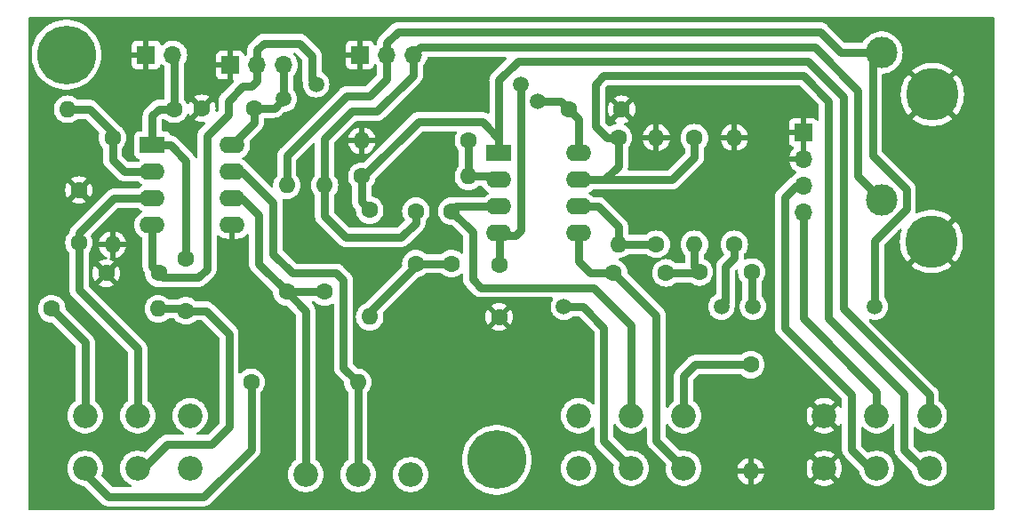
<source format=gbr>
%TF.GenerationSoftware,KiCad,Pcbnew,7.0.8-7.0.8~ubuntu22.04.1*%
%TF.CreationDate,2023-10-08T09:38:23-05:00*%
%TF.ProjectId,crossover_v1,63726f73-736f-4766-9572-5f76312e6b69,v1.0.0*%
%TF.SameCoordinates,Original*%
%TF.FileFunction,Copper,L2,Bot*%
%TF.FilePolarity,Positive*%
%FSLAX46Y46*%
G04 Gerber Fmt 4.6, Leading zero omitted, Abs format (unit mm)*
G04 Created by KiCad (PCBNEW 7.0.8-7.0.8~ubuntu22.04.1) date 2023-10-08 09:38:23*
%MOMM*%
%LPD*%
G01*
G04 APERTURE LIST*
%TA.AperFunction,ComponentPad*%
%ADD10R,1.700000X1.700000*%
%TD*%
%TA.AperFunction,ComponentPad*%
%ADD11O,1.700000X1.700000*%
%TD*%
%TA.AperFunction,ComponentPad*%
%ADD12C,1.600000*%
%TD*%
%TA.AperFunction,ComponentPad*%
%ADD13O,1.600000X1.600000*%
%TD*%
%TA.AperFunction,ComponentPad*%
%ADD14R,2.400000X1.600000*%
%TD*%
%TA.AperFunction,ComponentPad*%
%ADD15O,2.400000X1.600000*%
%TD*%
%TA.AperFunction,ComponentPad*%
%ADD16C,5.600000*%
%TD*%
%TA.AperFunction,ComponentPad*%
%ADD17C,2.340000*%
%TD*%
%TA.AperFunction,ComponentPad*%
%ADD18C,3.000000*%
%TD*%
%TA.AperFunction,ComponentPad*%
%ADD19C,5.000000*%
%TD*%
%TA.AperFunction,ViaPad*%
%ADD20C,1.500000*%
%TD*%
%TA.AperFunction,Conductor*%
%ADD21C,0.800000*%
%TD*%
G04 APERTURE END LIST*
D10*
%TO.P,J5,1,Pin_1*%
%TO.N,GND*%
X132955000Y-80970000D03*
D11*
%TO.P,J5,2,Pin_2*%
%TO.N,/IN_L*%
X135495000Y-80970000D03*
%TO.P,J5,3,Pin_3*%
%TO.N,/IN_R*%
X138035000Y-80970000D03*
%TD*%
D12*
%TO.P,C4,1*%
%TO.N,-12V*%
X146205000Y-100950000D03*
%TO.P,C4,2*%
%TO.N,GND*%
X146205000Y-105950000D03*
%TD*%
%TO.P,R12,1*%
%TO.N,/filtroPasaAltas/OUT*%
X164805000Y-88870000D03*
D13*
%TO.P,R12,2*%
%TO.N,Net-(C7-Pad2)*%
X164805000Y-99030000D03*
%TD*%
D14*
%TO.P,U2,1*%
%TO.N,/filtroPasaAltas1/OUT*%
X146180000Y-90350000D03*
D15*
%TO.P,U2,2,-*%
%TO.N,Net-(R10-Pad2)*%
X146180000Y-92890000D03*
%TO.P,U2,3,+*%
%TO.N,/filtroPasaAltas1/POT_P*%
X146180000Y-95430000D03*
%TO.P,U2,4*%
%TO.N,-12V*%
X146180000Y-97970000D03*
%TO.P,U2,5,+*%
%TO.N,/filtroPasaAltas/POT_P*%
X153800000Y-97970000D03*
%TO.P,U2,6,-*%
%TO.N,Net-(R13-Pad1)*%
X153800000Y-95430000D03*
%TO.P,U2,7*%
%TO.N,/filtroPasaAltas/OUT*%
X153800000Y-92890000D03*
%TO.P,U2,8,vcc*%
%TO.N,+12V*%
X153800000Y-90350000D03*
%TD*%
D12*
%TO.P,R13,1*%
%TO.N,Net-(R13-Pad1)*%
X161180000Y-99030000D03*
D13*
%TO.P,R13,2*%
%TO.N,GND*%
X161180000Y-88870000D03*
%TD*%
D12*
%TO.P,R7,1*%
%TO.N,/filtroPasaAltas1/POT_N*%
X170180000Y-110490000D03*
D13*
%TO.P,R7,2*%
%TO.N,GND*%
X170180000Y-120650000D03*
%TD*%
D12*
%TO.P,C5,1*%
%TO.N,/filtroPasaAltas1/POT_P*%
X141680000Y-95870000D03*
%TO.P,C5,2*%
%TO.N,Net-(C5-Pad2)*%
X141680000Y-100870000D03*
%TD*%
%TO.P,R11,1*%
%TO.N,/filtroPasaAltas/POT_N*%
X168605000Y-99030000D03*
D13*
%TO.P,R11,2*%
%TO.N,GND*%
X168605000Y-88870000D03*
%TD*%
D12*
%TO.P,R1,1*%
%TO.N,/FiltroPasaBajo/OUT_ALL*%
X115260000Y-86170000D03*
D13*
%TO.P,R1,2*%
%TO.N,Net-(R1-Pad2)*%
X105100000Y-86170000D03*
%TD*%
D12*
%TO.P,C6,1*%
%TO.N,Net-(C5-Pad2)*%
X138280000Y-100870000D03*
%TO.P,C6,2*%
%TO.N,/IN_R*%
X138280000Y-95870000D03*
%TD*%
D16*
%TO.P,H2,1*%
%TO.N,N/C*%
X145980000Y-119570000D03*
%TD*%
D12*
%TO.P,R8,1*%
%TO.N,/filtroPasaAltas1/OUT*%
X133880000Y-95770000D03*
D13*
%TO.P,R8,2*%
%TO.N,Net-(C5-Pad2)*%
X133880000Y-105930000D03*
%TD*%
D17*
%TO.P,RV4,1,1*%
%TO.N,GND*%
X177180000Y-120370000D03*
%TO.P,RV4,2,2*%
%TO.N,/IZQUIERDO*%
X182180000Y-120370000D03*
%TO.P,RV4,3,3*%
%TO.N,/filtroPasaAltas/OUT*%
X187180000Y-120370000D03*
%TO.P,RV4,4,4*%
%TO.N,GND*%
X177180000Y-115370000D03*
%TO.P,RV4,5,5*%
%TO.N,/DERECHO*%
X182180000Y-115370000D03*
%TO.P,RV4,6,6*%
%TO.N,/filtroPasaAltas1/OUT*%
X187180000Y-115370000D03*
%TD*%
D14*
%TO.P,U1,1*%
%TO.N,/FiltroPasaBajo/OUT_ALL*%
X113155000Y-89570000D03*
D15*
%TO.P,U1,2,-*%
%TO.N,Net-(R1-Pad2)*%
X113155000Y-92110000D03*
%TO.P,U1,3,+*%
%TO.N,Net-(C1-Pad2)*%
X113155000Y-94650000D03*
%TO.P,U1,4*%
%TO.N,-12V*%
X113155000Y-97190000D03*
%TO.P,U1,5,+*%
%TO.N,GND*%
X120775000Y-97190000D03*
%TO.P,U1,6,-*%
%TO.N,Net-(R3-Pad1)*%
X120775000Y-94650000D03*
%TO.P,U1,7*%
%TO.N,/FiltroPasaBajo/IN_ALL*%
X120775000Y-92110000D03*
%TO.P,U1,8,vcc*%
%TO.N,+12V*%
X120775000Y-89570000D03*
%TD*%
D10*
%TO.P,J3,1,Pin_1*%
%TO.N,GND*%
X112580000Y-80970000D03*
D11*
%TO.P,J3,2,Pin_2*%
%TO.N,/FiltroPasaBajo/OUT_ALL*%
X115120000Y-80970000D03*
%TD*%
D12*
%TO.P,R4,1*%
%TO.N,Net-(R3-Pad1)*%
X129580000Y-103570000D03*
D13*
%TO.P,R4,2*%
%TO.N,/IN_R*%
X129580000Y-93410000D03*
%TD*%
D12*
%TO.P,R5,1*%
%TO.N,Net-(R5-Pad1)*%
X122580000Y-112170000D03*
D13*
%TO.P,R5,2*%
%TO.N,/FiltroPasaBajo/IN_ALL*%
X132740000Y-112170000D03*
%TD*%
D17*
%TO.P,RV3,1,1*%
%TO.N,unconnected-(RV3-Pad1)*%
X153780000Y-120370000D03*
%TO.P,RV3,2,2*%
%TO.N,/filtroPasaAltas/POT_N*%
X158780000Y-120370000D03*
%TO.P,RV3,3,3*%
%TO.N,/filtroPasaAltas/POT_P*%
X163780000Y-120370000D03*
%TO.P,RV3,4,4*%
%TO.N,unconnected-(RV3-Pad4)*%
X153780000Y-115370000D03*
%TO.P,RV3,5,5*%
%TO.N,/filtroPasaAltas1/POT_P*%
X158780000Y-115370000D03*
%TO.P,RV3,6,6*%
%TO.N,/filtroPasaAltas1/POT_N*%
X163780000Y-115370000D03*
%TD*%
D12*
%TO.P,R2,1*%
%TO.N,Net-(R1-Pad2)*%
X109380000Y-88890000D03*
D13*
%TO.P,R2,2*%
%TO.N,GND*%
X109380000Y-99050000D03*
%TD*%
D17*
%TO.P,RV2,1,1*%
%TO.N,Net-(R5-Pad1)*%
X106780000Y-120370000D03*
%TO.P,RV2,2,2*%
%TO.N,Net-(C2-Pad2)*%
X111780000Y-120370000D03*
%TO.P,RV2,3,3*%
%TO.N,unconnected-(RV2-Pad3)*%
X116780000Y-120370000D03*
%TO.P,RV2,4,4*%
%TO.N,Net-(R6-Pad1)*%
X106780000Y-115370000D03*
%TO.P,RV2,5,5*%
%TO.N,Net-(C1-Pad2)*%
X111780000Y-115370000D03*
%TO.P,RV2,6,6*%
%TO.N,unconnected-(RV2-Pad6)*%
X116780000Y-115370000D03*
%TD*%
D12*
%TO.P,C1,1*%
%TO.N,GND*%
X106180000Y-93870000D03*
%TO.P,C1,2*%
%TO.N,Net-(C1-Pad2)*%
X106180000Y-98870000D03*
%TD*%
%TO.P,C10,1*%
%TO.N,-12V*%
X113780000Y-101770000D03*
%TO.P,C10,2*%
%TO.N,GND*%
X108780000Y-101770000D03*
%TD*%
%TO.P,R14,1*%
%TO.N,/filtroPasaAltas/OUT*%
X157580000Y-88870000D03*
D13*
%TO.P,R14,2*%
%TO.N,Net-(R13-Pad1)*%
X157580000Y-99030000D03*
%TD*%
D12*
%TO.P,C8,1*%
%TO.N,Net-(C7-Pad2)*%
X165280000Y-101670000D03*
%TO.P,C8,2*%
%TO.N,/IN_L*%
X170280000Y-101670000D03*
%TD*%
D16*
%TO.P,H1,1*%
%TO.N,N/C*%
X104980000Y-80970000D03*
%TD*%
D10*
%TO.P,J1,1,Pin_1*%
%TO.N,GND*%
X120580000Y-81970000D03*
D11*
%TO.P,J1,2,Pin_2*%
%TO.N,-12V*%
X123120000Y-81970000D03*
%TO.P,J1,3,Pin_3*%
%TO.N,+12V*%
X125660000Y-81970000D03*
%TD*%
D12*
%TO.P,C3,1*%
%TO.N,GND*%
X157880000Y-86170000D03*
%TO.P,C3,2*%
%TO.N,+12V*%
X152880000Y-86170000D03*
%TD*%
%TO.P,C9,1*%
%TO.N,GND*%
X117880000Y-86070000D03*
%TO.P,C9,2*%
%TO.N,+12V*%
X122880000Y-86070000D03*
%TD*%
%TO.P,C7,1*%
%TO.N,/filtroPasaAltas/POT_P*%
X157105000Y-101750000D03*
%TO.P,C7,2*%
%TO.N,Net-(C7-Pad2)*%
X162105000Y-101750000D03*
%TD*%
%TO.P,C2,1*%
%TO.N,/FiltroPasaBajo/OUT_ALL*%
X116380000Y-100370000D03*
%TO.P,C2,2*%
%TO.N,Net-(C2-Pad2)*%
X116380000Y-105370000D03*
%TD*%
%TO.P,R3,1*%
%TO.N,Net-(R3-Pad1)*%
X125980000Y-103570000D03*
D13*
%TO.P,R3,2*%
%TO.N,/IN_L*%
X125980000Y-93410000D03*
%TD*%
D12*
%TO.P,R10,1*%
%TO.N,/filtroPasaAltas1/OUT*%
X133125000Y-92550000D03*
D13*
%TO.P,R10,2*%
%TO.N,Net-(R10-Pad2)*%
X143285000Y-92550000D03*
%TD*%
D12*
%TO.P,R9,1*%
%TO.N,Net-(R10-Pad2)*%
X143285000Y-89150000D03*
D13*
%TO.P,R9,2*%
%TO.N,GND*%
X133125000Y-89150000D03*
%TD*%
D17*
%TO.P,RV1,1,1*%
%TO.N,Net-(R3-Pad1)*%
X127780000Y-120970000D03*
%TO.P,RV1,2,2*%
%TO.N,/FiltroPasaBajo/IN_ALL*%
X132780000Y-120970000D03*
%TO.P,RV1,3,3*%
%TO.N,unconnected-(RV1-Pad3)*%
X137780000Y-120970000D03*
%TD*%
D10*
%TO.P,J4,1,Pin_1*%
%TO.N,GND*%
X175180000Y-88370000D03*
D11*
%TO.P,J4,2,Pin_2*%
X175180000Y-90910000D03*
%TO.P,J4,3,Pin_3*%
%TO.N,/IZQUIERDO*%
X175180000Y-93450000D03*
%TO.P,J4,4,Pin_4*%
%TO.N,/DERECHO*%
X175180000Y-95990000D03*
%TD*%
D12*
%TO.P,R6,1*%
%TO.N,Net-(R6-Pad1)*%
X103580000Y-105170000D03*
D13*
%TO.P,R6,2*%
%TO.N,Net-(C2-Pad2)*%
X113740000Y-105170000D03*
%TD*%
D18*
%TO.P,J2,1,IN1*%
%TO.N,/IN_L*%
X182630000Y-80770000D03*
%TO.P,J2,2,IN2*%
%TO.N,/IN_R*%
X182630000Y-94770000D03*
D19*
%TO.P,J2,3,EXT*%
%TO.N,GND*%
X187480000Y-84770000D03*
X187380000Y-98770000D03*
%TD*%
D20*
%TO.N,+12V*%
X149880000Y-85370000D03*
X125680000Y-85170000D03*
%TO.N,-12V*%
X128780000Y-83770000D03*
X148280000Y-83770000D03*
%TO.N,/filtroPasaAltas/POT_N*%
X152380000Y-104970000D03*
X167380000Y-104970000D03*
%TO.N,/IN_L*%
X170380000Y-104970000D03*
X181980000Y-104970000D03*
%TD*%
D21*
%TO.N,Net-(C1-Pad2)*%
X106180000Y-98870000D02*
X106180000Y-103370000D01*
X111780000Y-108970000D02*
X111780000Y-115370000D01*
X109500000Y-94650000D02*
X106180000Y-97970000D01*
X106180000Y-103370000D02*
X111780000Y-108970000D01*
X106180000Y-97970000D02*
X106180000Y-98870000D01*
X113155000Y-94650000D02*
X109500000Y-94650000D01*
%TO.N,/FiltroPasaBajo/OUT_ALL*%
X113155000Y-86795000D02*
X113155000Y-89570000D01*
X113780000Y-86170000D02*
X113155000Y-86795000D01*
X115260000Y-86170000D02*
X113780000Y-86170000D01*
X115260000Y-81110000D02*
X115260000Y-86170000D01*
X116380000Y-91070000D02*
X114880000Y-89570000D01*
X115120000Y-80970000D02*
X115260000Y-81110000D01*
X116380000Y-100370000D02*
X116380000Y-91070000D01*
X114880000Y-89570000D02*
X113155000Y-89570000D01*
%TO.N,Net-(C2-Pad2)*%
X116180000Y-105170000D02*
X113740000Y-105170000D01*
X118780000Y-118070000D02*
X120480000Y-116370000D01*
X120480000Y-116370000D02*
X120480000Y-107570000D01*
X118280000Y-105370000D02*
X116380000Y-105370000D01*
X114580000Y-118070000D02*
X118780000Y-118070000D01*
X120480000Y-107570000D02*
X118280000Y-105370000D01*
X111780000Y-120870000D02*
X114580000Y-118070000D01*
%TO.N,+12V*%
X149880000Y-85370000D02*
X152080000Y-85370000D01*
X152080000Y-85370000D02*
X152880000Y-86170000D01*
X125680000Y-85170000D02*
X125680000Y-81990000D01*
X125680000Y-85170000D02*
X124780000Y-86070000D01*
X124780000Y-86070000D02*
X122880000Y-86070000D01*
X125680000Y-81990000D02*
X125660000Y-81970000D01*
X120775000Y-89570000D02*
X122880000Y-87465000D01*
X122880000Y-87465000D02*
X122880000Y-86070000D01*
X153800000Y-87090000D02*
X152880000Y-86170000D01*
X153800000Y-90350000D02*
X153800000Y-87090000D01*
%TO.N,-12V*%
X148280000Y-83770000D02*
X148280000Y-97670000D01*
X113155000Y-101145000D02*
X113780000Y-101770000D01*
X148280000Y-97670000D02*
X147780000Y-98170000D01*
X128380000Y-81070000D02*
X127180000Y-79870000D01*
X128380000Y-83370000D02*
X128380000Y-81070000D01*
X147780000Y-98170000D02*
X146380000Y-98170000D01*
X123120000Y-83430000D02*
X123120000Y-81970000D01*
X123780000Y-79870000D02*
X123120000Y-80530000D01*
X121780000Y-83970000D02*
X122580000Y-83970000D01*
X120380000Y-86670000D02*
X120380000Y-85370000D01*
X123120000Y-80530000D02*
X123120000Y-81970000D01*
X113780000Y-101770000D02*
X114180000Y-102170000D01*
X146380000Y-98170000D02*
X146180000Y-97970000D01*
X118380000Y-88670000D02*
X120380000Y-86670000D01*
X128780000Y-83770000D02*
X128380000Y-83370000D01*
X117580000Y-102170000D02*
X118380000Y-101370000D01*
X113155000Y-97190000D02*
X113155000Y-101145000D01*
X127180000Y-79870000D02*
X123780000Y-79870000D01*
X114180000Y-102170000D02*
X117580000Y-102170000D01*
X118380000Y-101370000D02*
X118380000Y-88670000D01*
X146205000Y-97995000D02*
X146180000Y-97970000D01*
X122580000Y-83970000D02*
X123120000Y-83430000D01*
X120380000Y-85370000D02*
X121780000Y-83970000D01*
X146205000Y-100950000D02*
X146205000Y-97995000D01*
%TO.N,/filtroPasaAltas1/POT_P*%
X143680000Y-102370000D02*
X143680000Y-97870000D01*
X146180000Y-95430000D02*
X142120000Y-95430000D01*
X158780000Y-115370000D02*
X158780000Y-106770000D01*
X155180000Y-103170000D02*
X144480000Y-103170000D01*
X142120000Y-95430000D02*
X141680000Y-95870000D01*
X144480000Y-103170000D02*
X143680000Y-102370000D01*
X158780000Y-106770000D02*
X155180000Y-103170000D01*
X143680000Y-97870000D02*
X141680000Y-95870000D01*
%TO.N,Net-(C5-Pad2)*%
X138280000Y-101075000D02*
X138280000Y-100870000D01*
X133880000Y-105475000D02*
X138280000Y-101075000D01*
X133880000Y-105930000D02*
X133880000Y-105475000D01*
X138280000Y-100870000D02*
X141680000Y-100870000D01*
%TO.N,/filtroPasaAltas/POT_P*%
X153800000Y-100690000D02*
X154860000Y-101750000D01*
X157105000Y-101750000D02*
X161180000Y-105825000D01*
X154860000Y-101750000D02*
X157105000Y-101750000D01*
X153800000Y-97970000D02*
X153800000Y-100690000D01*
X161180000Y-105825000D02*
X161180000Y-117770000D01*
X161180000Y-117770000D02*
X163780000Y-120370000D01*
%TO.N,Net-(C7-Pad2)*%
X162105000Y-101750000D02*
X165200000Y-101750000D01*
X164805000Y-99030000D02*
X164805000Y-101195000D01*
X165200000Y-101750000D02*
X165280000Y-101670000D01*
X164805000Y-101195000D02*
X165280000Y-101670000D01*
%TO.N,/IZQUIERDO*%
X175180000Y-93450000D02*
X174500000Y-93450000D01*
X179780000Y-113370000D02*
X179780000Y-118570000D01*
X174500000Y-93450000D02*
X173380000Y-94570000D01*
X173380000Y-94570000D02*
X173380000Y-106970000D01*
X179780000Y-118570000D02*
X182180000Y-120970000D01*
X173380000Y-106970000D02*
X179780000Y-113370000D01*
%TO.N,/DERECHO*%
X182180000Y-115370000D02*
X182180000Y-113070000D01*
X175180000Y-106070000D02*
X175180000Y-95990000D01*
X182180000Y-113070000D02*
X175180000Y-106070000D01*
%TO.N,Net-(R1-Pad2)*%
X110520000Y-92110000D02*
X109380000Y-90970000D01*
X107180000Y-86170000D02*
X105100000Y-86170000D01*
X113155000Y-92110000D02*
X110520000Y-92110000D01*
X109380000Y-88890000D02*
X109380000Y-88370000D01*
X109380000Y-88370000D02*
X107180000Y-86170000D01*
X109380000Y-90970000D02*
X109380000Y-88890000D01*
%TO.N,Net-(R3-Pad1)*%
X123280000Y-100870000D02*
X123280000Y-96270000D01*
X125980000Y-103570000D02*
X123280000Y-100870000D01*
X127780000Y-105370000D02*
X125980000Y-103570000D01*
X129580000Y-103570000D02*
X125980000Y-103570000D01*
X121660000Y-94650000D02*
X120775000Y-94650000D01*
X127780000Y-120970000D02*
X127780000Y-105370000D01*
X123280000Y-96270000D02*
X121660000Y-94650000D01*
%TO.N,Net-(R5-Pad1)*%
X122580000Y-118570000D02*
X118080000Y-123070000D01*
X108980000Y-123070000D02*
X106780000Y-120870000D01*
X118080000Y-123070000D02*
X108980000Y-123070000D01*
X122580000Y-112170000D02*
X122580000Y-118570000D01*
%TO.N,/FiltroPasaBajo/IN_ALL*%
X131380000Y-110810000D02*
X131380000Y-102470000D01*
X126480000Y-101770000D02*
X124680000Y-99970000D01*
X132740000Y-112170000D02*
X132740000Y-120930000D01*
X121720000Y-92110000D02*
X120775000Y-92110000D01*
X132740000Y-120930000D02*
X132780000Y-120970000D01*
X130680000Y-101770000D02*
X126480000Y-101770000D01*
X124680000Y-95070000D02*
X121720000Y-92110000D01*
X131380000Y-110810000D02*
X132740000Y-112170000D01*
X131380000Y-102470000D02*
X130680000Y-101770000D01*
X124680000Y-99970000D02*
X124680000Y-95070000D01*
%TO.N,Net-(R6-Pad1)*%
X106780000Y-115370000D02*
X106780000Y-108370000D01*
X106780000Y-108370000D02*
X103580000Y-105170000D01*
%TO.N,/filtroPasaAltas1/POT_N*%
X163780000Y-115370000D02*
X163780000Y-111570000D01*
X163780000Y-111570000D02*
X164860000Y-110490000D01*
X164860000Y-110490000D02*
X170180000Y-110490000D01*
%TO.N,/filtroPasaAltas/POT_N*%
X156180000Y-117770000D02*
X158780000Y-120370000D01*
X167780000Y-101170000D02*
X168605000Y-100345000D01*
X156180000Y-106970000D02*
X156180000Y-117770000D01*
X167780000Y-103370000D02*
X167780000Y-104570000D01*
X167780000Y-103370000D02*
X167780000Y-101170000D01*
X152380000Y-104970000D02*
X154180000Y-104970000D01*
X154180000Y-104970000D02*
X156180000Y-106970000D01*
X168605000Y-100345000D02*
X168605000Y-99030000D01*
X167780000Y-104570000D02*
X167380000Y-104970000D01*
%TO.N,Net-(R10-Pad2)*%
X143285000Y-92550000D02*
X145840000Y-92550000D01*
X143285000Y-89150000D02*
X143285000Y-92550000D01*
X145840000Y-92550000D02*
X146180000Y-92890000D01*
%TO.N,Net-(R13-Pad1)*%
X161180000Y-99030000D02*
X157580000Y-99030000D01*
X153800000Y-95430000D02*
X155660000Y-95430000D01*
X157580000Y-97350000D02*
X157580000Y-99030000D01*
X155660000Y-95430000D02*
X157580000Y-97350000D01*
%TO.N,/IN_R*%
X138035000Y-82915000D02*
X134580000Y-86370000D01*
X138280000Y-96970000D02*
X138280000Y-95870000D01*
X138735000Y-80270000D02*
X138035000Y-80970000D01*
X176280000Y-80270000D02*
X138735000Y-80270000D01*
X129580000Y-88970000D02*
X129580000Y-93410000D01*
X134580000Y-86370000D02*
X132180000Y-86370000D01*
X180380000Y-92520000D02*
X180380000Y-84370000D01*
X132180000Y-86370000D02*
X129580000Y-88970000D01*
X180380000Y-84370000D02*
X176280000Y-80270000D01*
X182630000Y-94770000D02*
X180380000Y-92520000D01*
X131580000Y-98370000D02*
X136880000Y-98370000D01*
X129580000Y-93410000D02*
X129580000Y-96370000D01*
X129580000Y-96370000D02*
X131580000Y-98370000D01*
X138035000Y-80970000D02*
X138035000Y-82915000D01*
X136880000Y-98370000D02*
X138280000Y-96970000D01*
%TO.N,/IN_L*%
X135495000Y-83255000D02*
X133880000Y-84870000D01*
X183582490Y-97069511D02*
X184980000Y-95672001D01*
X170280000Y-104870000D02*
X170280000Y-101670000D01*
X184980000Y-93770000D02*
X181780000Y-90570000D01*
X131680000Y-84870000D02*
X125980000Y-90570000D01*
X178780000Y-80770000D02*
X176780000Y-78770000D01*
X181980000Y-104970000D02*
X181980000Y-98670000D01*
X176780000Y-78770000D02*
X136580000Y-78770000D01*
X182630000Y-80770000D02*
X178780000Y-80770000D01*
X135495000Y-79855000D02*
X135495000Y-80970000D01*
X170380000Y-104970000D02*
X170280000Y-104870000D01*
X181780000Y-81620000D02*
X182630000Y-80770000D01*
X181980000Y-98670000D02*
X183580489Y-97069511D01*
X125980000Y-90570000D02*
X125980000Y-93410000D01*
X136580000Y-78770000D02*
X135495000Y-79855000D01*
X183580489Y-97069511D02*
X183582490Y-97069511D01*
X135495000Y-80970000D02*
X135495000Y-83255000D01*
X181780000Y-90570000D02*
X181780000Y-81620000D01*
X184980000Y-95672001D02*
X184980000Y-93770000D01*
X133880000Y-84870000D02*
X131680000Y-84870000D01*
%TO.N,/filtroPasaAltas1/OUT*%
X138500000Y-87350000D02*
X144605000Y-87350000D01*
X133300000Y-92550000D02*
X138500000Y-87350000D01*
X146180000Y-88925000D02*
X146180000Y-90350000D01*
X175580000Y-81570000D02*
X178980000Y-84970000D01*
X146180000Y-83370000D02*
X147980000Y-81570000D01*
X146180000Y-90350000D02*
X146180000Y-83370000D01*
X147980000Y-81570000D02*
X175580000Y-81570000D01*
X133125000Y-92550000D02*
X133125000Y-95015000D01*
X133125000Y-92550000D02*
X133300000Y-92550000D01*
X178980000Y-84970000D02*
X178980000Y-105170000D01*
X178980000Y-105170000D02*
X187180000Y-113370000D01*
X187180000Y-113370000D02*
X187180000Y-115370000D01*
X133125000Y-95015000D02*
X133880000Y-95770000D01*
X144605000Y-87350000D02*
X146180000Y-88925000D01*
%TO.N,/filtroPasaAltas/OUT*%
X156240000Y-92890000D02*
X157580000Y-91550000D01*
X184780000Y-113270000D02*
X177580000Y-106070000D01*
X187180000Y-120970000D02*
X184780000Y-118570000D01*
X164805000Y-90750000D02*
X164805000Y-88870000D01*
X175180000Y-82970000D02*
X156180000Y-82970000D01*
X153800000Y-92890000D02*
X156240000Y-92890000D01*
X156480000Y-88870000D02*
X157580000Y-88870000D01*
X177580000Y-106070000D02*
X177580000Y-85370000D01*
X184780000Y-118570000D02*
X184780000Y-113270000D01*
X157580000Y-91550000D02*
X157580000Y-88870000D01*
X155380000Y-83770000D02*
X155380000Y-87770000D01*
X153800000Y-92890000D02*
X162665000Y-92890000D01*
X177580000Y-85370000D02*
X175180000Y-82970000D01*
X156180000Y-82970000D02*
X155380000Y-83770000D01*
X155380000Y-87770000D02*
X156480000Y-88870000D01*
X162665000Y-92890000D02*
X164805000Y-90750000D01*
%TD*%
%TA.AperFunction,Conductor*%
%TO.N,GND*%
G36*
X117494835Y-86195148D02*
G01*
X117552359Y-86308045D01*
X117641955Y-86397641D01*
X117754852Y-86455165D01*
X117840482Y-86468727D01*
X117152110Y-87157098D01*
X117152110Y-87157100D01*
X117223498Y-87207086D01*
X117430926Y-87303811D01*
X117430931Y-87303813D01*
X117651999Y-87363048D01*
X117651995Y-87363048D01*
X117879999Y-87382995D01*
X118085472Y-87365019D01*
X118155077Y-87379008D01*
X118206070Y-87428408D01*
X118222260Y-87497534D01*
X118198508Y-87564439D01*
X118185549Y-87579635D01*
X117795159Y-87970025D01*
X117780132Y-87982861D01*
X117768746Y-87991134D01*
X117721889Y-88043173D01*
X117719622Y-88045563D01*
X117703931Y-88061255D01*
X117703926Y-88061260D01*
X117689966Y-88078497D01*
X117687829Y-88080999D01*
X117640963Y-88133051D01*
X117640956Y-88133060D01*
X117633918Y-88145249D01*
X117622734Y-88161522D01*
X117613873Y-88172465D01*
X117613871Y-88172469D01*
X117582066Y-88234890D01*
X117580492Y-88237788D01*
X117545471Y-88298446D01*
X117541119Y-88311840D01*
X117533559Y-88330090D01*
X117527173Y-88342623D01*
X117527171Y-88342628D01*
X117527171Y-88342630D01*
X117521739Y-88362897D01*
X117509045Y-88410269D01*
X117508109Y-88413429D01*
X117486458Y-88480070D01*
X117484985Y-88494079D01*
X117481385Y-88513503D01*
X117477743Y-88527097D01*
X117477742Y-88527102D01*
X117474076Y-88597043D01*
X117473818Y-88600328D01*
X117471501Y-88622374D01*
X117471500Y-88622398D01*
X117471500Y-88644574D01*
X117471414Y-88647846D01*
X117470675Y-88661960D01*
X117467747Y-88717808D01*
X117469949Y-88731706D01*
X117471500Y-88751417D01*
X117471500Y-90686219D01*
X117451498Y-90754340D01*
X117397842Y-90800833D01*
X117327568Y-90810937D01*
X117262988Y-90781443D01*
X117233235Y-90743425D01*
X117226443Y-90730096D01*
X117218874Y-90711823D01*
X117214527Y-90698444D01*
X117179502Y-90637780D01*
X117177928Y-90634880D01*
X117149559Y-90579202D01*
X117146129Y-90572470D01*
X117137267Y-90561526D01*
X117126076Y-90545242D01*
X117119040Y-90533056D01*
X117072169Y-90480998D01*
X117070028Y-90478492D01*
X117056075Y-90461262D01*
X117056072Y-90461259D01*
X117040371Y-90445558D01*
X117038136Y-90443203D01*
X116991253Y-90391134D01*
X116979864Y-90382859D01*
X116964833Y-90370020D01*
X115579977Y-88985164D01*
X115567135Y-88970128D01*
X115558865Y-88958745D01*
X115530328Y-88933051D01*
X115506796Y-88911863D01*
X115504439Y-88909626D01*
X115488741Y-88893928D01*
X115475657Y-88883332D01*
X115471507Y-88879971D01*
X115469002Y-88877832D01*
X115443288Y-88854680D01*
X115416944Y-88830960D01*
X115404751Y-88823920D01*
X115388474Y-88812732D01*
X115377530Y-88803871D01*
X115315102Y-88772062D01*
X115312217Y-88770496D01*
X115302412Y-88764835D01*
X115251556Y-88735473D01*
X115251555Y-88735472D01*
X115251554Y-88735472D01*
X115238169Y-88731123D01*
X115219909Y-88723559D01*
X115214075Y-88720587D01*
X115207369Y-88717170D01*
X115139712Y-88699041D01*
X115136575Y-88698112D01*
X115100516Y-88686396D01*
X115069933Y-88676459D01*
X115069929Y-88676458D01*
X115069928Y-88676458D01*
X115068150Y-88676271D01*
X115055922Y-88674985D01*
X115036495Y-88671384D01*
X115022900Y-88667742D01*
X115022903Y-88667742D01*
X114952955Y-88664076D01*
X114949668Y-88663817D01*
X114931994Y-88661960D01*
X114866337Y-88634948D01*
X114827107Y-88580685D01*
X114805889Y-88523796D01*
X114805886Y-88523792D01*
X114805886Y-88523791D01*
X114718261Y-88406738D01*
X114601207Y-88319112D01*
X114601202Y-88319110D01*
X114464204Y-88268011D01*
X114464196Y-88268009D01*
X114403649Y-88261500D01*
X114403638Y-88261500D01*
X114189500Y-88261500D01*
X114121379Y-88241498D01*
X114074886Y-88187842D01*
X114063500Y-88135500D01*
X114063500Y-87223503D01*
X114083502Y-87155382D01*
X114100405Y-87134408D01*
X114119408Y-87115405D01*
X114181720Y-87081379D01*
X114208503Y-87078500D01*
X114265812Y-87078500D01*
X114333933Y-87098502D01*
X114354907Y-87115405D01*
X114415700Y-87176198D01*
X114603251Y-87307523D01*
X114810757Y-87404284D01*
X115031913Y-87463543D01*
X115260000Y-87483498D01*
X115488087Y-87463543D01*
X115709243Y-87404284D01*
X115916749Y-87307523D01*
X116104300Y-87176198D01*
X116266198Y-87014300D01*
X116397523Y-86826749D01*
X116434525Y-86747398D01*
X116479396Y-86651171D01*
X116526313Y-86597885D01*
X116594590Y-86578424D01*
X116662550Y-86598966D01*
X116707786Y-86651170D01*
X116742913Y-86726501D01*
X116792899Y-86797888D01*
X117481272Y-86109516D01*
X117494835Y-86195148D01*
G37*
%TD.AperFunction*%
%TA.AperFunction,Conductor*%
G36*
X175434000Y-90476325D02*
G01*
X175322315Y-90425320D01*
X175215763Y-90410000D01*
X175144237Y-90410000D01*
X175037685Y-90425320D01*
X174926000Y-90476325D01*
X174926000Y-88803674D01*
X175037685Y-88854680D01*
X175144237Y-88870000D01*
X175215763Y-88870000D01*
X175322315Y-88854680D01*
X175434000Y-88803674D01*
X175434000Y-90476325D01*
G37*
%TD.AperFunction*%
%TA.AperFunction,Conductor*%
G36*
X193321621Y-77390502D02*
G01*
X193368114Y-77444158D01*
X193379500Y-77496500D01*
X193379500Y-124243500D01*
X193359498Y-124311621D01*
X193305842Y-124358114D01*
X193253500Y-124369500D01*
X101506500Y-124369500D01*
X101438379Y-124349498D01*
X101391886Y-124295842D01*
X101380500Y-124243500D01*
X101380500Y-120370000D01*
X105096793Y-120370000D01*
X105115593Y-120620869D01*
X105115594Y-120620873D01*
X105171571Y-120866129D01*
X105263479Y-121100309D01*
X105263481Y-121100313D01*
X105389266Y-121318180D01*
X105389268Y-121318183D01*
X105389269Y-121318184D01*
X105467695Y-121416528D01*
X105546125Y-121514876D01*
X105663314Y-121623610D01*
X105730538Y-121685984D01*
X105741641Y-121693554D01*
X105938387Y-121827694D01*
X105938394Y-121827698D01*
X105938397Y-121827700D01*
X106165055Y-121936853D01*
X106165058Y-121936853D01*
X106165063Y-121936856D01*
X106405440Y-122011002D01*
X106405442Y-122011002D01*
X106405451Y-122011005D01*
X106636148Y-122045777D01*
X106700523Y-122075706D01*
X106706460Y-122081273D01*
X108280020Y-123654833D01*
X108292859Y-123669864D01*
X108295841Y-123673968D01*
X108301134Y-123681253D01*
X108353203Y-123728136D01*
X108355558Y-123730371D01*
X108371258Y-123746071D01*
X108371262Y-123746075D01*
X108388492Y-123760028D01*
X108390998Y-123762169D01*
X108443055Y-123809039D01*
X108443056Y-123809040D01*
X108455242Y-123816076D01*
X108471526Y-123827267D01*
X108482470Y-123836129D01*
X108544911Y-123867944D01*
X108547778Y-123869502D01*
X108608444Y-123904527D01*
X108621823Y-123908873D01*
X108640084Y-123916437D01*
X108652630Y-123922830D01*
X108652632Y-123922830D01*
X108652633Y-123922831D01*
X108696837Y-123934674D01*
X108720280Y-123940956D01*
X108720288Y-123940958D01*
X108723446Y-123941893D01*
X108790072Y-123963542D01*
X108804075Y-123965013D01*
X108823499Y-123968613D01*
X108837097Y-123972257D01*
X108907068Y-123975924D01*
X108910301Y-123976178D01*
X108925115Y-123977735D01*
X108932378Y-123978499D01*
X108932384Y-123978499D01*
X108932390Y-123978500D01*
X108954576Y-123978500D01*
X108957846Y-123978585D01*
X109019096Y-123981795D01*
X109027808Y-123982252D01*
X109027808Y-123982251D01*
X109027810Y-123982252D01*
X109041706Y-123980050D01*
X109061417Y-123978500D01*
X117998583Y-123978500D01*
X118018293Y-123980050D01*
X118032190Y-123982252D01*
X118102153Y-123978585D01*
X118105424Y-123978500D01*
X118127608Y-123978500D01*
X118127610Y-123978500D01*
X118149697Y-123976178D01*
X118152930Y-123975924D01*
X118198800Y-123973520D01*
X118222894Y-123972258D01*
X118222897Y-123972257D01*
X118222903Y-123972257D01*
X118236490Y-123968616D01*
X118255938Y-123965012D01*
X118255948Y-123965011D01*
X118269928Y-123963542D01*
X118336555Y-123941892D01*
X118339691Y-123940963D01*
X118407370Y-123922829D01*
X118419906Y-123916441D01*
X118438165Y-123908877D01*
X118451556Y-123904527D01*
X118512242Y-123869488D01*
X118515080Y-123867947D01*
X118577530Y-123836129D01*
X118588470Y-123827269D01*
X118604762Y-123816073D01*
X118616944Y-123809040D01*
X118668994Y-123762174D01*
X118671504Y-123760030D01*
X118688741Y-123746072D01*
X118704448Y-123730363D01*
X118706817Y-123728117D01*
X118758866Y-123681253D01*
X118767137Y-123669867D01*
X118779971Y-123654840D01*
X123164840Y-119269971D01*
X123179867Y-119257137D01*
X123191253Y-119248866D01*
X123238127Y-119196805D01*
X123240363Y-119194448D01*
X123256072Y-119178741D01*
X123270031Y-119161502D01*
X123272174Y-119158994D01*
X123279992Y-119150310D01*
X123319040Y-119106944D01*
X123326075Y-119094757D01*
X123337272Y-119078467D01*
X123346129Y-119067530D01*
X123377947Y-119005080D01*
X123379488Y-119002242D01*
X123414527Y-118941556D01*
X123418877Y-118928165D01*
X123426442Y-118909905D01*
X123432829Y-118897370D01*
X123450963Y-118829691D01*
X123451894Y-118826552D01*
X123457584Y-118809040D01*
X123473542Y-118759928D01*
X123475012Y-118745937D01*
X123478616Y-118726490D01*
X123478758Y-118725958D01*
X123482257Y-118712903D01*
X123482257Y-118712897D01*
X123482258Y-118712894D01*
X123484512Y-118669874D01*
X123485924Y-118642930D01*
X123486178Y-118639697D01*
X123488500Y-118617610D01*
X123488500Y-118595424D01*
X123488585Y-118592153D01*
X123492252Y-118522190D01*
X123490051Y-118508291D01*
X123488500Y-118488582D01*
X123488500Y-113164188D01*
X123508502Y-113096067D01*
X123525405Y-113075093D01*
X123554280Y-113046218D01*
X123586198Y-113014300D01*
X123717523Y-112826749D01*
X123814284Y-112619243D01*
X123873543Y-112398087D01*
X123893498Y-112170000D01*
X123873543Y-111941913D01*
X123814284Y-111720757D01*
X123717523Y-111513251D01*
X123586198Y-111325700D01*
X123424300Y-111163802D01*
X123386551Y-111137370D01*
X123236749Y-111032477D01*
X123029246Y-110935717D01*
X123029240Y-110935715D01*
X122935771Y-110910670D01*
X122808087Y-110876457D01*
X122580000Y-110856502D01*
X122351913Y-110876457D01*
X122130759Y-110935715D01*
X122130753Y-110935717D01*
X121923250Y-111032477D01*
X121735703Y-111163799D01*
X121735697Y-111163804D01*
X121603595Y-111295907D01*
X121541283Y-111329933D01*
X121470468Y-111324868D01*
X121413632Y-111282321D01*
X121388821Y-111215801D01*
X121388500Y-111206812D01*
X121388500Y-107651417D01*
X121390051Y-107631706D01*
X121392252Y-107617808D01*
X121391152Y-107596815D01*
X121388585Y-107547846D01*
X121388500Y-107544574D01*
X121388500Y-107522392D01*
X121388499Y-107522378D01*
X121387735Y-107515115D01*
X121386178Y-107500301D01*
X121385924Y-107497068D01*
X121382257Y-107427097D01*
X121378613Y-107413499D01*
X121375013Y-107394075D01*
X121373542Y-107380072D01*
X121351893Y-107313446D01*
X121350958Y-107310288D01*
X121332831Y-107242633D01*
X121332830Y-107242632D01*
X121332830Y-107242630D01*
X121326437Y-107230084D01*
X121318873Y-107211821D01*
X121314528Y-107198448D01*
X121314527Y-107198444D01*
X121279502Y-107137778D01*
X121277944Y-107134911D01*
X121246129Y-107072470D01*
X121237267Y-107061526D01*
X121226076Y-107045242D01*
X121219040Y-107033056D01*
X121172169Y-106980998D01*
X121170028Y-106978492D01*
X121156075Y-106961262D01*
X121156072Y-106961259D01*
X121140371Y-106945558D01*
X121138136Y-106943203D01*
X121091253Y-106891134D01*
X121079864Y-106882859D01*
X121064833Y-106870020D01*
X118979977Y-104785164D01*
X118967135Y-104770128D01*
X118958865Y-104758745D01*
X118925101Y-104728345D01*
X118906796Y-104711863D01*
X118904439Y-104709626D01*
X118888741Y-104693928D01*
X118873987Y-104681980D01*
X118871507Y-104679971D01*
X118869002Y-104677832D01*
X118845810Y-104656951D01*
X118816944Y-104630960D01*
X118804751Y-104623920D01*
X118788474Y-104612732D01*
X118777530Y-104603871D01*
X118715102Y-104572062D01*
X118712217Y-104570496D01*
X118684246Y-104554347D01*
X118651556Y-104535473D01*
X118651555Y-104535472D01*
X118651554Y-104535472D01*
X118638169Y-104531123D01*
X118619909Y-104523559D01*
X118614075Y-104520587D01*
X118607369Y-104517170D01*
X118539712Y-104499041D01*
X118536575Y-104498112D01*
X118500516Y-104486396D01*
X118469933Y-104476459D01*
X118469929Y-104476458D01*
X118469928Y-104476458D01*
X118468150Y-104476271D01*
X118455922Y-104474985D01*
X118436495Y-104471384D01*
X118422900Y-104467742D01*
X118422903Y-104467742D01*
X118352956Y-104464076D01*
X118349674Y-104463818D01*
X118345779Y-104463409D01*
X118327624Y-104461501D01*
X118327615Y-104461500D01*
X118327610Y-104461500D01*
X118327603Y-104461500D01*
X118305424Y-104461500D01*
X118302153Y-104461414D01*
X118273331Y-104459904D01*
X118232191Y-104457747D01*
X118218294Y-104459949D01*
X118198583Y-104461500D01*
X117374188Y-104461500D01*
X117306067Y-104441498D01*
X117285093Y-104424595D01*
X117224302Y-104363804D01*
X117224296Y-104363799D01*
X117036749Y-104232477D01*
X116829246Y-104135717D01*
X116829240Y-104135715D01*
X116690359Y-104098502D01*
X116608087Y-104076457D01*
X116380000Y-104056502D01*
X116151913Y-104076457D01*
X115930759Y-104135715D01*
X115930753Y-104135717D01*
X115723250Y-104232477D01*
X115714345Y-104238713D01*
X115647071Y-104261401D01*
X115642074Y-104261500D01*
X114734188Y-104261500D01*
X114666067Y-104241498D01*
X114645093Y-104224595D01*
X114584302Y-104163804D01*
X114584296Y-104163799D01*
X114396749Y-104032477D01*
X114189246Y-103935717D01*
X114189240Y-103935715D01*
X114095771Y-103910670D01*
X113968087Y-103876457D01*
X113740000Y-103856502D01*
X113511913Y-103876457D01*
X113290759Y-103935715D01*
X113290753Y-103935717D01*
X113083250Y-104032477D01*
X112895703Y-104163799D01*
X112895697Y-104163804D01*
X112733804Y-104325697D01*
X112733799Y-104325703D01*
X112602477Y-104513250D01*
X112505717Y-104720753D01*
X112505715Y-104720759D01*
X112465064Y-104872471D01*
X112446457Y-104941913D01*
X112426502Y-105170000D01*
X112446457Y-105398087D01*
X112468609Y-105480757D01*
X112505715Y-105619240D01*
X112505717Y-105619246D01*
X112602477Y-105826749D01*
X112688778Y-105950000D01*
X112733802Y-106014300D01*
X112895700Y-106176198D01*
X113083251Y-106307523D01*
X113290757Y-106404284D01*
X113511913Y-106463543D01*
X113740000Y-106483498D01*
X113968087Y-106463543D01*
X114189243Y-106404284D01*
X114396749Y-106307523D01*
X114584300Y-106176198D01*
X114645093Y-106115405D01*
X114707405Y-106081379D01*
X114734188Y-106078500D01*
X115213122Y-106078500D01*
X115281243Y-106098502D01*
X115316335Y-106132229D01*
X115355418Y-106188045D01*
X115373802Y-106214300D01*
X115535700Y-106376198D01*
X115723251Y-106507523D01*
X115930757Y-106604284D01*
X116151913Y-106663543D01*
X116380000Y-106683498D01*
X116608087Y-106663543D01*
X116829243Y-106604284D01*
X117036749Y-106507523D01*
X117224300Y-106376198D01*
X117285093Y-106315405D01*
X117347405Y-106281379D01*
X117374188Y-106278500D01*
X117851497Y-106278500D01*
X117919618Y-106298502D01*
X117940592Y-106315405D01*
X119534595Y-107909408D01*
X119568621Y-107971720D01*
X119571500Y-107998503D01*
X119571500Y-115941497D01*
X119551498Y-116009618D01*
X119534595Y-116030592D01*
X118440592Y-117124595D01*
X118378280Y-117158621D01*
X118351497Y-117161500D01*
X117480504Y-117161500D01*
X117412383Y-117141498D01*
X117365890Y-117087842D01*
X117355786Y-117017568D01*
X117385280Y-116952988D01*
X117425834Y-116921978D01*
X117516197Y-116878461D01*
X117621604Y-116827700D01*
X117829462Y-116685984D01*
X118013878Y-116514872D01*
X118170731Y-116318184D01*
X118296517Y-116100316D01*
X118296606Y-116100091D01*
X118332113Y-116009618D01*
X118388427Y-115866134D01*
X118444407Y-115620869D01*
X118463207Y-115370000D01*
X118444407Y-115119131D01*
X118388427Y-114873866D01*
X118328039Y-114720000D01*
X118296520Y-114639690D01*
X118296518Y-114639686D01*
X118170733Y-114421819D01*
X118134041Y-114375809D01*
X118013878Y-114225128D01*
X118013877Y-114225127D01*
X118013874Y-114225123D01*
X117829467Y-114054021D01*
X117829461Y-114054015D01*
X117743521Y-113995422D01*
X117621606Y-113912301D01*
X117394949Y-113803148D01*
X117394936Y-113803143D01*
X117154559Y-113728997D01*
X117154551Y-113728995D01*
X117154549Y-113728995D01*
X116905786Y-113691500D01*
X116654214Y-113691500D01*
X116405451Y-113728995D01*
X116405449Y-113728995D01*
X116405440Y-113728997D01*
X116165063Y-113803143D01*
X116165051Y-113803148D01*
X115938394Y-113912301D01*
X115938387Y-113912305D01*
X115730544Y-114054011D01*
X115730532Y-114054021D01*
X115546125Y-114225123D01*
X115389266Y-114421819D01*
X115263481Y-114639686D01*
X115263479Y-114639690D01*
X115171571Y-114873870D01*
X115115594Y-115119126D01*
X115115593Y-115119131D01*
X115096793Y-115370000D01*
X115115593Y-115620869D01*
X115115594Y-115620873D01*
X115171571Y-115866129D01*
X115263479Y-116100309D01*
X115263481Y-116100313D01*
X115389266Y-116318180D01*
X115389268Y-116318182D01*
X115389269Y-116318184D01*
X115436502Y-116377412D01*
X115546125Y-116514876D01*
X115666485Y-116626552D01*
X115730538Y-116685984D01*
X115730544Y-116685988D01*
X115938387Y-116827694D01*
X115938394Y-116827698D01*
X115938397Y-116827700D01*
X116134167Y-116921978D01*
X116186863Y-116969556D01*
X116205471Y-117038071D01*
X116184083Y-117105769D01*
X116129490Y-117151158D01*
X116079497Y-117161500D01*
X114661417Y-117161500D01*
X114641706Y-117159949D01*
X114627805Y-117157747D01*
X114583647Y-117160062D01*
X114557846Y-117161414D01*
X114554576Y-117161500D01*
X114532390Y-117161500D01*
X114532384Y-117161500D01*
X114532374Y-117161501D01*
X114512993Y-117163537D01*
X114510324Y-117163818D01*
X114507043Y-117164076D01*
X114437102Y-117167742D01*
X114437098Y-117167742D01*
X114437097Y-117167743D01*
X114423503Y-117171385D01*
X114404079Y-117174985D01*
X114390070Y-117176458D01*
X114323429Y-117198109D01*
X114320269Y-117199045D01*
X114272897Y-117211739D01*
X114252630Y-117217171D01*
X114252628Y-117217171D01*
X114252628Y-117217172D01*
X114252623Y-117217173D01*
X114240090Y-117223559D01*
X114221840Y-117231119D01*
X114208446Y-117235471D01*
X114147788Y-117270492D01*
X114144890Y-117272066D01*
X114082469Y-117303871D01*
X114082465Y-117303873D01*
X114071522Y-117312734D01*
X114055249Y-117323918D01*
X114043060Y-117330956D01*
X114043051Y-117330963D01*
X113990999Y-117377829D01*
X113988497Y-117379966D01*
X113971260Y-117393926D01*
X113971255Y-117393931D01*
X113955563Y-117409622D01*
X113953173Y-117411889D01*
X113901134Y-117458746D01*
X113892858Y-117470136D01*
X113880022Y-117485163D01*
X112570943Y-118794242D01*
X112508631Y-118828268D01*
X112437816Y-118823203D01*
X112427181Y-118818670D01*
X112394947Y-118803147D01*
X112394939Y-118803144D01*
X112154559Y-118728997D01*
X112154551Y-118728995D01*
X112154549Y-118728995D01*
X111905786Y-118691500D01*
X111654214Y-118691500D01*
X111405451Y-118728995D01*
X111405449Y-118728995D01*
X111405440Y-118728997D01*
X111165063Y-118803143D01*
X111165051Y-118803148D01*
X110938394Y-118912301D01*
X110938387Y-118912305D01*
X110730544Y-119054011D01*
X110730532Y-119054021D01*
X110546125Y-119225123D01*
X110389266Y-119421819D01*
X110263481Y-119639686D01*
X110263479Y-119639690D01*
X110171571Y-119873870D01*
X110115594Y-120119126D01*
X110115593Y-120119131D01*
X110096793Y-120370000D01*
X110115593Y-120620869D01*
X110115594Y-120620873D01*
X110171571Y-120866129D01*
X110263479Y-121100309D01*
X110263481Y-121100313D01*
X110389266Y-121318180D01*
X110389268Y-121318183D01*
X110389269Y-121318184D01*
X110467695Y-121416528D01*
X110546125Y-121514876D01*
X110663314Y-121623610D01*
X110730538Y-121685984D01*
X110741641Y-121693554D01*
X110938387Y-121827694D01*
X110938394Y-121827698D01*
X110938397Y-121827700D01*
X111054917Y-121883813D01*
X111134167Y-121921978D01*
X111186863Y-121969556D01*
X111205471Y-122038071D01*
X111184083Y-122105769D01*
X111129490Y-122151158D01*
X111079497Y-122161500D01*
X109408503Y-122161500D01*
X109340382Y-122141498D01*
X109319408Y-122124595D01*
X108354460Y-121159647D01*
X108320434Y-121097335D01*
X108325499Y-121026520D01*
X108326265Y-121024519D01*
X108328039Y-121020000D01*
X108388427Y-120866134D01*
X108444407Y-120620869D01*
X108463207Y-120370000D01*
X108444407Y-120119131D01*
X108388427Y-119873866D01*
X108302142Y-119654015D01*
X108296520Y-119639690D01*
X108296518Y-119639686D01*
X108170733Y-119421819D01*
X108166242Y-119416188D01*
X108013878Y-119225128D01*
X108013877Y-119225127D01*
X108013874Y-119225123D01*
X107855814Y-119078467D01*
X107829462Y-119054016D01*
X107621606Y-118912301D01*
X107394949Y-118803148D01*
X107394936Y-118803143D01*
X107154559Y-118728997D01*
X107154551Y-118728995D01*
X107154549Y-118728995D01*
X106905786Y-118691500D01*
X106654214Y-118691500D01*
X106405451Y-118728995D01*
X106405449Y-118728995D01*
X106405440Y-118728997D01*
X106165063Y-118803143D01*
X106165051Y-118803148D01*
X105938394Y-118912301D01*
X105938387Y-118912305D01*
X105730544Y-119054011D01*
X105730532Y-119054021D01*
X105546125Y-119225123D01*
X105389266Y-119421819D01*
X105263481Y-119639686D01*
X105263479Y-119639690D01*
X105171571Y-119873870D01*
X105115594Y-120119126D01*
X105115593Y-120119131D01*
X105096793Y-120370000D01*
X101380500Y-120370000D01*
X101380500Y-105170000D01*
X102266502Y-105170000D01*
X102286457Y-105398087D01*
X102308609Y-105480757D01*
X102345715Y-105619240D01*
X102345717Y-105619246D01*
X102442477Y-105826749D01*
X102528778Y-105950000D01*
X102573802Y-106014300D01*
X102735700Y-106176198D01*
X102923251Y-106307523D01*
X103130757Y-106404284D01*
X103351913Y-106463543D01*
X103565752Y-106482251D01*
X103631868Y-106508113D01*
X103643863Y-106518676D01*
X105834595Y-108709408D01*
X105868621Y-108771720D01*
X105871500Y-108798503D01*
X105871500Y-113891316D01*
X105851498Y-113959437D01*
X105816479Y-113995422D01*
X105730538Y-114054015D01*
X105730532Y-114054021D01*
X105546125Y-114225123D01*
X105389266Y-114421819D01*
X105263481Y-114639686D01*
X105263479Y-114639690D01*
X105171571Y-114873870D01*
X105115594Y-115119126D01*
X105115593Y-115119131D01*
X105096793Y-115370000D01*
X105115593Y-115620869D01*
X105115594Y-115620873D01*
X105171571Y-115866129D01*
X105263479Y-116100309D01*
X105263481Y-116100313D01*
X105389266Y-116318180D01*
X105389268Y-116318182D01*
X105389269Y-116318184D01*
X105436502Y-116377412D01*
X105546125Y-116514876D01*
X105666485Y-116626552D01*
X105730538Y-116685984D01*
X105730544Y-116685988D01*
X105938387Y-116827694D01*
X105938394Y-116827698D01*
X105938397Y-116827700D01*
X106165055Y-116936853D01*
X106165058Y-116936853D01*
X106165063Y-116936856D01*
X106405440Y-117011002D01*
X106405442Y-117011002D01*
X106405451Y-117011005D01*
X106654214Y-117048500D01*
X106654218Y-117048500D01*
X106905782Y-117048500D01*
X106905786Y-117048500D01*
X107154549Y-117011005D01*
X107200520Y-116996825D01*
X107394936Y-116936856D01*
X107394938Y-116936854D01*
X107394945Y-116936853D01*
X107621604Y-116827700D01*
X107829462Y-116685984D01*
X108013878Y-116514872D01*
X108170731Y-116318184D01*
X108296517Y-116100316D01*
X108296606Y-116100091D01*
X108332113Y-116009618D01*
X108388427Y-115866134D01*
X108444407Y-115620869D01*
X108463207Y-115370000D01*
X108444407Y-115119131D01*
X108388427Y-114873866D01*
X108328039Y-114720000D01*
X108296520Y-114639690D01*
X108296518Y-114639686D01*
X108170733Y-114421819D01*
X108134041Y-114375809D01*
X108013878Y-114225128D01*
X108013877Y-114225127D01*
X108013874Y-114225123D01*
X107829467Y-114054021D01*
X107829461Y-114054015D01*
X107743521Y-113995422D01*
X107698505Y-113940521D01*
X107688500Y-113891316D01*
X107688500Y-108451416D01*
X107690051Y-108431705D01*
X107692252Y-108417807D01*
X107691764Y-108408502D01*
X107688585Y-108347845D01*
X107688500Y-108344573D01*
X107688500Y-108322391D01*
X107688499Y-108322377D01*
X107686180Y-108300322D01*
X107685923Y-108297066D01*
X107682257Y-108227096D01*
X107678613Y-108213498D01*
X107675012Y-108194062D01*
X107673542Y-108180073D01*
X107651893Y-108113446D01*
X107650956Y-108110282D01*
X107632829Y-108042630D01*
X107626440Y-108030091D01*
X107618874Y-108011823D01*
X107614527Y-107998444D01*
X107579505Y-107937785D01*
X107577931Y-107934885D01*
X107546130Y-107872471D01*
X107546126Y-107872465D01*
X107537272Y-107861532D01*
X107526069Y-107845231D01*
X107519042Y-107833059D01*
X107519040Y-107833056D01*
X107472165Y-107780995D01*
X107470040Y-107778508D01*
X107456072Y-107761259D01*
X107440371Y-107745558D01*
X107438136Y-107743203D01*
X107391253Y-107691134D01*
X107379864Y-107682859D01*
X107364833Y-107670020D01*
X104928676Y-105233863D01*
X104894650Y-105171551D01*
X104892252Y-105155767D01*
X104873543Y-104941913D01*
X104814284Y-104720757D01*
X104717523Y-104513251D01*
X104586198Y-104325700D01*
X104424300Y-104163802D01*
X104415955Y-104157959D01*
X104236749Y-104032477D01*
X104029246Y-103935717D01*
X104029240Y-103935715D01*
X103935771Y-103910670D01*
X103808087Y-103876457D01*
X103580000Y-103856502D01*
X103351913Y-103876457D01*
X103130759Y-103935715D01*
X103130753Y-103935717D01*
X102923250Y-104032477D01*
X102735703Y-104163799D01*
X102735697Y-104163804D01*
X102573804Y-104325697D01*
X102573799Y-104325703D01*
X102442477Y-104513250D01*
X102345717Y-104720753D01*
X102345715Y-104720759D01*
X102305064Y-104872471D01*
X102286457Y-104941913D01*
X102266502Y-105170000D01*
X101380500Y-105170000D01*
X101380500Y-93870000D01*
X104867004Y-93870000D01*
X104886951Y-94098002D01*
X104946186Y-94319068D01*
X104946188Y-94319073D01*
X105042913Y-94526501D01*
X105092899Y-94597888D01*
X105781272Y-93909516D01*
X105794835Y-93995148D01*
X105852359Y-94108045D01*
X105941955Y-94197641D01*
X106054852Y-94255165D01*
X106140482Y-94268727D01*
X105452110Y-94957098D01*
X105452110Y-94957100D01*
X105523498Y-95007086D01*
X105730926Y-95103811D01*
X105730931Y-95103813D01*
X105951999Y-95163048D01*
X105951995Y-95163048D01*
X106180000Y-95182995D01*
X106408002Y-95163048D01*
X106629068Y-95103813D01*
X106629073Y-95103811D01*
X106836497Y-95007088D01*
X106907888Y-94957099D01*
X106907888Y-94957097D01*
X106219518Y-94268727D01*
X106305148Y-94255165D01*
X106418045Y-94197641D01*
X106507641Y-94108045D01*
X106565165Y-93995148D01*
X106578727Y-93909518D01*
X107267097Y-94597888D01*
X107267099Y-94597888D01*
X107317088Y-94526497D01*
X107413811Y-94319073D01*
X107413813Y-94319068D01*
X107473048Y-94098002D01*
X107492995Y-93870000D01*
X107473048Y-93641997D01*
X107413813Y-93420931D01*
X107413811Y-93420926D01*
X107317086Y-93213498D01*
X107267100Y-93142110D01*
X107267098Y-93142110D01*
X106578727Y-93830481D01*
X106565165Y-93744852D01*
X106507641Y-93631955D01*
X106418045Y-93542359D01*
X106305148Y-93484835D01*
X106219517Y-93471272D01*
X106907888Y-92782899D01*
X106907888Y-92782898D01*
X106836501Y-92732913D01*
X106629073Y-92636188D01*
X106629068Y-92636186D01*
X106408000Y-92576951D01*
X106408004Y-92576951D01*
X106180000Y-92557004D01*
X105951997Y-92576951D01*
X105730931Y-92636186D01*
X105730926Y-92636188D01*
X105523500Y-92732913D01*
X105452109Y-92782900D01*
X106140481Y-93471272D01*
X106054852Y-93484835D01*
X105941955Y-93542359D01*
X105852359Y-93631955D01*
X105794835Y-93744852D01*
X105781272Y-93830481D01*
X105092900Y-93142109D01*
X105042913Y-93213500D01*
X104946188Y-93420926D01*
X104946186Y-93420931D01*
X104886951Y-93641997D01*
X104867004Y-93870000D01*
X101380500Y-93870000D01*
X101380500Y-86170000D01*
X103786502Y-86170000D01*
X103806457Y-86398087D01*
X103824134Y-86464057D01*
X103865715Y-86619240D01*
X103865717Y-86619246D01*
X103962477Y-86826749D01*
X104092191Y-87012000D01*
X104093802Y-87014300D01*
X104255700Y-87176198D01*
X104443251Y-87307523D01*
X104650757Y-87404284D01*
X104871913Y-87463543D01*
X105100000Y-87483498D01*
X105328087Y-87463543D01*
X105549243Y-87404284D01*
X105756749Y-87307523D01*
X105944300Y-87176198D01*
X106005093Y-87115405D01*
X106067405Y-87081379D01*
X106094188Y-87078500D01*
X106751497Y-87078500D01*
X106819618Y-87098502D01*
X106840592Y-87115405D01*
X108098551Y-88373364D01*
X108132577Y-88435676D01*
X108131163Y-88495069D01*
X108086457Y-88661913D01*
X108066502Y-88890000D01*
X108086457Y-89118087D01*
X108107774Y-89197641D01*
X108145715Y-89339240D01*
X108145717Y-89339246D01*
X108242477Y-89546749D01*
X108373799Y-89734296D01*
X108373804Y-89734302D01*
X108434595Y-89795093D01*
X108468621Y-89857405D01*
X108471500Y-89884188D01*
X108471500Y-90888582D01*
X108469949Y-90908291D01*
X108467747Y-90922190D01*
X108469012Y-90946313D01*
X108471414Y-90992153D01*
X108471500Y-90995424D01*
X108471500Y-91017603D01*
X108471501Y-91017624D01*
X108473818Y-91039671D01*
X108474076Y-91042956D01*
X108477742Y-91112902D01*
X108481384Y-91126495D01*
X108484985Y-91145922D01*
X108485689Y-91152614D01*
X108486451Y-91159866D01*
X108486458Y-91159927D01*
X108486459Y-91159933D01*
X108496105Y-91189618D01*
X108508112Y-91226575D01*
X108509041Y-91229712D01*
X108527170Y-91297369D01*
X108533558Y-91309905D01*
X108541123Y-91328169D01*
X108545472Y-91341554D01*
X108580496Y-91402217D01*
X108582062Y-91405102D01*
X108613871Y-91467530D01*
X108622732Y-91478474D01*
X108633920Y-91494751D01*
X108640960Y-91506944D01*
X108673231Y-91542785D01*
X108687832Y-91559002D01*
X108689971Y-91561507D01*
X108703928Y-91578741D01*
X108719626Y-91594439D01*
X108721863Y-91596796D01*
X108731953Y-91608002D01*
X108768745Y-91648865D01*
X108780128Y-91657135D01*
X108795164Y-91669977D01*
X109820020Y-92694833D01*
X109832859Y-92709864D01*
X109833658Y-92710963D01*
X109841134Y-92721253D01*
X109893203Y-92768136D01*
X109895558Y-92770371D01*
X109911259Y-92786072D01*
X109928508Y-92800040D01*
X109930995Y-92802165D01*
X109983056Y-92849040D01*
X109983059Y-92849042D01*
X109995231Y-92856069D01*
X110011532Y-92867272D01*
X110022465Y-92876126D01*
X110022471Y-92876130D01*
X110084885Y-92907931D01*
X110087785Y-92909505D01*
X110148444Y-92944527D01*
X110161823Y-92948874D01*
X110180091Y-92956440D01*
X110192630Y-92962829D01*
X110260287Y-92980957D01*
X110263430Y-92981888D01*
X110330072Y-93003542D01*
X110344063Y-93005012D01*
X110363498Y-93008613D01*
X110377096Y-93012257D01*
X110447066Y-93015923D01*
X110450305Y-93016178D01*
X110462283Y-93017437D01*
X110472377Y-93018499D01*
X110472386Y-93018499D01*
X110472390Y-93018500D01*
X110494575Y-93018500D01*
X110497845Y-93018585D01*
X110559095Y-93021795D01*
X110567807Y-93022252D01*
X110567807Y-93022251D01*
X110567809Y-93022252D01*
X110581705Y-93020050D01*
X110601416Y-93018500D01*
X111760812Y-93018500D01*
X111828933Y-93038502D01*
X111849907Y-93055405D01*
X111910700Y-93116198D01*
X112098251Y-93247523D01*
X112111764Y-93253824D01*
X112137457Y-93265805D01*
X112190742Y-93312722D01*
X112210203Y-93380999D01*
X112189661Y-93448959D01*
X112137457Y-93494195D01*
X112098250Y-93512477D01*
X111910703Y-93643799D01*
X111910697Y-93643804D01*
X111849907Y-93704595D01*
X111787595Y-93738621D01*
X111760812Y-93741500D01*
X109581417Y-93741500D01*
X109561706Y-93739949D01*
X109547805Y-93737747D01*
X109503647Y-93740062D01*
X109477846Y-93741414D01*
X109474576Y-93741500D01*
X109452390Y-93741500D01*
X109452384Y-93741500D01*
X109452374Y-93741501D01*
X109432993Y-93743537D01*
X109430324Y-93743818D01*
X109427043Y-93744076D01*
X109357102Y-93747742D01*
X109357098Y-93747742D01*
X109357097Y-93747743D01*
X109343503Y-93751385D01*
X109324079Y-93754985D01*
X109310070Y-93756458D01*
X109243429Y-93778109D01*
X109240269Y-93779045D01*
X109192897Y-93791739D01*
X109172630Y-93797171D01*
X109172628Y-93797171D01*
X109172628Y-93797172D01*
X109172623Y-93797173D01*
X109160090Y-93803559D01*
X109141840Y-93811119D01*
X109128446Y-93815471D01*
X109067788Y-93850492D01*
X109064890Y-93852066D01*
X109002469Y-93883871D01*
X109002465Y-93883873D01*
X108991522Y-93892734D01*
X108975249Y-93903918D01*
X108963060Y-93910956D01*
X108963051Y-93910963D01*
X108910999Y-93957829D01*
X108908497Y-93959966D01*
X108891260Y-93973926D01*
X108891255Y-93973931D01*
X108875563Y-93989622D01*
X108873173Y-93991889D01*
X108821134Y-94038746D01*
X108812858Y-94050136D01*
X108800022Y-94065163D01*
X105595163Y-97270022D01*
X105580136Y-97282858D01*
X105568746Y-97291134D01*
X105521889Y-97343173D01*
X105519622Y-97345563D01*
X105503931Y-97361255D01*
X105503926Y-97361260D01*
X105489966Y-97378497D01*
X105487829Y-97380999D01*
X105440963Y-97433051D01*
X105440956Y-97433060D01*
X105433918Y-97445249D01*
X105422734Y-97461522D01*
X105413873Y-97472465D01*
X105413871Y-97472469D01*
X105382066Y-97534890D01*
X105380492Y-97537788D01*
X105345471Y-97598446D01*
X105341119Y-97611840D01*
X105333559Y-97630090D01*
X105327173Y-97642623D01*
X105327171Y-97642628D01*
X105327171Y-97642630D01*
X105325500Y-97648866D01*
X105309045Y-97710269D01*
X105308109Y-97713429D01*
X105286458Y-97780070D01*
X105284985Y-97794079D01*
X105281385Y-97813503D01*
X105277743Y-97827097D01*
X105277742Y-97827102D01*
X105275037Y-97878698D01*
X105251496Y-97945678D01*
X105238306Y-97961196D01*
X105173799Y-98025703D01*
X105042477Y-98213250D01*
X104945717Y-98420753D01*
X104945715Y-98420759D01*
X104897438Y-98600931D01*
X104886457Y-98641913D01*
X104866502Y-98870000D01*
X104886457Y-99098087D01*
X104910632Y-99188309D01*
X104945715Y-99319240D01*
X104945717Y-99319246D01*
X105042477Y-99526749D01*
X105173799Y-99714296D01*
X105173804Y-99714302D01*
X105234595Y-99775093D01*
X105268621Y-99837405D01*
X105271500Y-99864188D01*
X105271500Y-103288582D01*
X105269949Y-103308291D01*
X105267747Y-103322190D01*
X105269858Y-103362461D01*
X105271414Y-103392153D01*
X105271500Y-103395424D01*
X105271500Y-103417603D01*
X105271501Y-103417624D01*
X105273818Y-103439671D01*
X105274076Y-103442956D01*
X105277742Y-103512902D01*
X105281384Y-103526495D01*
X105284985Y-103545922D01*
X105286458Y-103559927D01*
X105286459Y-103559933D01*
X105294360Y-103584249D01*
X105308112Y-103626575D01*
X105309041Y-103629712D01*
X105327170Y-103697369D01*
X105333558Y-103709905D01*
X105341122Y-103728168D01*
X105345473Y-103741556D01*
X105380496Y-103802217D01*
X105382062Y-103805102D01*
X105413871Y-103867530D01*
X105422732Y-103878474D01*
X105433920Y-103894751D01*
X105440960Y-103906944D01*
X105466865Y-103935715D01*
X105487832Y-103959002D01*
X105489971Y-103961507D01*
X105503928Y-103978741D01*
X105519626Y-103994439D01*
X105521863Y-103996796D01*
X105542072Y-104019240D01*
X105568745Y-104048865D01*
X105580128Y-104057135D01*
X105595164Y-104069977D01*
X110834595Y-109309408D01*
X110868621Y-109371720D01*
X110871500Y-109398503D01*
X110871500Y-113891316D01*
X110851498Y-113959437D01*
X110816479Y-113995422D01*
X110730538Y-114054015D01*
X110730532Y-114054021D01*
X110546125Y-114225123D01*
X110389266Y-114421819D01*
X110263481Y-114639686D01*
X110263479Y-114639690D01*
X110171571Y-114873870D01*
X110115594Y-115119126D01*
X110115593Y-115119131D01*
X110096793Y-115370000D01*
X110115593Y-115620869D01*
X110115594Y-115620873D01*
X110171571Y-115866129D01*
X110263479Y-116100309D01*
X110263481Y-116100313D01*
X110389266Y-116318180D01*
X110389268Y-116318182D01*
X110389269Y-116318184D01*
X110436502Y-116377412D01*
X110546125Y-116514876D01*
X110666485Y-116626552D01*
X110730538Y-116685984D01*
X110730544Y-116685988D01*
X110938387Y-116827694D01*
X110938394Y-116827698D01*
X110938397Y-116827700D01*
X111165055Y-116936853D01*
X111165058Y-116936853D01*
X111165063Y-116936856D01*
X111405440Y-117011002D01*
X111405442Y-117011002D01*
X111405451Y-117011005D01*
X111654214Y-117048500D01*
X111654218Y-117048500D01*
X111905782Y-117048500D01*
X111905786Y-117048500D01*
X112154549Y-117011005D01*
X112200520Y-116996825D01*
X112394936Y-116936856D01*
X112394938Y-116936854D01*
X112394945Y-116936853D01*
X112621604Y-116827700D01*
X112829462Y-116685984D01*
X113013878Y-116514872D01*
X113170731Y-116318184D01*
X113296517Y-116100316D01*
X113296606Y-116100091D01*
X113332113Y-116009618D01*
X113388427Y-115866134D01*
X113444407Y-115620869D01*
X113463207Y-115370000D01*
X113444407Y-115119131D01*
X113388427Y-114873866D01*
X113328039Y-114720000D01*
X113296520Y-114639690D01*
X113296518Y-114639686D01*
X113170733Y-114421819D01*
X113134041Y-114375809D01*
X113013878Y-114225128D01*
X113013877Y-114225127D01*
X113013874Y-114225123D01*
X112829467Y-114054021D01*
X112829461Y-114054015D01*
X112743521Y-113995422D01*
X112698505Y-113940521D01*
X112688500Y-113891316D01*
X112688500Y-109051417D01*
X112690051Y-109031706D01*
X112692252Y-109017808D01*
X112691764Y-109008503D01*
X112688585Y-108947846D01*
X112688500Y-108944574D01*
X112688500Y-108922392D01*
X112688499Y-108922378D01*
X112687735Y-108915115D01*
X112686178Y-108900301D01*
X112685924Y-108897068D01*
X112682257Y-108827097D01*
X112678613Y-108813499D01*
X112675013Y-108794075D01*
X112673542Y-108780072D01*
X112651893Y-108713446D01*
X112650958Y-108710288D01*
X112632831Y-108642633D01*
X112632830Y-108642632D01*
X112632830Y-108642630D01*
X112626437Y-108630084D01*
X112618873Y-108611821D01*
X112614528Y-108598448D01*
X112614527Y-108598444D01*
X112579502Y-108537778D01*
X112577944Y-108534911D01*
X112546129Y-108472470D01*
X112537267Y-108461526D01*
X112526076Y-108445242D01*
X112519040Y-108433056D01*
X112472169Y-108380998D01*
X112470028Y-108378492D01*
X112456075Y-108361262D01*
X112456072Y-108361259D01*
X112440371Y-108345558D01*
X112438136Y-108343203D01*
X112391253Y-108291134D01*
X112379864Y-108282859D01*
X112364833Y-108270020D01*
X107125405Y-103030592D01*
X107091379Y-102968280D01*
X107088500Y-102941497D01*
X107088500Y-101770000D01*
X107467004Y-101770000D01*
X107486951Y-101998002D01*
X107546186Y-102219068D01*
X107546188Y-102219073D01*
X107642913Y-102426501D01*
X107692899Y-102497888D01*
X108381272Y-101809516D01*
X108394835Y-101895148D01*
X108452359Y-102008045D01*
X108541955Y-102097641D01*
X108654852Y-102155165D01*
X108740482Y-102168727D01*
X108052110Y-102857098D01*
X108052110Y-102857100D01*
X108123498Y-102907086D01*
X108330926Y-103003811D01*
X108330931Y-103003813D01*
X108551999Y-103063048D01*
X108551995Y-103063048D01*
X108780000Y-103082995D01*
X109008002Y-103063048D01*
X109229068Y-103003813D01*
X109229073Y-103003811D01*
X109436497Y-102907088D01*
X109507888Y-102857099D01*
X109507888Y-102857097D01*
X108819518Y-102168727D01*
X108905148Y-102155165D01*
X109018045Y-102097641D01*
X109107641Y-102008045D01*
X109165165Y-101895148D01*
X109178727Y-101809518D01*
X109867097Y-102497888D01*
X109867099Y-102497888D01*
X109917088Y-102426497D01*
X110013811Y-102219073D01*
X110013813Y-102219068D01*
X110073048Y-101998002D01*
X110092995Y-101770000D01*
X110073048Y-101541997D01*
X110013813Y-101320931D01*
X110013810Y-101320922D01*
X109917086Y-101113498D01*
X109867100Y-101042110D01*
X109867098Y-101042110D01*
X109178727Y-101730481D01*
X109165165Y-101644852D01*
X109107641Y-101531955D01*
X109018045Y-101442359D01*
X108905148Y-101384835D01*
X108819517Y-101371272D01*
X109507888Y-100682899D01*
X109507888Y-100682898D01*
X109436501Y-100632913D01*
X109229073Y-100536188D01*
X109229071Y-100536187D01*
X109206185Y-100530055D01*
X109145563Y-100493103D01*
X109114541Y-100429242D01*
X109122970Y-100358748D01*
X109126000Y-100354847D01*
X109126000Y-99361686D01*
X109141955Y-99377641D01*
X109254852Y-99435165D01*
X109348519Y-99450000D01*
X109411481Y-99450000D01*
X109505148Y-99435165D01*
X109618045Y-99377641D01*
X109634000Y-99361686D01*
X109634000Y-100336081D01*
X109829068Y-100283813D01*
X109829073Y-100283811D01*
X110036498Y-100187087D01*
X110223974Y-100055815D01*
X110223980Y-100055810D01*
X110385810Y-99893980D01*
X110385815Y-99893974D01*
X110517087Y-99706498D01*
X110613811Y-99499073D01*
X110613813Y-99499068D01*
X110666082Y-99304000D01*
X109691686Y-99304000D01*
X109707641Y-99288045D01*
X109765165Y-99175148D01*
X109784986Y-99050000D01*
X109765165Y-98924852D01*
X109707641Y-98811955D01*
X109691686Y-98796000D01*
X110666082Y-98796000D01*
X110613813Y-98600931D01*
X110613811Y-98600926D01*
X110517087Y-98393501D01*
X110385815Y-98206025D01*
X110385810Y-98206019D01*
X110223980Y-98044189D01*
X110223974Y-98044184D01*
X110036498Y-97912912D01*
X109829073Y-97816188D01*
X109829071Y-97816187D01*
X109634000Y-97763917D01*
X109634000Y-98738314D01*
X109618045Y-98722359D01*
X109505148Y-98664835D01*
X109411481Y-98650000D01*
X109348519Y-98650000D01*
X109254852Y-98664835D01*
X109141955Y-98722359D01*
X109126000Y-98738314D01*
X109126000Y-97763917D01*
X109125999Y-97763917D01*
X108930928Y-97816187D01*
X108930926Y-97816188D01*
X108723501Y-97912912D01*
X108536025Y-98044184D01*
X108536019Y-98044189D01*
X108374189Y-98206019D01*
X108374184Y-98206025D01*
X108242912Y-98393501D01*
X108146188Y-98600926D01*
X108146186Y-98600931D01*
X108093917Y-98796000D01*
X109068314Y-98796000D01*
X109052359Y-98811955D01*
X108994835Y-98924852D01*
X108975014Y-99050000D01*
X108994835Y-99175148D01*
X109052359Y-99288045D01*
X109068314Y-99304000D01*
X108093918Y-99304000D01*
X108146186Y-99499068D01*
X108146188Y-99499073D01*
X108242912Y-99706498D01*
X108374184Y-99893974D01*
X108374189Y-99893980D01*
X108536019Y-100055810D01*
X108536025Y-100055815D01*
X108723501Y-100187087D01*
X108793638Y-100219793D01*
X108846923Y-100266710D01*
X108866384Y-100334988D01*
X108845842Y-100402948D01*
X108791819Y-100449013D01*
X108751370Y-100459509D01*
X108551997Y-100476951D01*
X108330931Y-100536186D01*
X108330926Y-100536188D01*
X108123500Y-100632913D01*
X108052109Y-100682900D01*
X108740481Y-101371272D01*
X108654852Y-101384835D01*
X108541955Y-101442359D01*
X108452359Y-101531955D01*
X108394835Y-101644852D01*
X108381272Y-101730481D01*
X107692900Y-101042109D01*
X107642913Y-101113500D01*
X107546190Y-101320922D01*
X107546186Y-101320931D01*
X107486951Y-101541997D01*
X107467004Y-101770000D01*
X107088500Y-101770000D01*
X107088500Y-99864188D01*
X107108502Y-99796067D01*
X107125405Y-99775093D01*
X107186198Y-99714300D01*
X107317523Y-99526749D01*
X107414284Y-99319243D01*
X107473543Y-99098087D01*
X107493498Y-98870000D01*
X107473543Y-98641913D01*
X107414284Y-98420757D01*
X107324291Y-98227765D01*
X107313630Y-98157573D01*
X107342610Y-98092760D01*
X107349378Y-98085433D01*
X109839408Y-95595405D01*
X109901720Y-95561379D01*
X109928503Y-95558500D01*
X111760812Y-95558500D01*
X111828933Y-95578502D01*
X111849907Y-95595405D01*
X111910700Y-95656198D01*
X112098251Y-95787523D01*
X112130749Y-95802677D01*
X112137457Y-95805805D01*
X112190742Y-95852722D01*
X112210203Y-95920999D01*
X112189661Y-95988959D01*
X112137457Y-96034195D01*
X112098250Y-96052477D01*
X111910703Y-96183799D01*
X111910697Y-96183804D01*
X111748804Y-96345697D01*
X111748799Y-96345703D01*
X111617477Y-96533250D01*
X111520717Y-96740753D01*
X111520715Y-96740759D01*
X111464125Y-96951955D01*
X111461457Y-96961913D01*
X111441502Y-97190000D01*
X111461457Y-97418087D01*
X111492815Y-97535117D01*
X111520715Y-97639240D01*
X111520717Y-97639246D01*
X111617477Y-97846749D01*
X111744521Y-98028187D01*
X111748802Y-98034300D01*
X111910700Y-98196198D01*
X112098251Y-98327523D01*
X112173749Y-98362728D01*
X112227034Y-98409643D01*
X112246500Y-98476922D01*
X112246500Y-101063582D01*
X112244949Y-101083291D01*
X112242747Y-101097190D01*
X112244369Y-101128125D01*
X112246414Y-101167153D01*
X112246500Y-101170424D01*
X112246500Y-101192603D01*
X112246501Y-101192624D01*
X112248818Y-101214671D01*
X112249076Y-101217956D01*
X112252742Y-101287902D01*
X112256384Y-101301495D01*
X112259985Y-101320922D01*
X112261458Y-101334927D01*
X112261459Y-101334933D01*
X112271396Y-101365516D01*
X112283112Y-101401575D01*
X112284041Y-101404712D01*
X112302170Y-101472369D01*
X112308558Y-101484905D01*
X112316123Y-101503169D01*
X112319284Y-101512899D01*
X112320473Y-101516556D01*
X112332091Y-101536678D01*
X112355496Y-101577217D01*
X112357062Y-101580102D01*
X112388871Y-101642530D01*
X112397732Y-101653474D01*
X112408920Y-101669751D01*
X112415960Y-101681944D01*
X112435199Y-101703311D01*
X112465916Y-101767319D01*
X112467082Y-101776634D01*
X112486457Y-101998087D01*
X112510481Y-102087744D01*
X112545715Y-102219240D01*
X112545717Y-102219246D01*
X112642477Y-102426749D01*
X112735729Y-102559927D01*
X112773802Y-102614300D01*
X112935700Y-102776198D01*
X113123251Y-102907523D01*
X113330757Y-103004284D01*
X113551913Y-103063543D01*
X113780000Y-103083498D01*
X113983306Y-103065710D01*
X114026895Y-103069523D01*
X114037096Y-103072257D01*
X114107066Y-103075923D01*
X114110305Y-103076178D01*
X114122283Y-103077437D01*
X114132377Y-103078499D01*
X114132386Y-103078499D01*
X114132390Y-103078500D01*
X114154575Y-103078500D01*
X114157845Y-103078585D01*
X114219095Y-103081795D01*
X114227807Y-103082252D01*
X114227807Y-103082251D01*
X114227809Y-103082252D01*
X114241705Y-103080050D01*
X114261416Y-103078500D01*
X117498583Y-103078500D01*
X117518293Y-103080050D01*
X117532190Y-103082252D01*
X117602153Y-103078585D01*
X117605424Y-103078500D01*
X117627608Y-103078500D01*
X117627610Y-103078500D01*
X117649697Y-103076178D01*
X117652930Y-103075924D01*
X117698800Y-103073520D01*
X117722894Y-103072258D01*
X117722897Y-103072257D01*
X117722903Y-103072257D01*
X117736490Y-103068616D01*
X117755938Y-103065012D01*
X117761743Y-103064402D01*
X117769928Y-103063542D01*
X117836555Y-103041892D01*
X117839691Y-103040963D01*
X117907370Y-103022829D01*
X117919906Y-103016441D01*
X117938165Y-103008877D01*
X117951556Y-103004527D01*
X118012242Y-102969488D01*
X118015080Y-102967947D01*
X118077530Y-102936129D01*
X118088470Y-102927269D01*
X118104757Y-102916075D01*
X118116944Y-102909040D01*
X118168994Y-102862174D01*
X118171504Y-102860030D01*
X118175122Y-102857100D01*
X118188741Y-102846072D01*
X118204448Y-102830363D01*
X118206805Y-102828127D01*
X118258866Y-102781253D01*
X118267137Y-102769867D01*
X118279971Y-102754840D01*
X118964840Y-102069971D01*
X118979867Y-102057137D01*
X118991253Y-102048866D01*
X119038127Y-101996805D01*
X119040363Y-101994448D01*
X119056072Y-101978741D01*
X119070031Y-101961502D01*
X119072174Y-101958994D01*
X119079992Y-101950310D01*
X119119040Y-101906944D01*
X119126075Y-101894757D01*
X119137269Y-101878470D01*
X119146129Y-101867530D01*
X119177945Y-101805087D01*
X119179491Y-101802238D01*
X119214527Y-101741556D01*
X119218871Y-101728182D01*
X119226443Y-101709904D01*
X119232830Y-101697370D01*
X119250959Y-101629705D01*
X119251892Y-101626556D01*
X119258328Y-101606749D01*
X119273542Y-101559928D01*
X119275012Y-101545937D01*
X119278614Y-101526496D01*
X119282257Y-101512903D01*
X119282257Y-101512897D01*
X119282258Y-101512894D01*
X119284950Y-101461507D01*
X119285924Y-101442930D01*
X119286178Y-101439697D01*
X119288500Y-101417610D01*
X119288500Y-101395424D01*
X119288585Y-101392153D01*
X119292252Y-101322190D01*
X119291207Y-101315591D01*
X119290051Y-101308291D01*
X119288500Y-101288582D01*
X119288500Y-98257481D01*
X119308502Y-98189360D01*
X119362158Y-98142867D01*
X119432432Y-98132763D01*
X119497012Y-98162257D01*
X119503595Y-98168386D01*
X119531019Y-98195810D01*
X119531025Y-98195815D01*
X119718501Y-98327087D01*
X119925926Y-98423811D01*
X119925931Y-98423813D01*
X120146999Y-98483048D01*
X120146996Y-98483048D01*
X120317896Y-98498000D01*
X120521000Y-98498000D01*
X120521000Y-97501686D01*
X120536955Y-97517641D01*
X120649852Y-97575165D01*
X120743519Y-97590000D01*
X120806481Y-97590000D01*
X120900148Y-97575165D01*
X121013045Y-97517641D01*
X121029000Y-97501686D01*
X121029000Y-98498000D01*
X121232104Y-98498000D01*
X121403002Y-98483048D01*
X121624068Y-98423813D01*
X121624073Y-98423811D01*
X121831498Y-98327087D01*
X122018974Y-98195815D01*
X122018980Y-98195810D01*
X122156405Y-98058386D01*
X122218717Y-98024360D01*
X122289532Y-98029425D01*
X122346368Y-98071972D01*
X122371179Y-98138492D01*
X122371500Y-98147481D01*
X122371500Y-100788582D01*
X122369949Y-100808291D01*
X122367747Y-100822190D01*
X122369727Y-100859949D01*
X122371414Y-100892153D01*
X122371500Y-100895424D01*
X122371500Y-100917603D01*
X122371501Y-100917624D01*
X122373818Y-100939671D01*
X122374076Y-100942956D01*
X122377742Y-101012902D01*
X122381384Y-101026495D01*
X122384985Y-101045922D01*
X122386458Y-101059927D01*
X122386459Y-101059933D01*
X122392275Y-101077832D01*
X122408112Y-101126575D01*
X122409041Y-101129712D01*
X122427170Y-101197369D01*
X122433558Y-101209905D01*
X122441122Y-101228168D01*
X122445473Y-101241556D01*
X122468539Y-101281507D01*
X122480496Y-101302217D01*
X122482062Y-101305102D01*
X122513871Y-101367530D01*
X122522732Y-101378474D01*
X122533920Y-101394751D01*
X122540960Y-101406944D01*
X122573821Y-101443440D01*
X122587832Y-101459002D01*
X122589971Y-101461507D01*
X122603928Y-101478741D01*
X122619626Y-101494439D01*
X122621863Y-101496796D01*
X122633219Y-101509408D01*
X122668745Y-101548865D01*
X122680128Y-101557135D01*
X122695164Y-101569977D01*
X124631323Y-103506136D01*
X124665349Y-103568448D01*
X124667748Y-103584243D01*
X124686457Y-103798087D01*
X124719400Y-103921032D01*
X124745715Y-104019240D01*
X124745717Y-104019246D01*
X124842477Y-104226749D01*
X124911765Y-104325703D01*
X124973802Y-104414300D01*
X125135700Y-104576198D01*
X125323251Y-104707523D01*
X125530757Y-104804284D01*
X125751913Y-104863543D01*
X125965752Y-104882251D01*
X126031868Y-104908113D01*
X126043863Y-104918676D01*
X126834595Y-105709408D01*
X126868621Y-105771720D01*
X126871500Y-105798503D01*
X126871500Y-119491316D01*
X126851498Y-119559437D01*
X126816479Y-119595422D01*
X126730538Y-119654015D01*
X126730532Y-119654021D01*
X126546125Y-119825123D01*
X126389266Y-120021819D01*
X126263481Y-120239686D01*
X126263479Y-120239690D01*
X126171571Y-120473870D01*
X126115594Y-120719126D01*
X126115593Y-120719131D01*
X126096793Y-120970000D01*
X126115593Y-121220869D01*
X126115594Y-121220873D01*
X126171571Y-121466129D01*
X126263479Y-121700309D01*
X126263481Y-121700313D01*
X126389266Y-121918180D01*
X126389268Y-121918183D01*
X126389269Y-121918184D01*
X126417024Y-121952988D01*
X126546125Y-122114876D01*
X126593271Y-122158620D01*
X126730538Y-122285984D01*
X126730544Y-122285988D01*
X126938387Y-122427694D01*
X126938394Y-122427698D01*
X126938397Y-122427700D01*
X127165055Y-122536853D01*
X127165058Y-122536853D01*
X127165063Y-122536856D01*
X127405440Y-122611002D01*
X127405442Y-122611002D01*
X127405451Y-122611005D01*
X127654214Y-122648500D01*
X127654218Y-122648500D01*
X127905782Y-122648500D01*
X127905786Y-122648500D01*
X128154549Y-122611005D01*
X128154559Y-122611002D01*
X128394936Y-122536856D01*
X128394938Y-122536854D01*
X128394945Y-122536853D01*
X128621604Y-122427700D01*
X128829462Y-122285984D01*
X129013878Y-122114872D01*
X129170731Y-121918184D01*
X129296517Y-121700316D01*
X129300626Y-121689848D01*
X129345308Y-121575998D01*
X129388427Y-121466134D01*
X129444407Y-121220869D01*
X129463207Y-120970000D01*
X129444407Y-120719131D01*
X129388427Y-120473866D01*
X129328965Y-120322359D01*
X129296520Y-120239690D01*
X129296518Y-120239686D01*
X129170733Y-120021819D01*
X129148150Y-119993501D01*
X129013878Y-119825128D01*
X129013877Y-119825127D01*
X129013874Y-119825123D01*
X128829467Y-119654021D01*
X128829461Y-119654015D01*
X128743521Y-119595422D01*
X128698505Y-119540521D01*
X128688500Y-119491316D01*
X128688500Y-105451416D01*
X128690051Y-105431705D01*
X128692252Y-105417807D01*
X128688813Y-105352192D01*
X128688585Y-105347845D01*
X128688500Y-105344573D01*
X128688500Y-105322391D01*
X128688499Y-105322377D01*
X128686180Y-105300322D01*
X128685923Y-105297066D01*
X128682257Y-105227096D01*
X128678613Y-105213498D01*
X128675012Y-105194062D01*
X128673542Y-105180073D01*
X128670269Y-105170000D01*
X128651888Y-105113430D01*
X128650956Y-105110282D01*
X128644369Y-105085700D01*
X128632829Y-105042630D01*
X128626440Y-105030091D01*
X128618874Y-105011823D01*
X128614527Y-104998444D01*
X128579505Y-104937785D01*
X128577931Y-104934885D01*
X128546130Y-104872471D01*
X128546126Y-104872465D01*
X128537272Y-104861532D01*
X128526069Y-104845231D01*
X128519042Y-104833059D01*
X128519040Y-104833056D01*
X128472165Y-104780995D01*
X128470040Y-104778508D01*
X128456072Y-104761259D01*
X128440371Y-104745558D01*
X128438136Y-104743203D01*
X128403894Y-104705173D01*
X128389160Y-104688809D01*
X128358444Y-104624801D01*
X128367210Y-104554347D01*
X128412673Y-104499817D01*
X128480401Y-104478523D01*
X128482798Y-104478500D01*
X128585812Y-104478500D01*
X128653933Y-104498502D01*
X128674907Y-104515405D01*
X128735700Y-104576198D01*
X128923251Y-104707523D01*
X129130757Y-104804284D01*
X129351913Y-104863543D01*
X129580000Y-104883498D01*
X129808087Y-104863543D01*
X130029243Y-104804284D01*
X130236749Y-104707523D01*
X130273228Y-104681979D01*
X130340502Y-104659291D01*
X130409363Y-104676575D01*
X130457947Y-104728345D01*
X130471500Y-104785192D01*
X130471500Y-110728582D01*
X130469949Y-110748291D01*
X130467747Y-110762190D01*
X130469858Y-110802461D01*
X130471414Y-110832153D01*
X130471500Y-110835424D01*
X130471500Y-110857603D01*
X130471501Y-110857624D01*
X130473818Y-110879671D01*
X130474076Y-110882956D01*
X130477742Y-110952902D01*
X130481384Y-110966495D01*
X130484985Y-110985922D01*
X130486458Y-110999927D01*
X130486459Y-110999933D01*
X130496396Y-111030516D01*
X130508112Y-111066575D01*
X130509041Y-111069712D01*
X130527170Y-111137369D01*
X130533558Y-111149905D01*
X130541122Y-111168168D01*
X130545473Y-111181556D01*
X130555225Y-111198446D01*
X130580496Y-111242217D01*
X130582062Y-111245102D01*
X130613871Y-111307530D01*
X130622732Y-111318474D01*
X130633920Y-111334751D01*
X130640960Y-111346944D01*
X130670786Y-111380070D01*
X130687832Y-111399002D01*
X130689971Y-111401507D01*
X130693332Y-111405657D01*
X130703928Y-111418741D01*
X130719626Y-111434439D01*
X130721863Y-111436796D01*
X130743051Y-111460328D01*
X130768745Y-111488865D01*
X130780128Y-111497135D01*
X130795164Y-111509977D01*
X131391323Y-112106136D01*
X131425349Y-112168448D01*
X131427749Y-112184249D01*
X131446457Y-112398086D01*
X131505715Y-112619240D01*
X131505717Y-112619246D01*
X131602477Y-112826749D01*
X131733799Y-113014296D01*
X131733804Y-113014302D01*
X131794595Y-113075093D01*
X131828621Y-113137405D01*
X131831500Y-113164188D01*
X131831500Y-119518588D01*
X131811498Y-119586709D01*
X131776479Y-119622694D01*
X131730538Y-119654015D01*
X131730532Y-119654021D01*
X131546125Y-119825123D01*
X131389266Y-120021819D01*
X131263481Y-120239686D01*
X131263479Y-120239690D01*
X131171571Y-120473870D01*
X131115594Y-120719126D01*
X131115593Y-120719131D01*
X131096793Y-120970000D01*
X131115593Y-121220869D01*
X131115594Y-121220873D01*
X131171571Y-121466129D01*
X131263479Y-121700309D01*
X131263481Y-121700313D01*
X131389266Y-121918180D01*
X131389268Y-121918183D01*
X131389269Y-121918184D01*
X131417024Y-121952988D01*
X131546125Y-122114876D01*
X131593271Y-122158620D01*
X131730538Y-122285984D01*
X131730544Y-122285988D01*
X131938387Y-122427694D01*
X131938394Y-122427698D01*
X131938397Y-122427700D01*
X132165055Y-122536853D01*
X132165058Y-122536853D01*
X132165063Y-122536856D01*
X132405440Y-122611002D01*
X132405442Y-122611002D01*
X132405451Y-122611005D01*
X132654214Y-122648500D01*
X132654218Y-122648500D01*
X132905782Y-122648500D01*
X132905786Y-122648500D01*
X133154549Y-122611005D01*
X133154559Y-122611002D01*
X133394936Y-122536856D01*
X133394938Y-122536854D01*
X133394945Y-122536853D01*
X133621604Y-122427700D01*
X133829462Y-122285984D01*
X134013878Y-122114872D01*
X134170731Y-121918184D01*
X134296517Y-121700316D01*
X134300626Y-121689848D01*
X134345308Y-121575998D01*
X134388427Y-121466134D01*
X134444407Y-121220869D01*
X134463207Y-120970000D01*
X136096793Y-120970000D01*
X136115593Y-121220869D01*
X136115594Y-121220873D01*
X136171571Y-121466129D01*
X136263479Y-121700309D01*
X136263481Y-121700313D01*
X136389266Y-121918180D01*
X136389268Y-121918183D01*
X136389269Y-121918184D01*
X136417024Y-121952988D01*
X136546125Y-122114876D01*
X136593271Y-122158620D01*
X136730538Y-122285984D01*
X136730544Y-122285988D01*
X136938387Y-122427694D01*
X136938394Y-122427698D01*
X136938397Y-122427700D01*
X137165055Y-122536853D01*
X137165058Y-122536853D01*
X137165063Y-122536856D01*
X137405440Y-122611002D01*
X137405442Y-122611002D01*
X137405451Y-122611005D01*
X137654214Y-122648500D01*
X137654218Y-122648500D01*
X137905782Y-122648500D01*
X137905786Y-122648500D01*
X138154549Y-122611005D01*
X138154559Y-122611002D01*
X138394936Y-122536856D01*
X138394938Y-122536854D01*
X138394945Y-122536853D01*
X138621604Y-122427700D01*
X138829462Y-122285984D01*
X139013878Y-122114872D01*
X139170731Y-121918184D01*
X139296517Y-121700316D01*
X139300626Y-121689848D01*
X139345308Y-121575998D01*
X139388427Y-121466134D01*
X139444407Y-121220869D01*
X139463207Y-120970000D01*
X139444407Y-120719131D01*
X139388427Y-120473866D01*
X139328965Y-120322359D01*
X139296520Y-120239690D01*
X139296518Y-120239686D01*
X139170733Y-120021819D01*
X139148150Y-119993501D01*
X139013878Y-119825128D01*
X139013877Y-119825127D01*
X139013874Y-119825123D01*
X138829467Y-119654021D01*
X138829461Y-119654015D01*
X138706238Y-119570003D01*
X142666641Y-119570003D01*
X142686064Y-119928237D01*
X142744103Y-120282269D01*
X142840084Y-120627959D01*
X142876410Y-120719131D01*
X142972877Y-120961243D01*
X143045947Y-121099068D01*
X143140922Y-121278210D01*
X143140924Y-121278214D01*
X143168027Y-121318188D01*
X143342258Y-121575159D01*
X143556763Y-121827694D01*
X143574516Y-121848595D01*
X143834962Y-122095304D01*
X143834977Y-122095317D01*
X144120586Y-122312431D01*
X144427995Y-122497393D01*
X144753599Y-122648033D01*
X145093583Y-122762587D01*
X145443958Y-122839711D01*
X145800618Y-122878500D01*
X145800626Y-122878500D01*
X146159374Y-122878500D01*
X146159382Y-122878500D01*
X146516042Y-122839711D01*
X146866417Y-122762587D01*
X147206401Y-122648033D01*
X147532005Y-122497393D01*
X147839414Y-122312431D01*
X148125023Y-122095317D01*
X148385484Y-121848595D01*
X148617742Y-121575159D01*
X148819075Y-121278215D01*
X148987123Y-120961243D01*
X149119915Y-120627961D01*
X149191538Y-120370000D01*
X152096793Y-120370000D01*
X152115593Y-120620869D01*
X152115594Y-120620873D01*
X152171571Y-120866129D01*
X152263479Y-121100309D01*
X152263481Y-121100313D01*
X152389266Y-121318180D01*
X152389268Y-121318183D01*
X152389269Y-121318184D01*
X152467695Y-121416528D01*
X152546125Y-121514876D01*
X152663314Y-121623610D01*
X152730538Y-121685984D01*
X152741641Y-121693554D01*
X152938387Y-121827694D01*
X152938394Y-121827698D01*
X152938397Y-121827700D01*
X153165055Y-121936853D01*
X153165058Y-121936853D01*
X153165063Y-121936856D01*
X153405440Y-122011002D01*
X153405442Y-122011002D01*
X153405451Y-122011005D01*
X153654214Y-122048500D01*
X153654218Y-122048500D01*
X153905782Y-122048500D01*
X153905786Y-122048500D01*
X154154549Y-122011005D01*
X154156144Y-122010513D01*
X154394936Y-121936856D01*
X154394938Y-121936854D01*
X154394945Y-121936853D01*
X154621604Y-121827700D01*
X154829462Y-121685984D01*
X155013878Y-121514872D01*
X155170731Y-121318184D01*
X155296517Y-121100316D01*
X155296606Y-121100091D01*
X155328039Y-121020000D01*
X155388427Y-120866134D01*
X155444407Y-120620869D01*
X155463207Y-120370000D01*
X155444407Y-120119131D01*
X155388427Y-119873866D01*
X155302142Y-119654015D01*
X155296520Y-119639690D01*
X155296518Y-119639686D01*
X155170733Y-119421819D01*
X155166242Y-119416188D01*
X155013878Y-119225128D01*
X155013877Y-119225127D01*
X155013874Y-119225123D01*
X154855814Y-119078467D01*
X154829462Y-119054016D01*
X154621606Y-118912301D01*
X154394949Y-118803148D01*
X154394936Y-118803143D01*
X154154559Y-118728997D01*
X154154551Y-118728995D01*
X154154549Y-118728995D01*
X153905786Y-118691500D01*
X153654214Y-118691500D01*
X153405451Y-118728995D01*
X153405449Y-118728995D01*
X153405440Y-118728997D01*
X153165063Y-118803143D01*
X153165051Y-118803148D01*
X152938394Y-118912301D01*
X152938387Y-118912305D01*
X152730544Y-119054011D01*
X152730532Y-119054021D01*
X152546125Y-119225123D01*
X152389266Y-119421819D01*
X152263481Y-119639686D01*
X152263479Y-119639690D01*
X152171571Y-119873870D01*
X152115594Y-120119126D01*
X152115593Y-120119131D01*
X152096793Y-120370000D01*
X149191538Y-120370000D01*
X149215895Y-120282274D01*
X149221640Y-120247234D01*
X149242629Y-120119202D01*
X149273936Y-119928237D01*
X149293359Y-119570000D01*
X149292703Y-119557909D01*
X149285325Y-119421819D01*
X149273936Y-119211763D01*
X149227445Y-118928179D01*
X149215896Y-118857730D01*
X149214076Y-118851174D01*
X149119915Y-118512039D01*
X148987123Y-118178757D01*
X148819075Y-117861785D01*
X148617742Y-117564841D01*
X148385484Y-117291405D01*
X148364282Y-117271321D01*
X148125037Y-117044695D01*
X148125022Y-117044682D01*
X147839418Y-116827572D01*
X147839412Y-116827568D01*
X147838898Y-116827259D01*
X147532005Y-116642607D01*
X147206401Y-116491967D01*
X147060980Y-116442969D01*
X146866426Y-116377416D01*
X146866425Y-116377415D01*
X146866417Y-116377413D01*
X146806340Y-116364189D01*
X146516054Y-116300291D01*
X146516030Y-116300287D01*
X146159389Y-116261500D01*
X146159382Y-116261500D01*
X145800618Y-116261500D01*
X145800610Y-116261500D01*
X145443969Y-116300287D01*
X145443945Y-116300291D01*
X145093587Y-116377412D01*
X145093573Y-116377416D01*
X144753601Y-116491966D01*
X144704086Y-116514874D01*
X144459298Y-116628125D01*
X144427989Y-116642610D01*
X144120587Y-116827568D01*
X144120581Y-116827572D01*
X143834977Y-117044682D01*
X143834962Y-117044695D01*
X143574516Y-117291404D01*
X143342256Y-117564843D01*
X143140924Y-117861785D01*
X143140922Y-117861789D01*
X142972876Y-118178759D01*
X142972872Y-118178768D01*
X142840084Y-118512040D01*
X142744103Y-118857730D01*
X142686064Y-119211762D01*
X142666641Y-119569996D01*
X142666641Y-119570003D01*
X138706238Y-119570003D01*
X138703520Y-119568150D01*
X138621606Y-119512301D01*
X138394949Y-119403148D01*
X138394936Y-119403143D01*
X138154559Y-119328997D01*
X138154551Y-119328995D01*
X138154549Y-119328995D01*
X137905786Y-119291500D01*
X137654214Y-119291500D01*
X137405451Y-119328995D01*
X137405449Y-119328995D01*
X137405440Y-119328997D01*
X137165063Y-119403143D01*
X137165051Y-119403148D01*
X136938394Y-119512301D01*
X136938387Y-119512305D01*
X136730544Y-119654011D01*
X136730532Y-119654021D01*
X136546125Y-119825123D01*
X136389266Y-120021819D01*
X136263481Y-120239686D01*
X136263479Y-120239690D01*
X136171571Y-120473870D01*
X136115594Y-120719126D01*
X136115593Y-120719131D01*
X136096793Y-120970000D01*
X134463207Y-120970000D01*
X134444407Y-120719131D01*
X134388427Y-120473866D01*
X134328965Y-120322359D01*
X134296520Y-120239690D01*
X134296518Y-120239686D01*
X134170733Y-120021819D01*
X134148150Y-119993501D01*
X134013878Y-119825128D01*
X134013877Y-119825127D01*
X134013874Y-119825123D01*
X133829467Y-119654021D01*
X133829461Y-119654015D01*
X133703521Y-119568150D01*
X133658505Y-119513249D01*
X133648500Y-119464044D01*
X133648500Y-113164188D01*
X133668502Y-113096067D01*
X133685405Y-113075093D01*
X133714280Y-113046218D01*
X133746198Y-113014300D01*
X133877523Y-112826749D01*
X133974284Y-112619243D01*
X134033543Y-112398087D01*
X134053498Y-112170000D01*
X134033543Y-111941913D01*
X133974284Y-111720757D01*
X133877523Y-111513251D01*
X133746198Y-111325700D01*
X133584300Y-111163802D01*
X133546551Y-111137370D01*
X133396749Y-111032477D01*
X133189246Y-110935717D01*
X133189240Y-110935715D01*
X133095771Y-110910670D01*
X132968087Y-110876457D01*
X132754247Y-110857748D01*
X132688131Y-110831885D01*
X132676136Y-110821323D01*
X132325405Y-110470592D01*
X132291379Y-110408280D01*
X132288500Y-110381497D01*
X132288500Y-102551416D01*
X132290051Y-102531705D01*
X132292252Y-102517807D01*
X132291208Y-102497888D01*
X132288585Y-102447845D01*
X132288500Y-102444573D01*
X132288500Y-102422391D01*
X132288499Y-102422377D01*
X132286180Y-102400322D01*
X132285923Y-102397066D01*
X132282257Y-102327096D01*
X132278613Y-102313498D01*
X132275012Y-102294062D01*
X132273542Y-102280073D01*
X132267403Y-102261179D01*
X132251888Y-102213430D01*
X132250956Y-102210282D01*
X132247997Y-102199240D01*
X132232829Y-102142630D01*
X132226440Y-102130091D01*
X132218874Y-102111823D01*
X132216424Y-102104284D01*
X132214527Y-102098444D01*
X132179505Y-102037785D01*
X132177931Y-102034885D01*
X132159138Y-101998002D01*
X132146129Y-101972469D01*
X132137271Y-101961530D01*
X132126075Y-101945240D01*
X132119040Y-101933056D01*
X132087554Y-101898087D01*
X132072177Y-101881008D01*
X132070048Y-101878517D01*
X132056072Y-101861258D01*
X132040362Y-101845548D01*
X132038126Y-101843192D01*
X131991253Y-101791134D01*
X131979868Y-101782862D01*
X131964842Y-101770028D01*
X131379975Y-101185162D01*
X131367133Y-101170126D01*
X131364953Y-101167126D01*
X131358866Y-101158747D01*
X131358865Y-101158746D01*
X131358863Y-101158743D01*
X131324857Y-101128125D01*
X131306796Y-101111863D01*
X131304439Y-101109626D01*
X131288741Y-101093928D01*
X131275606Y-101083291D01*
X131271507Y-101079971D01*
X131269002Y-101077832D01*
X131249116Y-101059927D01*
X131216944Y-101030960D01*
X131204751Y-101023920D01*
X131188474Y-101012732D01*
X131177530Y-101003871D01*
X131115102Y-100972062D01*
X131112217Y-100970496D01*
X131051554Y-100935472D01*
X131038169Y-100931123D01*
X131019909Y-100923559D01*
X131014075Y-100920587D01*
X131007369Y-100917170D01*
X130939712Y-100899041D01*
X130936575Y-100898112D01*
X130900516Y-100886396D01*
X130869933Y-100876459D01*
X130869929Y-100876458D01*
X130869928Y-100876458D01*
X130868150Y-100876271D01*
X130855922Y-100874985D01*
X130836495Y-100871384D01*
X130822900Y-100867742D01*
X130822903Y-100867742D01*
X130752956Y-100864076D01*
X130749674Y-100863818D01*
X130745779Y-100863409D01*
X130727624Y-100861501D01*
X130727615Y-100861500D01*
X130727610Y-100861500D01*
X130727603Y-100861500D01*
X130705424Y-100861500D01*
X130702153Y-100861414D01*
X130673331Y-100859904D01*
X130632191Y-100857747D01*
X130618294Y-100859949D01*
X130598583Y-100861500D01*
X126908503Y-100861500D01*
X126840382Y-100841498D01*
X126819408Y-100824595D01*
X125625405Y-99630592D01*
X125591379Y-99568280D01*
X125588500Y-99541497D01*
X125588500Y-95151417D01*
X125590051Y-95131706D01*
X125592252Y-95117808D01*
X125590515Y-95084671D01*
X125588585Y-95047846D01*
X125588500Y-95044574D01*
X125588500Y-95022391D01*
X125588499Y-95022377D01*
X125587437Y-95012283D01*
X125586178Y-95000305D01*
X125585923Y-94997066D01*
X125582257Y-94927096D01*
X125578613Y-94913498D01*
X125575012Y-94894062D01*
X125573542Y-94880073D01*
X125573541Y-94880067D01*
X125565416Y-94855062D01*
X125563387Y-94784095D01*
X125600048Y-94723296D01*
X125663760Y-94691970D01*
X125717857Y-94694417D01*
X125751913Y-94703543D01*
X125980000Y-94723498D01*
X126208087Y-94703543D01*
X126429243Y-94644284D01*
X126636749Y-94547523D01*
X126824300Y-94416198D01*
X126986198Y-94254300D01*
X127117523Y-94066749D01*
X127214284Y-93859243D01*
X127273543Y-93638087D01*
X127293498Y-93410000D01*
X127273543Y-93181913D01*
X127214284Y-92960757D01*
X127117523Y-92753251D01*
X126986198Y-92565700D01*
X126925405Y-92504907D01*
X126891379Y-92442595D01*
X126888500Y-92415812D01*
X126888500Y-90998503D01*
X126908502Y-90930382D01*
X126925405Y-90909408D01*
X128456405Y-89378408D01*
X128518717Y-89344382D01*
X128589532Y-89349447D01*
X128646368Y-89391994D01*
X128671179Y-89458514D01*
X128671500Y-89467503D01*
X128671500Y-92415812D01*
X128651498Y-92483933D01*
X128634595Y-92504907D01*
X128573804Y-92565697D01*
X128573799Y-92565703D01*
X128442477Y-92753250D01*
X128345717Y-92960753D01*
X128345715Y-92960759D01*
X128296193Y-93145578D01*
X128286457Y-93181913D01*
X128266502Y-93410000D01*
X128286457Y-93638087D01*
X128300013Y-93688678D01*
X128345715Y-93859240D01*
X128345717Y-93859246D01*
X128442477Y-94066749D01*
X128573799Y-94254296D01*
X128573804Y-94254302D01*
X128634595Y-94315093D01*
X128668621Y-94377405D01*
X128671500Y-94404188D01*
X128671500Y-96288582D01*
X128669949Y-96308291D01*
X128667747Y-96322190D01*
X128668980Y-96345697D01*
X128671414Y-96392153D01*
X128671500Y-96395424D01*
X128671500Y-96417603D01*
X128671501Y-96417624D01*
X128673818Y-96439671D01*
X128674076Y-96442956D01*
X128677742Y-96512902D01*
X128681384Y-96526495D01*
X128684985Y-96545922D01*
X128686458Y-96559927D01*
X128686459Y-96559933D01*
X128690562Y-96572559D01*
X128708112Y-96626575D01*
X128709041Y-96629712D01*
X128727170Y-96697369D01*
X128733558Y-96709905D01*
X128741123Y-96728169D01*
X128745472Y-96741554D01*
X128780496Y-96802217D01*
X128782062Y-96805102D01*
X128813871Y-96867530D01*
X128822732Y-96878474D01*
X128833920Y-96894751D01*
X128840960Y-96906944D01*
X128867122Y-96936000D01*
X128887832Y-96959002D01*
X128889971Y-96961507D01*
X128893332Y-96965657D01*
X128903928Y-96978741D01*
X128919626Y-96994439D01*
X128921863Y-96996796D01*
X128928690Y-97004378D01*
X128968745Y-97048865D01*
X128980128Y-97057135D01*
X128995164Y-97069977D01*
X130880020Y-98954833D01*
X130892859Y-98969864D01*
X130895841Y-98973968D01*
X130901134Y-98981253D01*
X130953203Y-99028136D01*
X130955558Y-99030371D01*
X130966143Y-99040956D01*
X130971262Y-99046075D01*
X130988492Y-99060028D01*
X130990998Y-99062169D01*
X131030890Y-99098086D01*
X131043056Y-99109040D01*
X131055242Y-99116076D01*
X131071526Y-99127267D01*
X131082470Y-99136129D01*
X131095420Y-99142727D01*
X131144880Y-99167928D01*
X131147780Y-99169502D01*
X131208444Y-99204527D01*
X131221823Y-99208874D01*
X131240091Y-99216440D01*
X131252630Y-99222829D01*
X131320287Y-99240957D01*
X131323430Y-99241888D01*
X131390072Y-99263542D01*
X131404063Y-99265012D01*
X131423498Y-99268613D01*
X131437096Y-99272257D01*
X131507066Y-99275923D01*
X131510305Y-99276178D01*
X131522283Y-99277437D01*
X131532377Y-99278499D01*
X131532386Y-99278499D01*
X131532390Y-99278500D01*
X131554575Y-99278500D01*
X131557845Y-99278585D01*
X131619083Y-99281794D01*
X131627808Y-99282252D01*
X131627808Y-99282251D01*
X131627810Y-99282252D01*
X131641706Y-99280050D01*
X131661417Y-99278500D01*
X136798583Y-99278500D01*
X136818293Y-99280050D01*
X136832190Y-99282252D01*
X136902153Y-99278585D01*
X136905424Y-99278500D01*
X136927608Y-99278500D01*
X136927610Y-99278500D01*
X136949697Y-99276178D01*
X136952930Y-99275924D01*
X136998800Y-99273520D01*
X137022894Y-99272258D01*
X137022897Y-99272257D01*
X137022903Y-99272257D01*
X137036490Y-99268616D01*
X137055938Y-99265012D01*
X137069928Y-99263542D01*
X137136555Y-99241892D01*
X137139691Y-99240963D01*
X137207370Y-99222829D01*
X137219906Y-99216441D01*
X137238165Y-99208877D01*
X137251556Y-99204527D01*
X137312242Y-99169488D01*
X137315080Y-99167947D01*
X137377530Y-99136129D01*
X137388470Y-99127269D01*
X137404762Y-99116073D01*
X137416944Y-99109040D01*
X137465842Y-99065012D01*
X137468994Y-99062174D01*
X137471504Y-99060030D01*
X137488741Y-99046072D01*
X137504448Y-99030363D01*
X137506817Y-99028117D01*
X137558866Y-98981253D01*
X137567137Y-98969867D01*
X137579971Y-98954840D01*
X138864840Y-97669971D01*
X138879867Y-97657137D01*
X138891253Y-97648866D01*
X138938127Y-97596805D01*
X138940363Y-97594448D01*
X138956072Y-97578741D01*
X138970031Y-97561502D01*
X138972174Y-97558994D01*
X138992560Y-97536353D01*
X139019040Y-97506944D01*
X139026075Y-97494757D01*
X139037269Y-97478470D01*
X139046129Y-97467530D01*
X139077947Y-97405080D01*
X139079488Y-97402242D01*
X139114527Y-97341556D01*
X139118877Y-97328165D01*
X139126441Y-97309906D01*
X139132829Y-97297370D01*
X139150963Y-97229691D01*
X139151894Y-97226552D01*
X139158213Y-97207104D01*
X139173542Y-97159928D01*
X139175012Y-97145937D01*
X139178616Y-97126490D01*
X139178828Y-97125697D01*
X139182257Y-97112903D01*
X139182257Y-97112897D01*
X139182258Y-97112894D01*
X139183798Y-97083497D01*
X139185924Y-97042930D01*
X139186178Y-97039697D01*
X139188500Y-97017610D01*
X139188500Y-96995424D01*
X139188585Y-96992153D01*
X139192252Y-96922190D01*
X139190051Y-96908291D01*
X139188500Y-96888582D01*
X139188500Y-96864188D01*
X139208502Y-96796067D01*
X139225405Y-96775093D01*
X139250148Y-96750350D01*
X139286198Y-96714300D01*
X139417523Y-96526749D01*
X139514284Y-96319243D01*
X139573543Y-96098087D01*
X139593498Y-95870000D01*
X139573543Y-95641913D01*
X139514284Y-95420757D01*
X139417523Y-95213251D01*
X139286198Y-95025700D01*
X139124300Y-94863802D01*
X139077188Y-94830814D01*
X138936749Y-94732477D01*
X138729246Y-94635717D01*
X138729240Y-94635715D01*
X138563063Y-94591188D01*
X138508087Y-94576457D01*
X138280000Y-94556502D01*
X138051913Y-94576457D01*
X137830759Y-94635715D01*
X137830753Y-94635717D01*
X137623250Y-94732477D01*
X137435703Y-94863799D01*
X137435697Y-94863804D01*
X137273804Y-95025697D01*
X137273799Y-95025703D01*
X137142477Y-95213250D01*
X137045717Y-95420753D01*
X137045715Y-95420759D01*
X137008036Y-95561379D01*
X136986457Y-95641913D01*
X136966502Y-95870000D01*
X136986457Y-96098087D01*
X137016162Y-96208945D01*
X137045715Y-96319240D01*
X137045717Y-96319246D01*
X137142478Y-96526752D01*
X137203721Y-96614216D01*
X137226409Y-96681489D01*
X137209124Y-96750350D01*
X137189604Y-96775581D01*
X136540592Y-97424595D01*
X136478279Y-97458620D01*
X136451496Y-97461500D01*
X132008503Y-97461500D01*
X131940382Y-97441498D01*
X131919408Y-97424595D01*
X130525405Y-96030592D01*
X130491379Y-95968280D01*
X130488500Y-95941497D01*
X130488500Y-94404188D01*
X130508502Y-94336067D01*
X130525405Y-94315093D01*
X130553233Y-94287265D01*
X130586198Y-94254300D01*
X130717523Y-94066749D01*
X130814284Y-93859243D01*
X130873543Y-93638087D01*
X130893498Y-93410000D01*
X130873543Y-93181913D01*
X130814284Y-92960757D01*
X130717523Y-92753251D01*
X130586198Y-92565700D01*
X130525405Y-92504907D01*
X130491379Y-92442595D01*
X130488500Y-92415812D01*
X130488500Y-89398503D01*
X130508502Y-89330382D01*
X130525405Y-89309408D01*
X130938813Y-88896000D01*
X131838917Y-88896000D01*
X132813314Y-88896000D01*
X132797359Y-88911955D01*
X132739835Y-89024852D01*
X132720014Y-89150000D01*
X132739835Y-89275148D01*
X132797359Y-89388045D01*
X132813314Y-89404000D01*
X131838918Y-89404000D01*
X131891186Y-89599068D01*
X131891188Y-89599073D01*
X131987912Y-89806498D01*
X132119184Y-89993974D01*
X132119189Y-89993980D01*
X132281019Y-90155810D01*
X132281025Y-90155815D01*
X132468501Y-90287087D01*
X132675926Y-90383811D01*
X132675931Y-90383813D01*
X132871000Y-90436081D01*
X132871000Y-89461686D01*
X132886955Y-89477641D01*
X132999852Y-89535165D01*
X133093519Y-89550000D01*
X133156481Y-89550000D01*
X133250148Y-89535165D01*
X133363045Y-89477641D01*
X133379000Y-89461686D01*
X133379000Y-90436081D01*
X133574068Y-90383813D01*
X133574073Y-90383811D01*
X133781498Y-90287087D01*
X133968974Y-90155815D01*
X133968980Y-90155810D01*
X134130810Y-89993980D01*
X134130815Y-89993974D01*
X134262087Y-89806498D01*
X134358811Y-89599073D01*
X134358813Y-89599068D01*
X134411082Y-89404000D01*
X133436686Y-89404000D01*
X133452641Y-89388045D01*
X133510165Y-89275148D01*
X133529986Y-89150000D01*
X133510165Y-89024852D01*
X133452641Y-88911955D01*
X133436686Y-88896000D01*
X134411082Y-88896000D01*
X134358813Y-88700931D01*
X134358811Y-88700926D01*
X134262087Y-88493501D01*
X134130815Y-88306025D01*
X134130810Y-88306019D01*
X133968980Y-88144189D01*
X133968974Y-88144184D01*
X133781498Y-88012912D01*
X133574073Y-87916188D01*
X133574071Y-87916187D01*
X133379000Y-87863917D01*
X133379000Y-88838314D01*
X133363045Y-88822359D01*
X133250148Y-88764835D01*
X133156481Y-88750000D01*
X133093519Y-88750000D01*
X132999852Y-88764835D01*
X132886955Y-88822359D01*
X132871000Y-88838314D01*
X132871000Y-87863917D01*
X132870999Y-87863917D01*
X132675928Y-87916187D01*
X132675926Y-87916188D01*
X132468501Y-88012912D01*
X132281025Y-88144184D01*
X132281019Y-88144189D01*
X132119189Y-88306019D01*
X132119184Y-88306025D01*
X131987912Y-88493501D01*
X131891188Y-88700926D01*
X131891186Y-88700931D01*
X131838917Y-88896000D01*
X130938813Y-88896000D01*
X132519408Y-87315405D01*
X132581720Y-87281379D01*
X132608503Y-87278500D01*
X134498583Y-87278500D01*
X134518293Y-87280050D01*
X134532190Y-87282252D01*
X134602153Y-87278585D01*
X134605424Y-87278500D01*
X134627608Y-87278500D01*
X134627610Y-87278500D01*
X134649697Y-87276178D01*
X134652930Y-87275924D01*
X134698800Y-87273520D01*
X134722894Y-87272258D01*
X134722897Y-87272257D01*
X134722903Y-87272257D01*
X134736490Y-87268616D01*
X134755938Y-87265012D01*
X134769928Y-87263542D01*
X134836555Y-87241892D01*
X134839691Y-87240963D01*
X134907370Y-87222829D01*
X134919906Y-87216441D01*
X134938165Y-87208877D01*
X134951556Y-87204527D01*
X135012242Y-87169488D01*
X135015080Y-87167947D01*
X135077530Y-87136129D01*
X135088470Y-87127269D01*
X135104757Y-87116075D01*
X135116944Y-87109040D01*
X135168994Y-87062174D01*
X135171504Y-87060030D01*
X135188741Y-87046072D01*
X135204448Y-87030363D01*
X135206805Y-87028127D01*
X135258866Y-86981253D01*
X135267137Y-86969867D01*
X135279971Y-86954840D01*
X138619840Y-83614971D01*
X138634867Y-83602137D01*
X138646253Y-83593866D01*
X138693127Y-83541805D01*
X138695363Y-83539448D01*
X138711072Y-83523741D01*
X138725031Y-83506502D01*
X138727174Y-83503994D01*
X138750932Y-83477608D01*
X138774040Y-83451944D01*
X138781075Y-83439757D01*
X138792269Y-83423470D01*
X138801129Y-83412530D01*
X138832945Y-83350087D01*
X138834491Y-83347238D01*
X138869527Y-83286556D01*
X138873871Y-83273182D01*
X138881443Y-83254904D01*
X138887828Y-83242373D01*
X138887830Y-83242370D01*
X138890325Y-83233060D01*
X138904273Y-83180999D01*
X138905959Y-83174705D01*
X138906892Y-83171556D01*
X138928542Y-83104928D01*
X138930012Y-83090937D01*
X138933614Y-83071496D01*
X138937257Y-83057903D01*
X138937257Y-83057897D01*
X138937258Y-83057894D01*
X138940294Y-82999945D01*
X138940924Y-82987930D01*
X138941178Y-82984697D01*
X138943500Y-82962610D01*
X138943500Y-82940424D01*
X138943585Y-82937153D01*
X138947252Y-82867190D01*
X138946354Y-82861522D01*
X138945051Y-82853291D01*
X138943500Y-82833582D01*
X138943500Y-82038084D01*
X138963502Y-81969963D01*
X138976799Y-81952746D01*
X138999182Y-81928430D01*
X139110722Y-81807268D01*
X139233860Y-81618791D01*
X139324296Y-81412616D01*
X139347134Y-81322432D01*
X139359508Y-81273569D01*
X139395620Y-81212443D01*
X139459047Y-81180544D01*
X139481652Y-81178500D01*
X146782497Y-81178500D01*
X146850618Y-81198502D01*
X146897111Y-81252158D01*
X146907215Y-81322432D01*
X146877721Y-81387012D01*
X146871607Y-81393579D01*
X145912064Y-82353122D01*
X145595163Y-82670023D01*
X145580136Y-82682858D01*
X145568746Y-82691134D01*
X145521889Y-82743173D01*
X145519622Y-82745563D01*
X145503931Y-82761255D01*
X145503926Y-82761260D01*
X145489966Y-82778497D01*
X145487829Y-82780999D01*
X145440963Y-82833051D01*
X145440956Y-82833060D01*
X145433918Y-82845249D01*
X145422734Y-82861522D01*
X145413873Y-82872465D01*
X145413871Y-82872469D01*
X145382066Y-82934890D01*
X145380492Y-82937788D01*
X145345471Y-82998446D01*
X145341119Y-83011840D01*
X145333559Y-83030090D01*
X145327173Y-83042623D01*
X145327171Y-83042628D01*
X145327171Y-83042630D01*
X145321739Y-83062897D01*
X145309045Y-83110269D01*
X145308109Y-83113429D01*
X145286458Y-83180070D01*
X145284985Y-83194079D01*
X145281385Y-83213503D01*
X145277743Y-83227097D01*
X145277742Y-83227102D01*
X145274076Y-83297043D01*
X145273818Y-83300328D01*
X145271501Y-83322374D01*
X145271500Y-83322398D01*
X145271500Y-83344574D01*
X145271414Y-83347846D01*
X145270373Y-83367721D01*
X145267747Y-83417808D01*
X145269949Y-83431706D01*
X145271500Y-83451417D01*
X145271500Y-86464352D01*
X145251498Y-86532473D01*
X145197842Y-86578966D01*
X145127568Y-86589070D01*
X145088299Y-86576620D01*
X145075306Y-86570000D01*
X145040102Y-86552062D01*
X145037217Y-86550496D01*
X145037201Y-86550487D01*
X144976556Y-86515473D01*
X144976555Y-86515472D01*
X144976554Y-86515472D01*
X144963169Y-86511123D01*
X144944909Y-86503559D01*
X144939075Y-86500587D01*
X144932369Y-86497170D01*
X144864712Y-86479041D01*
X144861575Y-86478112D01*
X144825516Y-86466396D01*
X144794933Y-86456459D01*
X144794929Y-86456458D01*
X144794928Y-86456458D01*
X144793150Y-86456271D01*
X144780922Y-86454985D01*
X144761495Y-86451384D01*
X144747900Y-86447742D01*
X144747903Y-86447742D01*
X144677956Y-86444076D01*
X144674674Y-86443818D01*
X144670779Y-86443409D01*
X144652624Y-86441501D01*
X144652615Y-86441500D01*
X144652610Y-86441500D01*
X144652603Y-86441500D01*
X144630424Y-86441500D01*
X144627153Y-86441414D01*
X144598331Y-86439904D01*
X144557191Y-86437747D01*
X144543294Y-86439949D01*
X144523583Y-86441500D01*
X138581417Y-86441500D01*
X138561707Y-86439949D01*
X138547806Y-86437747D01*
X138504341Y-86440026D01*
X138477846Y-86441414D01*
X138474576Y-86441500D01*
X138452390Y-86441500D01*
X138452384Y-86441500D01*
X138452374Y-86441501D01*
X138432993Y-86443537D01*
X138430324Y-86443818D01*
X138427043Y-86444076D01*
X138357102Y-86447742D01*
X138357098Y-86447742D01*
X138357097Y-86447743D01*
X138343503Y-86451385D01*
X138324079Y-86454985D01*
X138310072Y-86456457D01*
X138310071Y-86456458D01*
X138243461Y-86478100D01*
X138240300Y-86479036D01*
X138172631Y-86497169D01*
X138172626Y-86497170D01*
X138160084Y-86503561D01*
X138141828Y-86511123D01*
X138128446Y-86515471D01*
X138128442Y-86515473D01*
X138067795Y-86550487D01*
X138064898Y-86552060D01*
X138002469Y-86583871D01*
X138002466Y-86583873D01*
X137991522Y-86592734D01*
X137975249Y-86603918D01*
X137963060Y-86610956D01*
X137963051Y-86610963D01*
X137910999Y-86657829D01*
X137908497Y-86659966D01*
X137891260Y-86673926D01*
X137891255Y-86673931D01*
X137875563Y-86689622D01*
X137873173Y-86691889D01*
X137821134Y-86738746D01*
X137812858Y-86750136D01*
X137800022Y-86765163D01*
X133353844Y-91211341D01*
X133291532Y-91245367D01*
X133253768Y-91247767D01*
X133125000Y-91236502D01*
X132896913Y-91256457D01*
X132675759Y-91315715D01*
X132675753Y-91315717D01*
X132468250Y-91412477D01*
X132280703Y-91543799D01*
X132280697Y-91543804D01*
X132118804Y-91705697D01*
X132118799Y-91705703D01*
X131987477Y-91893250D01*
X131890717Y-92100753D01*
X131890715Y-92100759D01*
X131871841Y-92171199D01*
X131831457Y-92321913D01*
X131811502Y-92550000D01*
X131831457Y-92778087D01*
X131857728Y-92876130D01*
X131890715Y-92999240D01*
X131890717Y-92999246D01*
X131987477Y-93206749D01*
X132118799Y-93394296D01*
X132118804Y-93394302D01*
X132179595Y-93455093D01*
X132213621Y-93517405D01*
X132216500Y-93544188D01*
X132216500Y-94933582D01*
X132214949Y-94953291D01*
X132212747Y-94967190D01*
X132213791Y-94987094D01*
X132216414Y-95037153D01*
X132216500Y-95040424D01*
X132216500Y-95062603D01*
X132216501Y-95062624D01*
X132218818Y-95084671D01*
X132219076Y-95087956D01*
X132222742Y-95157902D01*
X132226384Y-95171495D01*
X132229985Y-95190922D01*
X132231458Y-95204927D01*
X132231459Y-95204933D01*
X132234162Y-95213251D01*
X132253112Y-95271575D01*
X132254041Y-95274712D01*
X132272170Y-95342369D01*
X132278558Y-95354905D01*
X132286122Y-95373168D01*
X132290473Y-95386556D01*
X132310217Y-95420753D01*
X132325496Y-95447217D01*
X132327062Y-95450102D01*
X132358871Y-95512530D01*
X132367732Y-95523474D01*
X132378920Y-95539751D01*
X132385960Y-95551944D01*
X132409873Y-95578502D01*
X132432832Y-95604002D01*
X132434971Y-95606507D01*
X132448928Y-95623741D01*
X132464626Y-95639439D01*
X132466863Y-95641796D01*
X132488051Y-95665328D01*
X132513745Y-95693865D01*
X132516518Y-95695880D01*
X132517732Y-95697455D01*
X132518652Y-95698283D01*
X132518500Y-95698451D01*
X132559870Y-95752104D01*
X132567973Y-95786831D01*
X132583849Y-95968280D01*
X132586457Y-95998087D01*
X132622207Y-96131505D01*
X132645715Y-96219240D01*
X132645717Y-96219246D01*
X132742477Y-96426749D01*
X132853849Y-96585805D01*
X132873802Y-96614300D01*
X133035700Y-96776198D01*
X133223251Y-96907523D01*
X133430757Y-97004284D01*
X133651913Y-97063543D01*
X133880000Y-97083498D01*
X134108087Y-97063543D01*
X134329243Y-97004284D01*
X134536749Y-96907523D01*
X134724300Y-96776198D01*
X134886198Y-96614300D01*
X135017523Y-96426749D01*
X135114284Y-96219243D01*
X135173543Y-95998087D01*
X135193498Y-95770000D01*
X135173543Y-95541913D01*
X135114284Y-95320757D01*
X135017523Y-95113251D01*
X134886198Y-94925700D01*
X134724300Y-94763802D01*
X134694063Y-94742630D01*
X134536749Y-94632477D01*
X134329246Y-94535717D01*
X134329240Y-94535715D01*
X134126889Y-94481495D01*
X134066266Y-94444543D01*
X134035245Y-94380682D01*
X134033500Y-94359788D01*
X134033500Y-93544188D01*
X134053502Y-93476067D01*
X134070405Y-93455093D01*
X134095405Y-93430093D01*
X134131198Y-93394300D01*
X134262523Y-93206749D01*
X134359284Y-92999243D01*
X134418543Y-92778087D01*
X134420472Y-92756025D01*
X134446334Y-92689910D01*
X134456890Y-92677921D01*
X138839408Y-88295405D01*
X138901720Y-88261379D01*
X138928503Y-88258500D01*
X142069807Y-88258500D01*
X142137928Y-88278502D01*
X142184421Y-88332158D01*
X142194525Y-88402432D01*
X142173021Y-88456770D01*
X142147476Y-88493251D01*
X142050717Y-88700753D01*
X142050715Y-88700759D01*
X141996560Y-88902869D01*
X141991457Y-88921913D01*
X141971502Y-89150000D01*
X141991457Y-89378087D01*
X142012021Y-89454833D01*
X142050715Y-89599240D01*
X142050717Y-89599246D01*
X142147477Y-89806749D01*
X142278799Y-89994296D01*
X142278804Y-89994302D01*
X142339595Y-90055093D01*
X142373621Y-90117405D01*
X142376500Y-90144188D01*
X142376500Y-91555812D01*
X142356498Y-91623933D01*
X142339595Y-91644907D01*
X142278804Y-91705697D01*
X142278799Y-91705703D01*
X142147477Y-91893250D01*
X142050717Y-92100753D01*
X142050715Y-92100759D01*
X142031841Y-92171199D01*
X141991457Y-92321913D01*
X141971502Y-92550000D01*
X141991457Y-92778087D01*
X142017728Y-92876130D01*
X142050715Y-92999240D01*
X142050717Y-92999246D01*
X142147477Y-93206749D01*
X142269488Y-93380999D01*
X142278802Y-93394300D01*
X142440700Y-93556198D01*
X142628251Y-93687523D01*
X142835757Y-93784284D01*
X143056913Y-93843543D01*
X143285000Y-93863498D01*
X143513087Y-93843543D01*
X143734243Y-93784284D01*
X143941749Y-93687523D01*
X144129300Y-93556198D01*
X144190093Y-93495405D01*
X144252405Y-93461379D01*
X144279188Y-93458500D01*
X144521055Y-93458500D01*
X144589176Y-93478502D01*
X144635250Y-93531252D01*
X144642474Y-93546745D01*
X144642474Y-93546746D01*
X144773799Y-93734296D01*
X144773802Y-93734300D01*
X144935700Y-93896198D01*
X145123251Y-94027523D01*
X145147319Y-94038746D01*
X145162457Y-94045805D01*
X145215742Y-94092722D01*
X145235203Y-94160999D01*
X145214661Y-94228959D01*
X145162457Y-94274195D01*
X145123250Y-94292477D01*
X144935703Y-94423799D01*
X144935697Y-94423804D01*
X144874907Y-94484595D01*
X144812595Y-94518621D01*
X144785812Y-94521500D01*
X142201417Y-94521500D01*
X142181706Y-94519949D01*
X142167805Y-94517747D01*
X142123647Y-94520062D01*
X142097846Y-94521414D01*
X142094576Y-94521500D01*
X142072390Y-94521500D01*
X142072384Y-94521500D01*
X142072374Y-94521501D01*
X142052993Y-94523537D01*
X142050324Y-94523818D01*
X142047043Y-94524076D01*
X141977102Y-94527742D01*
X141977098Y-94527742D01*
X141977097Y-94527743D01*
X141963503Y-94531385D01*
X141944079Y-94534985D01*
X141930070Y-94536458D01*
X141863437Y-94558107D01*
X141860275Y-94559043D01*
X141844514Y-94563266D01*
X141800925Y-94567080D01*
X141680001Y-94556502D01*
X141680000Y-94556502D01*
X141559093Y-94567080D01*
X141451913Y-94576457D01*
X141230759Y-94635715D01*
X141230753Y-94635717D01*
X141023250Y-94732477D01*
X140835703Y-94863799D01*
X140835697Y-94863804D01*
X140673804Y-95025697D01*
X140673799Y-95025703D01*
X140542477Y-95213250D01*
X140445717Y-95420753D01*
X140445715Y-95420759D01*
X140408036Y-95561379D01*
X140386457Y-95641913D01*
X140366502Y-95870000D01*
X140386457Y-96098087D01*
X140416162Y-96208945D01*
X140445715Y-96319240D01*
X140445717Y-96319246D01*
X140542477Y-96526749D01*
X140670724Y-96709905D01*
X140673802Y-96714300D01*
X140835700Y-96876198D01*
X141023251Y-97007523D01*
X141230757Y-97104284D01*
X141451913Y-97163543D01*
X141665752Y-97182251D01*
X141731868Y-97208113D01*
X141743863Y-97218676D01*
X142734595Y-98209408D01*
X142768621Y-98271720D01*
X142771500Y-98298503D01*
X142771500Y-99806811D01*
X142751498Y-99874932D01*
X142697842Y-99921425D01*
X142627568Y-99931529D01*
X142562988Y-99902035D01*
X142556406Y-99895908D01*
X142541745Y-99881247D01*
X142524300Y-99863802D01*
X142486601Y-99837405D01*
X142336749Y-99732477D01*
X142129246Y-99635717D01*
X142129240Y-99635715D01*
X142035771Y-99610670D01*
X141908087Y-99576457D01*
X141680000Y-99556502D01*
X141451913Y-99576457D01*
X141230759Y-99635715D01*
X141230753Y-99635717D01*
X141023250Y-99732477D01*
X140835703Y-99863799D01*
X140835697Y-99863804D01*
X140774907Y-99924595D01*
X140712595Y-99958621D01*
X140685812Y-99961500D01*
X139274188Y-99961500D01*
X139206067Y-99941498D01*
X139185093Y-99924595D01*
X139124302Y-99863804D01*
X139124296Y-99863799D01*
X138936749Y-99732477D01*
X138729246Y-99635717D01*
X138729240Y-99635715D01*
X138635771Y-99610670D01*
X138508087Y-99576457D01*
X138280000Y-99556502D01*
X138051913Y-99576457D01*
X137830759Y-99635715D01*
X137830753Y-99635717D01*
X137623250Y-99732477D01*
X137435703Y-99863799D01*
X137435697Y-99863804D01*
X137273804Y-100025697D01*
X137273799Y-100025703D01*
X137142477Y-100213250D01*
X137045717Y-100420753D01*
X137045715Y-100420759D01*
X136990107Y-100628291D01*
X136986457Y-100641913D01*
X136966700Y-100867743D01*
X136966502Y-100870001D01*
X136980180Y-101026356D01*
X136966190Y-101095960D01*
X136943754Y-101126431D01*
X133341003Y-104729182D01*
X133305159Y-104754281D01*
X133223258Y-104792473D01*
X133223250Y-104792477D01*
X133035708Y-104923795D01*
X133035697Y-104923804D01*
X132873804Y-105085697D01*
X132873799Y-105085703D01*
X132742477Y-105273250D01*
X132645717Y-105480753D01*
X132645715Y-105480759D01*
X132591767Y-105682096D01*
X132586457Y-105701913D01*
X132566502Y-105930000D01*
X132586457Y-106158087D01*
X132615429Y-106266212D01*
X132645715Y-106379240D01*
X132645717Y-106379246D01*
X132742477Y-106586749D01*
X132852987Y-106744574D01*
X132873802Y-106774300D01*
X133035700Y-106936198D01*
X133223251Y-107067523D01*
X133430757Y-107164284D01*
X133651913Y-107223543D01*
X133880000Y-107243498D01*
X134108087Y-107223543D01*
X134329243Y-107164284D01*
X134536749Y-107067523D01*
X134724300Y-106936198D01*
X134886198Y-106774300D01*
X135017523Y-106586749D01*
X135114284Y-106379243D01*
X135173543Y-106158087D01*
X135191748Y-105950000D01*
X144892004Y-105950000D01*
X144911951Y-106178002D01*
X144971186Y-106399068D01*
X144971188Y-106399073D01*
X145067913Y-106606501D01*
X145117899Y-106677888D01*
X145806272Y-105989516D01*
X145819835Y-106075148D01*
X145877359Y-106188045D01*
X145966955Y-106277641D01*
X146079852Y-106335165D01*
X146165482Y-106348727D01*
X145477110Y-107037098D01*
X145477110Y-107037100D01*
X145548498Y-107087086D01*
X145755926Y-107183811D01*
X145755931Y-107183813D01*
X145976999Y-107243048D01*
X145976995Y-107243048D01*
X146205000Y-107262995D01*
X146433002Y-107243048D01*
X146654068Y-107183813D01*
X146654073Y-107183811D01*
X146861497Y-107087088D01*
X146932888Y-107037099D01*
X146932888Y-107037097D01*
X146244518Y-106348727D01*
X146330148Y-106335165D01*
X146443045Y-106277641D01*
X146532641Y-106188045D01*
X146590165Y-106075148D01*
X146603727Y-105989518D01*
X147292097Y-106677888D01*
X147292099Y-106677888D01*
X147342088Y-106606497D01*
X147438811Y-106399073D01*
X147438813Y-106399068D01*
X147498048Y-106178002D01*
X147517995Y-105950000D01*
X147498048Y-105721997D01*
X147438813Y-105500931D01*
X147438811Y-105500926D01*
X147342086Y-105293498D01*
X147292100Y-105222110D01*
X147292098Y-105222110D01*
X146603727Y-105910481D01*
X146590165Y-105824852D01*
X146532641Y-105711955D01*
X146443045Y-105622359D01*
X146330148Y-105564835D01*
X146244517Y-105551272D01*
X146932888Y-104862899D01*
X146932888Y-104862898D01*
X146861501Y-104812913D01*
X146654073Y-104716188D01*
X146654068Y-104716186D01*
X146433000Y-104656951D01*
X146433004Y-104656951D01*
X146205000Y-104637004D01*
X145976997Y-104656951D01*
X145755931Y-104716186D01*
X145755926Y-104716188D01*
X145548500Y-104812913D01*
X145477109Y-104862900D01*
X146165481Y-105551272D01*
X146079852Y-105564835D01*
X145966955Y-105622359D01*
X145877359Y-105711955D01*
X145819835Y-105824852D01*
X145806272Y-105910481D01*
X145117900Y-105222109D01*
X145067913Y-105293500D01*
X144971188Y-105500926D01*
X144971186Y-105500931D01*
X144911951Y-105721997D01*
X144892004Y-105950000D01*
X135191748Y-105950000D01*
X135193498Y-105930000D01*
X135173543Y-105701913D01*
X135142573Y-105586333D01*
X135144262Y-105515357D01*
X135175182Y-105464629D01*
X138441367Y-102198444D01*
X138503677Y-102164420D01*
X138507946Y-102163580D01*
X138508082Y-102163543D01*
X138508087Y-102163543D01*
X138729243Y-102104284D01*
X138936749Y-102007523D01*
X139124300Y-101876198D01*
X139185093Y-101815405D01*
X139247405Y-101781379D01*
X139274188Y-101778500D01*
X140685812Y-101778500D01*
X140753933Y-101798502D01*
X140774907Y-101815405D01*
X140835700Y-101876198D01*
X141023251Y-102007523D01*
X141230757Y-102104284D01*
X141451913Y-102163543D01*
X141680000Y-102183498D01*
X141908087Y-102163543D01*
X142129243Y-102104284D01*
X142336749Y-102007523D01*
X142524300Y-101876198D01*
X142556405Y-101844093D01*
X142618717Y-101810067D01*
X142689532Y-101815132D01*
X142746368Y-101857679D01*
X142771179Y-101924199D01*
X142771500Y-101933188D01*
X142771500Y-102288582D01*
X142769949Y-102308291D01*
X142767747Y-102322190D01*
X142768005Y-102327103D01*
X142771414Y-102392153D01*
X142771500Y-102395424D01*
X142771500Y-102417603D01*
X142771501Y-102417624D01*
X142773818Y-102439671D01*
X142774076Y-102442956D01*
X142777742Y-102512902D01*
X142781384Y-102526495D01*
X142784985Y-102545922D01*
X142786458Y-102559927D01*
X142786459Y-102559933D01*
X142791385Y-102575093D01*
X142808112Y-102626575D01*
X142809041Y-102629712D01*
X142827170Y-102697369D01*
X142833558Y-102709905D01*
X142841123Y-102728169D01*
X142845472Y-102741554D01*
X142880496Y-102802217D01*
X142882062Y-102805102D01*
X142913871Y-102867530D01*
X142922732Y-102878474D01*
X142933920Y-102894751D01*
X142940960Y-102906944D01*
X142949179Y-102916072D01*
X142987832Y-102959002D01*
X142989971Y-102961507D01*
X143003928Y-102978741D01*
X143019626Y-102994439D01*
X143021863Y-102996796D01*
X143035499Y-103011940D01*
X143068745Y-103048865D01*
X143080128Y-103057135D01*
X143095164Y-103069977D01*
X143780020Y-103754833D01*
X143792859Y-103769864D01*
X143801134Y-103781253D01*
X143853203Y-103828136D01*
X143855558Y-103830371D01*
X143871259Y-103846072D01*
X143871262Y-103846075D01*
X143888492Y-103860028D01*
X143890998Y-103862169D01*
X143927196Y-103894760D01*
X143943056Y-103909040D01*
X143955242Y-103916076D01*
X143971526Y-103927267D01*
X143982470Y-103936129D01*
X144044911Y-103967944D01*
X144047778Y-103969502D01*
X144108444Y-104004527D01*
X144121823Y-104008873D01*
X144140084Y-104016437D01*
X144152630Y-104022830D01*
X144152632Y-104022830D01*
X144152633Y-104022831D01*
X144220288Y-104040958D01*
X144223446Y-104041893D01*
X144290072Y-104063542D01*
X144304075Y-104065013D01*
X144323499Y-104068613D01*
X144337097Y-104072257D01*
X144407068Y-104075924D01*
X144410301Y-104076178D01*
X144425115Y-104077735D01*
X144432378Y-104078499D01*
X144432384Y-104078499D01*
X144432390Y-104078500D01*
X144454576Y-104078500D01*
X144457846Y-104078585D01*
X144519096Y-104081795D01*
X144527808Y-104082252D01*
X144527808Y-104082251D01*
X144527810Y-104082252D01*
X144541706Y-104080050D01*
X144561417Y-104078500D01*
X151225847Y-104078500D01*
X151293968Y-104098502D01*
X151340461Y-104152158D01*
X151350565Y-104222432D01*
X151329060Y-104276771D01*
X151285944Y-104338346D01*
X151192881Y-104537920D01*
X151192879Y-104537926D01*
X151145114Y-104716186D01*
X151135885Y-104750629D01*
X151116693Y-104970000D01*
X151135885Y-105189371D01*
X151147807Y-105233863D01*
X151192879Y-105402073D01*
X151192881Y-105402079D01*
X151269726Y-105566875D01*
X151285944Y-105601654D01*
X151350387Y-105693687D01*
X151412251Y-105782038D01*
X151412254Y-105782042D01*
X151567957Y-105937745D01*
X151567961Y-105937748D01*
X151567962Y-105937749D01*
X151748346Y-106064056D01*
X151947924Y-106157120D01*
X152160629Y-106214115D01*
X152380000Y-106233307D01*
X152599371Y-106214115D01*
X152812076Y-106157120D01*
X153011654Y-106064056D01*
X153192038Y-105937749D01*
X153199787Y-105930000D01*
X153214383Y-105915405D01*
X153276695Y-105881379D01*
X153303478Y-105878500D01*
X153751497Y-105878500D01*
X153819618Y-105898502D01*
X153840592Y-105915405D01*
X155234595Y-107309408D01*
X155268621Y-107371720D01*
X155271500Y-107398503D01*
X155271500Y-114188088D01*
X155251498Y-114256209D01*
X155197842Y-114302702D01*
X155127568Y-114312806D01*
X155062988Y-114283312D01*
X155046990Y-114266648D01*
X155013879Y-114225129D01*
X155013876Y-114225125D01*
X154829467Y-114054021D01*
X154829461Y-114054015D01*
X154743521Y-113995422D01*
X154621606Y-113912301D01*
X154394949Y-113803148D01*
X154394936Y-113803143D01*
X154154559Y-113728997D01*
X154154551Y-113728995D01*
X154154549Y-113728995D01*
X153905786Y-113691500D01*
X153654214Y-113691500D01*
X153405451Y-113728995D01*
X153405449Y-113728995D01*
X153405440Y-113728997D01*
X153165063Y-113803143D01*
X153165051Y-113803148D01*
X152938394Y-113912301D01*
X152938387Y-113912305D01*
X152730544Y-114054011D01*
X152730532Y-114054021D01*
X152546125Y-114225123D01*
X152389266Y-114421819D01*
X152263481Y-114639686D01*
X152263479Y-114639690D01*
X152171571Y-114873870D01*
X152115594Y-115119126D01*
X152115593Y-115119131D01*
X152096793Y-115370000D01*
X152115593Y-115620869D01*
X152115594Y-115620873D01*
X152171571Y-115866129D01*
X152263479Y-116100309D01*
X152263481Y-116100313D01*
X152389266Y-116318180D01*
X152389268Y-116318182D01*
X152389269Y-116318184D01*
X152436502Y-116377412D01*
X152546125Y-116514876D01*
X152666485Y-116626552D01*
X152730538Y-116685984D01*
X152730544Y-116685988D01*
X152938387Y-116827694D01*
X152938394Y-116827698D01*
X152938397Y-116827700D01*
X153165055Y-116936853D01*
X153165058Y-116936853D01*
X153165063Y-116936856D01*
X153405440Y-117011002D01*
X153405442Y-117011002D01*
X153405451Y-117011005D01*
X153654214Y-117048500D01*
X153654218Y-117048500D01*
X153905782Y-117048500D01*
X153905786Y-117048500D01*
X154154549Y-117011005D01*
X154200520Y-116996825D01*
X154394936Y-116936856D01*
X154394938Y-116936854D01*
X154394945Y-116936853D01*
X154621604Y-116827700D01*
X154829462Y-116685984D01*
X155013878Y-116514872D01*
X155046989Y-116473351D01*
X155105099Y-116432564D01*
X155176037Y-116429667D01*
X155237279Y-116465583D01*
X155269382Y-116528907D01*
X155271500Y-116551911D01*
X155271500Y-117688582D01*
X155269949Y-117708291D01*
X155267747Y-117722190D01*
X155269858Y-117762461D01*
X155271414Y-117792153D01*
X155271500Y-117795424D01*
X155271500Y-117817603D01*
X155271501Y-117817624D01*
X155273818Y-117839671D01*
X155274076Y-117842956D01*
X155277742Y-117912902D01*
X155281384Y-117926495D01*
X155284985Y-117945922D01*
X155286458Y-117959927D01*
X155286459Y-117959933D01*
X155296396Y-117990516D01*
X155308112Y-118026575D01*
X155309041Y-118029712D01*
X155327170Y-118097369D01*
X155333558Y-118109905D01*
X155341123Y-118128169D01*
X155345472Y-118141554D01*
X155380496Y-118202217D01*
X155382062Y-118205102D01*
X155413871Y-118267530D01*
X155422732Y-118278474D01*
X155433920Y-118294751D01*
X155440960Y-118306944D01*
X155473821Y-118343440D01*
X155487832Y-118359002D01*
X155489971Y-118361507D01*
X155503928Y-118378741D01*
X155519626Y-118394439D01*
X155521863Y-118396796D01*
X155543051Y-118420328D01*
X155568745Y-118448865D01*
X155580128Y-118457135D01*
X155595164Y-118469977D01*
X157090272Y-119965085D01*
X157124298Y-120027397D01*
X157124018Y-120082216D01*
X157115593Y-120119131D01*
X157096793Y-120370000D01*
X157115593Y-120620869D01*
X157115594Y-120620873D01*
X157171571Y-120866129D01*
X157263479Y-121100309D01*
X157263481Y-121100313D01*
X157389266Y-121318180D01*
X157389268Y-121318183D01*
X157389269Y-121318184D01*
X157467695Y-121416528D01*
X157546125Y-121514876D01*
X157663314Y-121623610D01*
X157730538Y-121685984D01*
X157741641Y-121693554D01*
X157938387Y-121827694D01*
X157938394Y-121827698D01*
X157938397Y-121827700D01*
X158165055Y-121936853D01*
X158165058Y-121936853D01*
X158165063Y-121936856D01*
X158405440Y-122011002D01*
X158405442Y-122011002D01*
X158405451Y-122011005D01*
X158654214Y-122048500D01*
X158654218Y-122048500D01*
X158905782Y-122048500D01*
X158905786Y-122048500D01*
X159154549Y-122011005D01*
X159156144Y-122010513D01*
X159394936Y-121936856D01*
X159394938Y-121936854D01*
X159394945Y-121936853D01*
X159621604Y-121827700D01*
X159829462Y-121685984D01*
X160013878Y-121514872D01*
X160170731Y-121318184D01*
X160296517Y-121100316D01*
X160296606Y-121100091D01*
X160328039Y-121020000D01*
X160388427Y-120866134D01*
X160444407Y-120620869D01*
X160463207Y-120370000D01*
X160444407Y-120119131D01*
X160388427Y-119873866D01*
X160302142Y-119654015D01*
X160296520Y-119639690D01*
X160296518Y-119639686D01*
X160170733Y-119421819D01*
X160166242Y-119416188D01*
X160013878Y-119225128D01*
X160013877Y-119225127D01*
X160013874Y-119225123D01*
X159855814Y-119078467D01*
X159829462Y-119054016D01*
X159621606Y-118912301D01*
X159394949Y-118803148D01*
X159394936Y-118803143D01*
X159154559Y-118728997D01*
X159154551Y-118728995D01*
X159154549Y-118728995D01*
X158905786Y-118691500D01*
X158654214Y-118691500D01*
X158548165Y-118707484D01*
X158484298Y-118717110D01*
X158413957Y-118707484D01*
X158376425Y-118681612D01*
X157125405Y-117430592D01*
X157091379Y-117368280D01*
X157088500Y-117341497D01*
X157088500Y-116267474D01*
X157108502Y-116199353D01*
X157162158Y-116152860D01*
X157232432Y-116142756D01*
X157297012Y-116172250D01*
X157323617Y-116204471D01*
X157389269Y-116318184D01*
X157499721Y-116456687D01*
X157546125Y-116514876D01*
X157666485Y-116626552D01*
X157730538Y-116685984D01*
X157730544Y-116685988D01*
X157938387Y-116827694D01*
X157938394Y-116827698D01*
X157938397Y-116827700D01*
X158165055Y-116936853D01*
X158165058Y-116936853D01*
X158165063Y-116936856D01*
X158405440Y-117011002D01*
X158405442Y-117011002D01*
X158405451Y-117011005D01*
X158654214Y-117048500D01*
X158654218Y-117048500D01*
X158905782Y-117048500D01*
X158905786Y-117048500D01*
X159154549Y-117011005D01*
X159200520Y-116996825D01*
X159394936Y-116936856D01*
X159394938Y-116936854D01*
X159394945Y-116936853D01*
X159621604Y-116827700D01*
X159829462Y-116685984D01*
X160013878Y-116514872D01*
X160046989Y-116473351D01*
X160105099Y-116432564D01*
X160176037Y-116429667D01*
X160237279Y-116465583D01*
X160269382Y-116528907D01*
X160271500Y-116551911D01*
X160271500Y-117688582D01*
X160269949Y-117708291D01*
X160267747Y-117722190D01*
X160269858Y-117762461D01*
X160271414Y-117792153D01*
X160271500Y-117795424D01*
X160271500Y-117817603D01*
X160271501Y-117817624D01*
X160273818Y-117839671D01*
X160274076Y-117842956D01*
X160277742Y-117912902D01*
X160281384Y-117926495D01*
X160284985Y-117945922D01*
X160286458Y-117959927D01*
X160286459Y-117959933D01*
X160296396Y-117990516D01*
X160308112Y-118026575D01*
X160309041Y-118029712D01*
X160327170Y-118097369D01*
X160333558Y-118109905D01*
X160341123Y-118128169D01*
X160345472Y-118141554D01*
X160380496Y-118202217D01*
X160382062Y-118205102D01*
X160413871Y-118267530D01*
X160422732Y-118278474D01*
X160433920Y-118294751D01*
X160440960Y-118306944D01*
X160473821Y-118343440D01*
X160487832Y-118359002D01*
X160489971Y-118361507D01*
X160503928Y-118378741D01*
X160519626Y-118394439D01*
X160521863Y-118396796D01*
X160543051Y-118420328D01*
X160568745Y-118448865D01*
X160580128Y-118457135D01*
X160595164Y-118469977D01*
X162090272Y-119965085D01*
X162124298Y-120027397D01*
X162124018Y-120082216D01*
X162115593Y-120119131D01*
X162096793Y-120370000D01*
X162115593Y-120620869D01*
X162115594Y-120620873D01*
X162171571Y-120866129D01*
X162263479Y-121100309D01*
X162263481Y-121100313D01*
X162389266Y-121318180D01*
X162389268Y-121318183D01*
X162389269Y-121318184D01*
X162467695Y-121416528D01*
X162546125Y-121514876D01*
X162663314Y-121623610D01*
X162730538Y-121685984D01*
X162741641Y-121693554D01*
X162938387Y-121827694D01*
X162938394Y-121827698D01*
X162938397Y-121827700D01*
X163165055Y-121936853D01*
X163165058Y-121936853D01*
X163165063Y-121936856D01*
X163405440Y-122011002D01*
X163405442Y-122011002D01*
X163405451Y-122011005D01*
X163654214Y-122048500D01*
X163654218Y-122048500D01*
X163905782Y-122048500D01*
X163905786Y-122048500D01*
X164154549Y-122011005D01*
X164156144Y-122010513D01*
X164394936Y-121936856D01*
X164394938Y-121936854D01*
X164394945Y-121936853D01*
X164621604Y-121827700D01*
X164829462Y-121685984D01*
X165013878Y-121514872D01*
X165170731Y-121318184D01*
X165296517Y-121100316D01*
X165296606Y-121100091D01*
X165328039Y-121020000D01*
X165388427Y-120866134D01*
X165444407Y-120620869D01*
X165461259Y-120396000D01*
X168893917Y-120396000D01*
X169868314Y-120396000D01*
X169852359Y-120411955D01*
X169794835Y-120524852D01*
X169775014Y-120650000D01*
X169794835Y-120775148D01*
X169852359Y-120888045D01*
X169868314Y-120904000D01*
X168893918Y-120904000D01*
X168946186Y-121099068D01*
X168946188Y-121099073D01*
X169042912Y-121306498D01*
X169174184Y-121493974D01*
X169174189Y-121493980D01*
X169336019Y-121655810D01*
X169336025Y-121655815D01*
X169523501Y-121787087D01*
X169730926Y-121883811D01*
X169730931Y-121883813D01*
X169926000Y-121936081D01*
X169926000Y-120961686D01*
X169941955Y-120977641D01*
X170054852Y-121035165D01*
X170148519Y-121050000D01*
X170211481Y-121050000D01*
X170305148Y-121035165D01*
X170418045Y-120977641D01*
X170434000Y-120961686D01*
X170434000Y-121936081D01*
X170629068Y-121883813D01*
X170629073Y-121883811D01*
X170836498Y-121787087D01*
X171023974Y-121655815D01*
X171023980Y-121655810D01*
X171185810Y-121493980D01*
X171185815Y-121493974D01*
X171317087Y-121306498D01*
X171413811Y-121099073D01*
X171413813Y-121099068D01*
X171466082Y-120904000D01*
X170491686Y-120904000D01*
X170507641Y-120888045D01*
X170565165Y-120775148D01*
X170584986Y-120650000D01*
X170565165Y-120524852D01*
X170507641Y-120411955D01*
X170491686Y-120396000D01*
X171466082Y-120396000D01*
X171459115Y-120370000D01*
X175497295Y-120370000D01*
X175516089Y-120620797D01*
X175572053Y-120865987D01*
X175572054Y-120865989D01*
X175663931Y-121100091D01*
X175663933Y-121100095D01*
X175789679Y-121317893D01*
X175789684Y-121317901D01*
X175826597Y-121364189D01*
X175826599Y-121364189D01*
X176576065Y-120614723D01*
X176587188Y-120648956D01*
X176675186Y-120787619D01*
X176794903Y-120900040D01*
X176933160Y-120976048D01*
X176186011Y-121723197D01*
X176186011Y-121723199D01*
X176338638Y-121827259D01*
X176338646Y-121827263D01*
X176565235Y-121936384D01*
X176565247Y-121936389D01*
X176805552Y-122010513D01*
X176805564Y-122010515D01*
X177054255Y-122048000D01*
X177305745Y-122048000D01*
X177554435Y-122010515D01*
X177554447Y-122010513D01*
X177794752Y-121936389D01*
X177794765Y-121936384D01*
X178021355Y-121827263D01*
X178173988Y-121723198D01*
X177423481Y-120972691D01*
X177495629Y-120944126D01*
X177628492Y-120847595D01*
X177733175Y-120721055D01*
X177783442Y-120614232D01*
X178533400Y-121364190D01*
X178533401Y-121364189D01*
X178570313Y-121317905D01*
X178570318Y-121317897D01*
X178696066Y-121100095D01*
X178696068Y-121100091D01*
X178787945Y-120865989D01*
X178787946Y-120865987D01*
X178843910Y-120620797D01*
X178862704Y-120370000D01*
X178843910Y-120119202D01*
X178787946Y-119874012D01*
X178787945Y-119874010D01*
X178696068Y-119639908D01*
X178696066Y-119639904D01*
X178570318Y-119422102D01*
X178533400Y-119375809D01*
X178533399Y-119375809D01*
X177783934Y-120125274D01*
X177772812Y-120091044D01*
X177684814Y-119952381D01*
X177565097Y-119839960D01*
X177426838Y-119763951D01*
X178173987Y-119016801D01*
X178173987Y-119016799D01*
X178021362Y-118912740D01*
X178021355Y-118912736D01*
X177794765Y-118803615D01*
X177794752Y-118803610D01*
X177554447Y-118729486D01*
X177554435Y-118729484D01*
X177305745Y-118692000D01*
X177054255Y-118692000D01*
X176805564Y-118729484D01*
X176805552Y-118729486D01*
X176565247Y-118803610D01*
X176565235Y-118803615D01*
X176338646Y-118912736D01*
X176338638Y-118912741D01*
X176186011Y-119016799D01*
X176186011Y-119016801D01*
X176936518Y-119767308D01*
X176864371Y-119795874D01*
X176731508Y-119892405D01*
X176626825Y-120018945D01*
X176576557Y-120125768D01*
X175826598Y-119375809D01*
X175826597Y-119375809D01*
X175789685Y-119422097D01*
X175789682Y-119422100D01*
X175663933Y-119639904D01*
X175663931Y-119639908D01*
X175572054Y-119874010D01*
X175572053Y-119874012D01*
X175516089Y-120119202D01*
X175497295Y-120370000D01*
X171459115Y-120370000D01*
X171413813Y-120200931D01*
X171413811Y-120200926D01*
X171317087Y-119993501D01*
X171185815Y-119806025D01*
X171185810Y-119806019D01*
X171023980Y-119644189D01*
X171023974Y-119644184D01*
X170836498Y-119512912D01*
X170629073Y-119416188D01*
X170629071Y-119416187D01*
X170434000Y-119363917D01*
X170434000Y-120338314D01*
X170418045Y-120322359D01*
X170305148Y-120264835D01*
X170211481Y-120250000D01*
X170148519Y-120250000D01*
X170054852Y-120264835D01*
X169941955Y-120322359D01*
X169926000Y-120338314D01*
X169926000Y-119363917D01*
X169925999Y-119363917D01*
X169730928Y-119416187D01*
X169730926Y-119416188D01*
X169523501Y-119512912D01*
X169336025Y-119644184D01*
X169336019Y-119644189D01*
X169174189Y-119806019D01*
X169174184Y-119806025D01*
X169042912Y-119993501D01*
X168946188Y-120200926D01*
X168946186Y-120200931D01*
X168893917Y-120396000D01*
X165461259Y-120396000D01*
X165463207Y-120370000D01*
X165444407Y-120119131D01*
X165388427Y-119873866D01*
X165302142Y-119654015D01*
X165296520Y-119639690D01*
X165296518Y-119639686D01*
X165170733Y-119421819D01*
X165166242Y-119416188D01*
X165013878Y-119225128D01*
X165013877Y-119225127D01*
X165013874Y-119225123D01*
X164855814Y-119078467D01*
X164829462Y-119054016D01*
X164621606Y-118912301D01*
X164394949Y-118803148D01*
X164394936Y-118803143D01*
X164154559Y-118728997D01*
X164154551Y-118728995D01*
X164154549Y-118728995D01*
X163905786Y-118691500D01*
X163654214Y-118691500D01*
X163548165Y-118707484D01*
X163484298Y-118717110D01*
X163413957Y-118707484D01*
X163376425Y-118681612D01*
X162125405Y-117430592D01*
X162091379Y-117368280D01*
X162088500Y-117341497D01*
X162088500Y-116267474D01*
X162108502Y-116199353D01*
X162162158Y-116152860D01*
X162232432Y-116142756D01*
X162297012Y-116172250D01*
X162323617Y-116204471D01*
X162389269Y-116318184D01*
X162499721Y-116456687D01*
X162546125Y-116514876D01*
X162666485Y-116626552D01*
X162730538Y-116685984D01*
X162730544Y-116685988D01*
X162938387Y-116827694D01*
X162938394Y-116827698D01*
X162938397Y-116827700D01*
X163165055Y-116936853D01*
X163165058Y-116936853D01*
X163165063Y-116936856D01*
X163405440Y-117011002D01*
X163405442Y-117011002D01*
X163405451Y-117011005D01*
X163654214Y-117048500D01*
X163654218Y-117048500D01*
X163905782Y-117048500D01*
X163905786Y-117048500D01*
X164154549Y-117011005D01*
X164200520Y-116996825D01*
X164394936Y-116936856D01*
X164394938Y-116936854D01*
X164394945Y-116936853D01*
X164621604Y-116827700D01*
X164829462Y-116685984D01*
X165013878Y-116514872D01*
X165170731Y-116318184D01*
X165296517Y-116100316D01*
X165296606Y-116100091D01*
X165332113Y-116009618D01*
X165388427Y-115866134D01*
X165444407Y-115620869D01*
X165463207Y-115370000D01*
X165444407Y-115119131D01*
X165388427Y-114873866D01*
X165328039Y-114720000D01*
X165296520Y-114639690D01*
X165296518Y-114639686D01*
X165170733Y-114421819D01*
X165134041Y-114375809D01*
X165013878Y-114225128D01*
X165013877Y-114225127D01*
X165013874Y-114225123D01*
X164829467Y-114054021D01*
X164829461Y-114054015D01*
X164743521Y-113995422D01*
X164698505Y-113940521D01*
X164688500Y-113891316D01*
X164688500Y-111998503D01*
X164708502Y-111930382D01*
X164725405Y-111909408D01*
X165199408Y-111435405D01*
X165261720Y-111401379D01*
X165288503Y-111398500D01*
X169185812Y-111398500D01*
X169253933Y-111418502D01*
X169274907Y-111435405D01*
X169335700Y-111496198D01*
X169523251Y-111627523D01*
X169730757Y-111724284D01*
X169951913Y-111783543D01*
X170180000Y-111803498D01*
X170408087Y-111783543D01*
X170629243Y-111724284D01*
X170836749Y-111627523D01*
X171024300Y-111496198D01*
X171186198Y-111334300D01*
X171317523Y-111146749D01*
X171414284Y-110939243D01*
X171473543Y-110718087D01*
X171493498Y-110490000D01*
X171473543Y-110261913D01*
X171414284Y-110040757D01*
X171317523Y-109833251D01*
X171186198Y-109645700D01*
X171024300Y-109483802D01*
X170836749Y-109352477D01*
X170744387Y-109309408D01*
X170629246Y-109255717D01*
X170629240Y-109255715D01*
X170535771Y-109230670D01*
X170408087Y-109196457D01*
X170180000Y-109176502D01*
X169951913Y-109196457D01*
X169730759Y-109255715D01*
X169730753Y-109255717D01*
X169523250Y-109352477D01*
X169335703Y-109483799D01*
X169335697Y-109483804D01*
X169274907Y-109544595D01*
X169212595Y-109578621D01*
X169185812Y-109581500D01*
X164941417Y-109581500D01*
X164921707Y-109579949D01*
X164907806Y-109577747D01*
X164864341Y-109580026D01*
X164837846Y-109581414D01*
X164834576Y-109581500D01*
X164812390Y-109581500D01*
X164812384Y-109581500D01*
X164812374Y-109581501D01*
X164792993Y-109583537D01*
X164790324Y-109583818D01*
X164787043Y-109584076D01*
X164717102Y-109587742D01*
X164717098Y-109587742D01*
X164717097Y-109587743D01*
X164703503Y-109591385D01*
X164684079Y-109594985D01*
X164670072Y-109596457D01*
X164670071Y-109596458D01*
X164603461Y-109618100D01*
X164600300Y-109619036D01*
X164532631Y-109637169D01*
X164532626Y-109637170D01*
X164520084Y-109643561D01*
X164501828Y-109651123D01*
X164488446Y-109655471D01*
X164488442Y-109655473D01*
X164427795Y-109690487D01*
X164424898Y-109692060D01*
X164362469Y-109723871D01*
X164362466Y-109723873D01*
X164351522Y-109732734D01*
X164335249Y-109743918D01*
X164323060Y-109750956D01*
X164323051Y-109750963D01*
X164270999Y-109797829D01*
X164268497Y-109799966D01*
X164251260Y-109813926D01*
X164251255Y-109813931D01*
X164235563Y-109829622D01*
X164233173Y-109831889D01*
X164181134Y-109878746D01*
X164172858Y-109890136D01*
X164160022Y-109905163D01*
X163195163Y-110870022D01*
X163180136Y-110882858D01*
X163168746Y-110891134D01*
X163121889Y-110943173D01*
X163119622Y-110945563D01*
X163103931Y-110961255D01*
X163103926Y-110961260D01*
X163089966Y-110978497D01*
X163087829Y-110980999D01*
X163040963Y-111033051D01*
X163040956Y-111033060D01*
X163033918Y-111045249D01*
X163022734Y-111061522D01*
X163013873Y-111072465D01*
X163013871Y-111072469D01*
X162982066Y-111134890D01*
X162980492Y-111137788D01*
X162945471Y-111198446D01*
X162941119Y-111211840D01*
X162933559Y-111230090D01*
X162927173Y-111242623D01*
X162927172Y-111242628D01*
X162909045Y-111310269D01*
X162908109Y-111313429D01*
X162886458Y-111380070D01*
X162884985Y-111394079D01*
X162881385Y-111413503D01*
X162877743Y-111427097D01*
X162877742Y-111427102D01*
X162874076Y-111497043D01*
X162873818Y-111500328D01*
X162871501Y-111522374D01*
X162871500Y-111522398D01*
X162871500Y-111544574D01*
X162871414Y-111547846D01*
X162870013Y-111574589D01*
X162867747Y-111617808D01*
X162869949Y-111631706D01*
X162871500Y-111651417D01*
X162871500Y-113891316D01*
X162851498Y-113959437D01*
X162816479Y-113995422D01*
X162730538Y-114054015D01*
X162730532Y-114054021D01*
X162546125Y-114225123D01*
X162389266Y-114421819D01*
X162323619Y-114535525D01*
X162272237Y-114584518D01*
X162202523Y-114597954D01*
X162136612Y-114571568D01*
X162095430Y-114513736D01*
X162088500Y-114472525D01*
X162088500Y-105906416D01*
X162090051Y-105886705D01*
X162092252Y-105872809D01*
X162088585Y-105802845D01*
X162088500Y-105799573D01*
X162088500Y-105777391D01*
X162088499Y-105777377D01*
X162086180Y-105755322D01*
X162085923Y-105752066D01*
X162082257Y-105682096D01*
X162078613Y-105668498D01*
X162075012Y-105649062D01*
X162073542Y-105635073D01*
X162069411Y-105622359D01*
X162051888Y-105568430D01*
X162050956Y-105565282D01*
X162046861Y-105550000D01*
X162032829Y-105497630D01*
X162026440Y-105485091D01*
X162018874Y-105466823D01*
X162018160Y-105464627D01*
X162014527Y-105453444D01*
X161979502Y-105392780D01*
X161977928Y-105389880D01*
X161958725Y-105352192D01*
X161946129Y-105327470D01*
X161937267Y-105316526D01*
X161926076Y-105300242D01*
X161919040Y-105288056D01*
X161872169Y-105235998D01*
X161870028Y-105233492D01*
X161856075Y-105216262D01*
X161853326Y-105213513D01*
X161840371Y-105200558D01*
X161838136Y-105198203D01*
X161791253Y-105146134D01*
X161779864Y-105137859D01*
X161764833Y-105125020D01*
X161609813Y-104970000D01*
X166116693Y-104970000D01*
X166135885Y-105189371D01*
X166147807Y-105233863D01*
X166192879Y-105402073D01*
X166192881Y-105402079D01*
X166269726Y-105566875D01*
X166285944Y-105601654D01*
X166350387Y-105693687D01*
X166412251Y-105782038D01*
X166412254Y-105782042D01*
X166567957Y-105937745D01*
X166567961Y-105937748D01*
X166567962Y-105937749D01*
X166748346Y-106064056D01*
X166947924Y-106157120D01*
X167160629Y-106214115D01*
X167380000Y-106233307D01*
X167599371Y-106214115D01*
X167812076Y-106157120D01*
X168011654Y-106064056D01*
X168192038Y-105937749D01*
X168347749Y-105782038D01*
X168474056Y-105601654D01*
X168567120Y-105402076D01*
X168624115Y-105189371D01*
X168643307Y-104970000D01*
X168637873Y-104907897D01*
X168641686Y-104864310D01*
X168650960Y-104829700D01*
X168651890Y-104826563D01*
X168656326Y-104812913D01*
X168666697Y-104780995D01*
X168673541Y-104759932D01*
X168673542Y-104759926D01*
X168675012Y-104745939D01*
X168678614Y-104726497D01*
X168682257Y-104712904D01*
X168682257Y-104712898D01*
X168682258Y-104712895D01*
X168683610Y-104687076D01*
X168685923Y-104642935D01*
X168686180Y-104639678D01*
X168688499Y-104617622D01*
X168688500Y-104617608D01*
X168688500Y-104595425D01*
X168688585Y-104592154D01*
X168692252Y-104522191D01*
X168690051Y-104508292D01*
X168688500Y-104488583D01*
X168688500Y-101598503D01*
X168708502Y-101530382D01*
X168725405Y-101509408D01*
X168760227Y-101474586D01*
X168822539Y-101440560D01*
X168893354Y-101445625D01*
X168950190Y-101488172D01*
X168975001Y-101554692D01*
X168974843Y-101574661D01*
X168966502Y-101670000D01*
X168986457Y-101898087D01*
X169015920Y-102008045D01*
X169045715Y-102119240D01*
X169045717Y-102119246D01*
X169142477Y-102326749D01*
X169273799Y-102514296D01*
X169273804Y-102514302D01*
X169334595Y-102575093D01*
X169368621Y-102637405D01*
X169371500Y-102664188D01*
X169371500Y-104176432D01*
X169351498Y-104244553D01*
X169348713Y-104248702D01*
X169285945Y-104338343D01*
X169192881Y-104537920D01*
X169192879Y-104537926D01*
X169145114Y-104716186D01*
X169135885Y-104750629D01*
X169116693Y-104970000D01*
X169135885Y-105189371D01*
X169147807Y-105233863D01*
X169192879Y-105402073D01*
X169192881Y-105402079D01*
X169269726Y-105566875D01*
X169285944Y-105601654D01*
X169350387Y-105693687D01*
X169412251Y-105782038D01*
X169412254Y-105782042D01*
X169567957Y-105937745D01*
X169567961Y-105937748D01*
X169567962Y-105937749D01*
X169748346Y-106064056D01*
X169947924Y-106157120D01*
X170160629Y-106214115D01*
X170380000Y-106233307D01*
X170599371Y-106214115D01*
X170812076Y-106157120D01*
X171011654Y-106064056D01*
X171192038Y-105937749D01*
X171347749Y-105782038D01*
X171474056Y-105601654D01*
X171567120Y-105402076D01*
X171624115Y-105189371D01*
X171643307Y-104970000D01*
X171624115Y-104750629D01*
X171567120Y-104537924D01*
X171474056Y-104338347D01*
X171347749Y-104157962D01*
X171225404Y-104035617D01*
X171191379Y-103973305D01*
X171188500Y-103946522D01*
X171188500Y-102664188D01*
X171208502Y-102596067D01*
X171225405Y-102575093D01*
X171254576Y-102545922D01*
X171286198Y-102514300D01*
X171417523Y-102326749D01*
X171514284Y-102119243D01*
X171573543Y-101898087D01*
X171593498Y-101670000D01*
X171573543Y-101441913D01*
X171514284Y-101220757D01*
X171417523Y-101013251D01*
X171286198Y-100825700D01*
X171124300Y-100663802D01*
X171094233Y-100642749D01*
X170936749Y-100532477D01*
X170729246Y-100435717D01*
X170729240Y-100435715D01*
X170565422Y-100391820D01*
X170508087Y-100376457D01*
X170280000Y-100356502D01*
X170051913Y-100376457D01*
X169830759Y-100435715D01*
X169830749Y-100435719D01*
X169692749Y-100500069D01*
X169622558Y-100510730D01*
X169557745Y-100481750D01*
X169518889Y-100422330D01*
X169513500Y-100385874D01*
X169513500Y-100370425D01*
X169513585Y-100367154D01*
X169517252Y-100297191D01*
X169515841Y-100288280D01*
X169515051Y-100283292D01*
X169513500Y-100263583D01*
X169513500Y-100024188D01*
X169533502Y-99956067D01*
X169550405Y-99935093D01*
X169564745Y-99920753D01*
X169611198Y-99874300D01*
X169742523Y-99686749D01*
X169839284Y-99479243D01*
X169898543Y-99258087D01*
X169918498Y-99030000D01*
X169898543Y-98801913D01*
X169839284Y-98580757D01*
X169742523Y-98373251D01*
X169611198Y-98185700D01*
X169449300Y-98023802D01*
X169411551Y-97997370D01*
X169261749Y-97892477D01*
X169054246Y-97795717D01*
X169054240Y-97795715D01*
X168935568Y-97763917D01*
X168833087Y-97736457D01*
X168605000Y-97716502D01*
X168376913Y-97736457D01*
X168155759Y-97795715D01*
X168155753Y-97795717D01*
X167948250Y-97892477D01*
X167760703Y-98023799D01*
X167760697Y-98023804D01*
X167598804Y-98185697D01*
X167598799Y-98185703D01*
X167467477Y-98373250D01*
X167370717Y-98580753D01*
X167370715Y-98580759D01*
X167330269Y-98731706D01*
X167311457Y-98801913D01*
X167291502Y-99030000D01*
X167311457Y-99258087D01*
X167327843Y-99319240D01*
X167370715Y-99479240D01*
X167370717Y-99479246D01*
X167467477Y-99686749D01*
X167598799Y-99874296D01*
X167598804Y-99874302D01*
X167605749Y-99881247D01*
X167639775Y-99943559D01*
X167634710Y-100014374D01*
X167605750Y-100059435D01*
X167398476Y-100266710D01*
X167195163Y-100470023D01*
X167180136Y-100482858D01*
X167168746Y-100491134D01*
X167121889Y-100543173D01*
X167119622Y-100545563D01*
X167103931Y-100561255D01*
X167103926Y-100561260D01*
X167089966Y-100578497D01*
X167087829Y-100580999D01*
X167040963Y-100633051D01*
X167040956Y-100633060D01*
X167033918Y-100645249D01*
X167022734Y-100661522D01*
X167013873Y-100672465D01*
X167013871Y-100672469D01*
X166982066Y-100734890D01*
X166980492Y-100737788D01*
X166945471Y-100798446D01*
X166941119Y-100811840D01*
X166933559Y-100830090D01*
X166927173Y-100842623D01*
X166927171Y-100842628D01*
X166927171Y-100842630D01*
X166922114Y-100861501D01*
X166909045Y-100910269D01*
X166908109Y-100913429D01*
X166886458Y-100980070D01*
X166884985Y-100994079D01*
X166881385Y-101013503D01*
X166877743Y-101027097D01*
X166877742Y-101027102D01*
X166874076Y-101097043D01*
X166873818Y-101100328D01*
X166871501Y-101122374D01*
X166871500Y-101122398D01*
X166871500Y-101144574D01*
X166871414Y-101147846D01*
X166870013Y-101174589D01*
X166867747Y-101217808D01*
X166869949Y-101231706D01*
X166871500Y-101251417D01*
X166871500Y-103738245D01*
X166851498Y-103806366D01*
X166798751Y-103852439D01*
X166748354Y-103875940D01*
X166748346Y-103875944D01*
X166567970Y-104002244D01*
X166567959Y-104002253D01*
X166412253Y-104157959D01*
X166412248Y-104157965D01*
X166285944Y-104338346D01*
X166192881Y-104537920D01*
X166192879Y-104537926D01*
X166145114Y-104716186D01*
X166135885Y-104750629D01*
X166116693Y-104970000D01*
X161609813Y-104970000D01*
X158453676Y-101813863D01*
X158419650Y-101751551D01*
X158419414Y-101750000D01*
X160791502Y-101750000D01*
X160811457Y-101978087D01*
X160840840Y-102087744D01*
X160870715Y-102199240D01*
X160870717Y-102199246D01*
X160967477Y-102406749D01*
X161061829Y-102541498D01*
X161098802Y-102594300D01*
X161260700Y-102756198D01*
X161448251Y-102887523D01*
X161655757Y-102984284D01*
X161876913Y-103043543D01*
X162105000Y-103063498D01*
X162333087Y-103043543D01*
X162554243Y-102984284D01*
X162761749Y-102887523D01*
X162949300Y-102756198D01*
X163010093Y-102695405D01*
X163072405Y-102661379D01*
X163099188Y-102658500D01*
X164370697Y-102658500D01*
X164438818Y-102678502D01*
X164442963Y-102681284D01*
X164623251Y-102807523D01*
X164830757Y-102904284D01*
X165051913Y-102963543D01*
X165280000Y-102983498D01*
X165508087Y-102963543D01*
X165729243Y-102904284D01*
X165936749Y-102807523D01*
X166124300Y-102676198D01*
X166286198Y-102514300D01*
X166417523Y-102326749D01*
X166514284Y-102119243D01*
X166573543Y-101898087D01*
X166593498Y-101670000D01*
X166573543Y-101441913D01*
X166514284Y-101220757D01*
X166417523Y-101013251D01*
X166286198Y-100825700D01*
X166124300Y-100663802D01*
X166097804Y-100645249D01*
X165936747Y-100532475D01*
X165786251Y-100462299D01*
X165732965Y-100415382D01*
X165713500Y-100348104D01*
X165713500Y-100024188D01*
X165733502Y-99956067D01*
X165750405Y-99935093D01*
X165764745Y-99920753D01*
X165811198Y-99874300D01*
X165942523Y-99686749D01*
X166039284Y-99479243D01*
X166098543Y-99258087D01*
X166118498Y-99030000D01*
X166098543Y-98801913D01*
X166039284Y-98580757D01*
X165942523Y-98373251D01*
X165811198Y-98185700D01*
X165649300Y-98023802D01*
X165611551Y-97997370D01*
X165461749Y-97892477D01*
X165254246Y-97795717D01*
X165254240Y-97795715D01*
X165135568Y-97763917D01*
X165033087Y-97736457D01*
X164805000Y-97716502D01*
X164576913Y-97736457D01*
X164355759Y-97795715D01*
X164355753Y-97795717D01*
X164148250Y-97892477D01*
X163960703Y-98023799D01*
X163960697Y-98023804D01*
X163798804Y-98185697D01*
X163798799Y-98185703D01*
X163667477Y-98373250D01*
X163570717Y-98580753D01*
X163570715Y-98580759D01*
X163530269Y-98731706D01*
X163511457Y-98801913D01*
X163491502Y-99030000D01*
X163511457Y-99258087D01*
X163527843Y-99319240D01*
X163570715Y-99479240D01*
X163570717Y-99479246D01*
X163667477Y-99686749D01*
X163798799Y-99874296D01*
X163798804Y-99874302D01*
X163859595Y-99935093D01*
X163893621Y-99997405D01*
X163896500Y-100024188D01*
X163896500Y-100715500D01*
X163876498Y-100783621D01*
X163822842Y-100830114D01*
X163770500Y-100841500D01*
X163099188Y-100841500D01*
X163031067Y-100821498D01*
X163010093Y-100804595D01*
X162949302Y-100743804D01*
X162949296Y-100743799D01*
X162761749Y-100612477D01*
X162554246Y-100515717D01*
X162554240Y-100515715D01*
X162427481Y-100481750D01*
X162333087Y-100456457D01*
X162105000Y-100436502D01*
X161876911Y-100456457D01*
X161716977Y-100499311D01*
X161676783Y-100498353D01*
X161666211Y-100509984D01*
X161653882Y-100516590D01*
X161448250Y-100612477D01*
X161260703Y-100743799D01*
X161260697Y-100743804D01*
X161098804Y-100905697D01*
X161098799Y-100905703D01*
X160967477Y-101093250D01*
X160870717Y-101300753D01*
X160870715Y-101300759D01*
X160832610Y-101442969D01*
X160811457Y-101521913D01*
X160791502Y-101750000D01*
X158419414Y-101750000D01*
X158417252Y-101735767D01*
X158398543Y-101521913D01*
X158339284Y-101300757D01*
X158242523Y-101093251D01*
X158111198Y-100905700D01*
X157949300Y-100743802D01*
X157936572Y-100734890D01*
X157761749Y-100612477D01*
X157673516Y-100571333D01*
X157620231Y-100524415D01*
X157600770Y-100456138D01*
X157621312Y-100388178D01*
X157675335Y-100342113D01*
X157715778Y-100331618D01*
X157808087Y-100323543D01*
X158029243Y-100264284D01*
X158236749Y-100167523D01*
X158424300Y-100036198D01*
X158485093Y-99975405D01*
X158547405Y-99941379D01*
X158574188Y-99938500D01*
X160185812Y-99938500D01*
X160253933Y-99958502D01*
X160274907Y-99975405D01*
X160335700Y-100036198D01*
X160523251Y-100167523D01*
X160730757Y-100264284D01*
X160951913Y-100323543D01*
X161180000Y-100343498D01*
X161408087Y-100323543D01*
X161568022Y-100280688D01*
X161608216Y-100281645D01*
X161618789Y-100270015D01*
X161631108Y-100263414D01*
X161836749Y-100167523D01*
X162024300Y-100036198D01*
X162186198Y-99874300D01*
X162317523Y-99686749D01*
X162414284Y-99479243D01*
X162473543Y-99258087D01*
X162493498Y-99030000D01*
X162473543Y-98801913D01*
X162414284Y-98580757D01*
X162317523Y-98373251D01*
X162186198Y-98185700D01*
X162024300Y-98023802D01*
X161986551Y-97997370D01*
X161836749Y-97892477D01*
X161629246Y-97795717D01*
X161629240Y-97795715D01*
X161510568Y-97763917D01*
X161408087Y-97736457D01*
X161180000Y-97716502D01*
X160951913Y-97736457D01*
X160730759Y-97795715D01*
X160730753Y-97795717D01*
X160523250Y-97892477D01*
X160335703Y-98023799D01*
X160335697Y-98023804D01*
X160274907Y-98084595D01*
X160212595Y-98118621D01*
X160185812Y-98121500D01*
X158614500Y-98121500D01*
X158546379Y-98101498D01*
X158499886Y-98047842D01*
X158488500Y-97995500D01*
X158488500Y-97431417D01*
X158490051Y-97411706D01*
X158491095Y-97405112D01*
X158492252Y-97397810D01*
X158488585Y-97327846D01*
X158488500Y-97324574D01*
X158488500Y-97302392D01*
X158488499Y-97302378D01*
X158486447Y-97282858D01*
X158486178Y-97280301D01*
X158485924Y-97277068D01*
X158482257Y-97207097D01*
X158478613Y-97193499D01*
X158475013Y-97174075D01*
X158473542Y-97160072D01*
X158451890Y-97093437D01*
X158450958Y-97090287D01*
X158432829Y-97022631D01*
X158432829Y-97022630D01*
X158426440Y-97010091D01*
X158418874Y-96991823D01*
X158414623Y-96978741D01*
X158414527Y-96978444D01*
X158396595Y-96947386D01*
X158379502Y-96917780D01*
X158377928Y-96914880D01*
X158352099Y-96864188D01*
X158346129Y-96852470D01*
X158337267Y-96841526D01*
X158326076Y-96825242D01*
X158319040Y-96813056D01*
X158272169Y-96760998D01*
X158270028Y-96758492D01*
X158256075Y-96741262D01*
X158250529Y-96735716D01*
X158240371Y-96725558D01*
X158238136Y-96723203D01*
X158191253Y-96671134D01*
X158179864Y-96662859D01*
X158164833Y-96650020D01*
X156359977Y-94845164D01*
X156347135Y-94830128D01*
X156338865Y-94818745D01*
X156300381Y-94784095D01*
X156286796Y-94771863D01*
X156284439Y-94769626D01*
X156268741Y-94753928D01*
X156253590Y-94741658D01*
X156251507Y-94739971D01*
X156249002Y-94737832D01*
X156229197Y-94720000D01*
X156196944Y-94690960D01*
X156184751Y-94683920D01*
X156168474Y-94672732D01*
X156157530Y-94663871D01*
X156095102Y-94632062D01*
X156092217Y-94630496D01*
X156031554Y-94595472D01*
X156020423Y-94591855D01*
X156018168Y-94591122D01*
X155999909Y-94583559D01*
X155994075Y-94580587D01*
X155987369Y-94577170D01*
X155919712Y-94559041D01*
X155916575Y-94558112D01*
X155874907Y-94544574D01*
X155849933Y-94536459D01*
X155849929Y-94536458D01*
X155849928Y-94536458D01*
X155848150Y-94536271D01*
X155835922Y-94534985D01*
X155816495Y-94531384D01*
X155802900Y-94527742D01*
X155802903Y-94527742D01*
X155732956Y-94524076D01*
X155729674Y-94523818D01*
X155725779Y-94523409D01*
X155707624Y-94521501D01*
X155707615Y-94521500D01*
X155707610Y-94521500D01*
X155707603Y-94521500D01*
X155685424Y-94521500D01*
X155682153Y-94521414D01*
X155653331Y-94519904D01*
X155612191Y-94517747D01*
X155598294Y-94519949D01*
X155578583Y-94521500D01*
X155194188Y-94521500D01*
X155126067Y-94501498D01*
X155105093Y-94484595D01*
X155044302Y-94423804D01*
X155044296Y-94423799D01*
X154952879Y-94359788D01*
X154856749Y-94292477D01*
X154845582Y-94287270D01*
X154817543Y-94274195D01*
X154764258Y-94227279D01*
X154744796Y-94159002D01*
X154765337Y-94091042D01*
X154817543Y-94045805D01*
X154819997Y-94044660D01*
X154856749Y-94027523D01*
X155044300Y-93896198D01*
X155105093Y-93835405D01*
X155167405Y-93801379D01*
X155194188Y-93798500D01*
X156158583Y-93798500D01*
X156178293Y-93800050D01*
X156192190Y-93802252D01*
X156262153Y-93798585D01*
X156265424Y-93798500D01*
X162583583Y-93798500D01*
X162603293Y-93800050D01*
X162617190Y-93802252D01*
X162687153Y-93798585D01*
X162690424Y-93798500D01*
X162712608Y-93798500D01*
X162712610Y-93798500D01*
X162734697Y-93796178D01*
X162737930Y-93795924D01*
X162783800Y-93793520D01*
X162807894Y-93792258D01*
X162807897Y-93792257D01*
X162807903Y-93792257D01*
X162821490Y-93788616D01*
X162840938Y-93785012D01*
X162854928Y-93783542D01*
X162921555Y-93761892D01*
X162924691Y-93760963D01*
X162992370Y-93742829D01*
X163004906Y-93736441D01*
X163023165Y-93728877D01*
X163036556Y-93724527D01*
X163097242Y-93689488D01*
X163100080Y-93687947D01*
X163162530Y-93656129D01*
X163173470Y-93647269D01*
X163189757Y-93636075D01*
X163201944Y-93629040D01*
X163253994Y-93582174D01*
X163256504Y-93580030D01*
X163263287Y-93574537D01*
X163273741Y-93566072D01*
X163289448Y-93550363D01*
X163291805Y-93548127D01*
X163343866Y-93501253D01*
X163352137Y-93489867D01*
X163364971Y-93474840D01*
X165389840Y-91449971D01*
X165404867Y-91437137D01*
X165416253Y-91428866D01*
X165463127Y-91376805D01*
X165465363Y-91374448D01*
X165481072Y-91358741D01*
X165495031Y-91341502D01*
X165497174Y-91338994D01*
X165506921Y-91328169D01*
X165544040Y-91286944D01*
X165551075Y-91274757D01*
X165562269Y-91258470D01*
X165571129Y-91247530D01*
X165602947Y-91185080D01*
X165604488Y-91182242D01*
X165639527Y-91121556D01*
X165643877Y-91108165D01*
X165651441Y-91089906D01*
X165657829Y-91077370D01*
X165675963Y-91009691D01*
X165676894Y-91006552D01*
X165681581Y-90992126D01*
X165698542Y-90939928D01*
X165700012Y-90925937D01*
X165703616Y-90906490D01*
X165705757Y-90898500D01*
X165707257Y-90892903D01*
X165707257Y-90892897D01*
X165707258Y-90892894D01*
X165710029Y-90840000D01*
X165710924Y-90822930D01*
X165711178Y-90819697D01*
X165713500Y-90797610D01*
X165713500Y-90775424D01*
X165713585Y-90772153D01*
X165717252Y-90702190D01*
X165715051Y-90688291D01*
X165713500Y-90668582D01*
X165713500Y-89864188D01*
X165733502Y-89796067D01*
X165750405Y-89775093D01*
X165769375Y-89756123D01*
X165811198Y-89714300D01*
X165942523Y-89526749D01*
X166039284Y-89319243D01*
X166098543Y-89098087D01*
X166118498Y-88870000D01*
X166098543Y-88641913D01*
X166091600Y-88616000D01*
X167318917Y-88616000D01*
X168293314Y-88616000D01*
X168277359Y-88631955D01*
X168219835Y-88744852D01*
X168200014Y-88870000D01*
X168219835Y-88995148D01*
X168277359Y-89108045D01*
X168293314Y-89124000D01*
X167318918Y-89124000D01*
X167371186Y-89319068D01*
X167371188Y-89319073D01*
X167467912Y-89526498D01*
X167599184Y-89713974D01*
X167599189Y-89713980D01*
X167761019Y-89875810D01*
X167761025Y-89875815D01*
X167948501Y-90007087D01*
X168155926Y-90103811D01*
X168155931Y-90103813D01*
X168351000Y-90156081D01*
X168351000Y-89181686D01*
X168366955Y-89197641D01*
X168479852Y-89255165D01*
X168573519Y-89270000D01*
X168636481Y-89270000D01*
X168730148Y-89255165D01*
X168843045Y-89197641D01*
X168859000Y-89181686D01*
X168859000Y-90156081D01*
X169054068Y-90103813D01*
X169054073Y-90103811D01*
X169261498Y-90007087D01*
X169448974Y-89875815D01*
X169448980Y-89875810D01*
X169610810Y-89713980D01*
X169610815Y-89713974D01*
X169742087Y-89526498D01*
X169838811Y-89319073D01*
X169838813Y-89319068D01*
X169891082Y-89124000D01*
X168916686Y-89124000D01*
X168932641Y-89108045D01*
X168990165Y-88995148D01*
X169009986Y-88870000D01*
X168990165Y-88744852D01*
X168932641Y-88631955D01*
X168916686Y-88616000D01*
X169891082Y-88616000D01*
X169838813Y-88420931D01*
X169838811Y-88420926D01*
X169742087Y-88213501D01*
X169610815Y-88026025D01*
X169610810Y-88026019D01*
X169448980Y-87864189D01*
X169448974Y-87864184D01*
X169261498Y-87732912D01*
X169054073Y-87636188D01*
X169054071Y-87636187D01*
X168859000Y-87583917D01*
X168859000Y-88558314D01*
X168843045Y-88542359D01*
X168730148Y-88484835D01*
X168636481Y-88470000D01*
X168573519Y-88470000D01*
X168479852Y-88484835D01*
X168366955Y-88542359D01*
X168351000Y-88558314D01*
X168351000Y-87583917D01*
X168350999Y-87583917D01*
X168155928Y-87636187D01*
X168155926Y-87636188D01*
X167948501Y-87732912D01*
X167761025Y-87864184D01*
X167761019Y-87864189D01*
X167599189Y-88026019D01*
X167599184Y-88026025D01*
X167467912Y-88213501D01*
X167371188Y-88420926D01*
X167371186Y-88420931D01*
X167318917Y-88616000D01*
X166091600Y-88616000D01*
X166039284Y-88420757D01*
X165942523Y-88213251D01*
X165811198Y-88025700D01*
X165649300Y-87863802D01*
X165581617Y-87816410D01*
X165461749Y-87732477D01*
X165254246Y-87635717D01*
X165254240Y-87635715D01*
X165082159Y-87589606D01*
X165033087Y-87576457D01*
X164805000Y-87556502D01*
X164576913Y-87576457D01*
X164355759Y-87635715D01*
X164355753Y-87635717D01*
X164148250Y-87732477D01*
X163960703Y-87863799D01*
X163960697Y-87863804D01*
X163798804Y-88025697D01*
X163798799Y-88025703D01*
X163667477Y-88213250D01*
X163570717Y-88420753D01*
X163570715Y-88420759D01*
X163532659Y-88562785D01*
X163511457Y-88641913D01*
X163491502Y-88870000D01*
X163511457Y-89098087D01*
X163535211Y-89186739D01*
X163570715Y-89319240D01*
X163570717Y-89319246D01*
X163667477Y-89526749D01*
X163798799Y-89714296D01*
X163798804Y-89714302D01*
X163859595Y-89775093D01*
X163893621Y-89837405D01*
X163896500Y-89864188D01*
X163896500Y-90321497D01*
X163876498Y-90389618D01*
X163859595Y-90410592D01*
X162325592Y-91944595D01*
X162263280Y-91978621D01*
X162236497Y-91981500D01*
X158569134Y-91981500D01*
X158501013Y-91961498D01*
X158454520Y-91907842D01*
X158444416Y-91837568D01*
X158447425Y-91822897D01*
X158450955Y-91809721D01*
X158451893Y-91806553D01*
X158473541Y-91739932D01*
X158473542Y-91739926D01*
X158475012Y-91725939D01*
X158478614Y-91706497D01*
X158482257Y-91692904D01*
X158482257Y-91692898D01*
X158482258Y-91692895D01*
X158483826Y-91662963D01*
X158485923Y-91622935D01*
X158486180Y-91619678D01*
X158488499Y-91597622D01*
X158488500Y-91597608D01*
X158488500Y-91575425D01*
X158488585Y-91572154D01*
X158492252Y-91502191D01*
X158491075Y-91494760D01*
X158490051Y-91488292D01*
X158488500Y-91468583D01*
X158488500Y-89864188D01*
X158508502Y-89796067D01*
X158525405Y-89775093D01*
X158544375Y-89756123D01*
X158586198Y-89714300D01*
X158717523Y-89526749D01*
X158814284Y-89319243D01*
X158873543Y-89098087D01*
X158893498Y-88870000D01*
X158873543Y-88641913D01*
X158866600Y-88616000D01*
X159893917Y-88616000D01*
X160868314Y-88616000D01*
X160852359Y-88631955D01*
X160794835Y-88744852D01*
X160775014Y-88870000D01*
X160794835Y-88995148D01*
X160852359Y-89108045D01*
X160868314Y-89124000D01*
X159893918Y-89124000D01*
X159946186Y-89319068D01*
X159946188Y-89319073D01*
X160042912Y-89526498D01*
X160174184Y-89713974D01*
X160174189Y-89713980D01*
X160336019Y-89875810D01*
X160336025Y-89875815D01*
X160523501Y-90007087D01*
X160730926Y-90103811D01*
X160730931Y-90103813D01*
X160926000Y-90156081D01*
X160926000Y-89181686D01*
X160941955Y-89197641D01*
X161054852Y-89255165D01*
X161148519Y-89270000D01*
X161211481Y-89270000D01*
X161305148Y-89255165D01*
X161418045Y-89197641D01*
X161434000Y-89181686D01*
X161434000Y-90156081D01*
X161629068Y-90103813D01*
X161629073Y-90103811D01*
X161836498Y-90007087D01*
X162023974Y-89875815D01*
X162023980Y-89875810D01*
X162185810Y-89713980D01*
X162185815Y-89713974D01*
X162317087Y-89526498D01*
X162413811Y-89319073D01*
X162413813Y-89319068D01*
X162466082Y-89124000D01*
X161491686Y-89124000D01*
X161507641Y-89108045D01*
X161565165Y-88995148D01*
X161584986Y-88870000D01*
X161565165Y-88744852D01*
X161507641Y-88631955D01*
X161491686Y-88616000D01*
X162466082Y-88616000D01*
X162413813Y-88420931D01*
X162413811Y-88420926D01*
X162317087Y-88213501D01*
X162185815Y-88026025D01*
X162185810Y-88026019D01*
X162023980Y-87864189D01*
X162023974Y-87864184D01*
X161836498Y-87732912D01*
X161629073Y-87636188D01*
X161629071Y-87636187D01*
X161434000Y-87583917D01*
X161434000Y-88558314D01*
X161418045Y-88542359D01*
X161305148Y-88484835D01*
X161211481Y-88470000D01*
X161148519Y-88470000D01*
X161054852Y-88484835D01*
X160941955Y-88542359D01*
X160926000Y-88558314D01*
X160926000Y-87583917D01*
X160925999Y-87583917D01*
X160730928Y-87636187D01*
X160730926Y-87636188D01*
X160523501Y-87732912D01*
X160336025Y-87864184D01*
X160336019Y-87864189D01*
X160174189Y-88026019D01*
X160174184Y-88026025D01*
X160042912Y-88213501D01*
X159946188Y-88420926D01*
X159946186Y-88420931D01*
X159893917Y-88616000D01*
X158866600Y-88616000D01*
X158814284Y-88420757D01*
X158717523Y-88213251D01*
X158586198Y-88025700D01*
X158424300Y-87863802D01*
X158356617Y-87816410D01*
X158236749Y-87732477D01*
X158136573Y-87685764D01*
X158083288Y-87638847D01*
X158063827Y-87570569D01*
X158084369Y-87502609D01*
X158138392Y-87456544D01*
X158157212Y-87449862D01*
X158329069Y-87403813D01*
X158329073Y-87403811D01*
X158536497Y-87307088D01*
X158607888Y-87257099D01*
X158607888Y-87257097D01*
X157919518Y-86568727D01*
X158005148Y-86555165D01*
X158118045Y-86497641D01*
X158207641Y-86408045D01*
X158265165Y-86295148D01*
X158278727Y-86209518D01*
X158967097Y-86897888D01*
X158967099Y-86897888D01*
X159017088Y-86826497D01*
X159113811Y-86619073D01*
X159113813Y-86619068D01*
X159173048Y-86398002D01*
X159192995Y-86170000D01*
X159173048Y-85941997D01*
X159113813Y-85720931D01*
X159113811Y-85720926D01*
X159017086Y-85513498D01*
X158967100Y-85442110D01*
X158967098Y-85442110D01*
X158278727Y-86130481D01*
X158265165Y-86044852D01*
X158207641Y-85931955D01*
X158118045Y-85842359D01*
X158005148Y-85784835D01*
X157919517Y-85771272D01*
X158607888Y-85082899D01*
X158607888Y-85082898D01*
X158536501Y-85032913D01*
X158329073Y-84936188D01*
X158329068Y-84936186D01*
X158108000Y-84876951D01*
X158108004Y-84876951D01*
X157880000Y-84857004D01*
X157651997Y-84876951D01*
X157430931Y-84936186D01*
X157430926Y-84936188D01*
X157223500Y-85032913D01*
X157152109Y-85082900D01*
X157840481Y-85771272D01*
X157754852Y-85784835D01*
X157641955Y-85842359D01*
X157552359Y-85931955D01*
X157494835Y-86044852D01*
X157481272Y-86130481D01*
X156792900Y-85442109D01*
X156742913Y-85513500D01*
X156646188Y-85720926D01*
X156646186Y-85720931D01*
X156586951Y-85941997D01*
X156567004Y-86170000D01*
X156586951Y-86398002D01*
X156646186Y-86619068D01*
X156646188Y-86619073D01*
X156742913Y-86826501D01*
X156792899Y-86897888D01*
X157481272Y-86209516D01*
X157494835Y-86295148D01*
X157552359Y-86408045D01*
X157641955Y-86497641D01*
X157754852Y-86555165D01*
X157840482Y-86568727D01*
X157152110Y-87257098D01*
X157152110Y-87257100D01*
X157223498Y-87307086D01*
X157223501Y-87307088D01*
X157323473Y-87353705D01*
X157376759Y-87400622D01*
X157396220Y-87468899D01*
X157375679Y-87536859D01*
X157321656Y-87582925D01*
X157302836Y-87589606D01*
X157130767Y-87635712D01*
X157130753Y-87635717D01*
X156923245Y-87732479D01*
X156923244Y-87732480D01*
X156835782Y-87793722D01*
X156768508Y-87816410D01*
X156699648Y-87799125D01*
X156674417Y-87779604D01*
X156325405Y-87430592D01*
X156291379Y-87368280D01*
X156288500Y-87341497D01*
X156288500Y-84198503D01*
X156308502Y-84130382D01*
X156325405Y-84109408D01*
X156519408Y-83915405D01*
X156581720Y-83881379D01*
X156608503Y-83878500D01*
X174751497Y-83878500D01*
X174819618Y-83898502D01*
X174840592Y-83915405D01*
X176634595Y-85709408D01*
X176668621Y-85771720D01*
X176671500Y-85798503D01*
X176671500Y-87150686D01*
X176651498Y-87218807D01*
X176597842Y-87265300D01*
X176527568Y-87275404D01*
X176462988Y-87245910D01*
X176444632Y-87226196D01*
X176392902Y-87157094D01*
X176275965Y-87069555D01*
X176139093Y-87018505D01*
X176078597Y-87012000D01*
X175434000Y-87012000D01*
X175434000Y-87936325D01*
X175322315Y-87885320D01*
X175215763Y-87870000D01*
X175144237Y-87870000D01*
X175037685Y-87885320D01*
X174926000Y-87936325D01*
X174926000Y-87012000D01*
X174281402Y-87012000D01*
X174220906Y-87018505D01*
X174084035Y-87069555D01*
X174084034Y-87069555D01*
X173967095Y-87157095D01*
X173879555Y-87274034D01*
X173879555Y-87274035D01*
X173828505Y-87410906D01*
X173822000Y-87471402D01*
X173822000Y-88116000D01*
X174748884Y-88116000D01*
X174720507Y-88160156D01*
X174680000Y-88298111D01*
X174680000Y-88441889D01*
X174720507Y-88579844D01*
X174748884Y-88624000D01*
X173822000Y-88624000D01*
X173822000Y-89268597D01*
X173828505Y-89329093D01*
X173879555Y-89465964D01*
X173879555Y-89465965D01*
X173967095Y-89582904D01*
X174084034Y-89670444D01*
X174199677Y-89713576D01*
X174256513Y-89756123D01*
X174281324Y-89822643D01*
X174266233Y-89892017D01*
X174248347Y-89916969D01*
X174104674Y-90073041D01*
X173981580Y-90261451D01*
X173891179Y-90467543D01*
X173891176Y-90467550D01*
X173843455Y-90655999D01*
X173843456Y-90656000D01*
X174748884Y-90656000D01*
X174720507Y-90700156D01*
X174680000Y-90838111D01*
X174680000Y-90981889D01*
X174720507Y-91119844D01*
X174748884Y-91164000D01*
X173843455Y-91164000D01*
X173891176Y-91352449D01*
X173891179Y-91352456D01*
X173981580Y-91558548D01*
X174104674Y-91746958D01*
X174257097Y-91912534D01*
X174434698Y-92050767D01*
X174434704Y-92050771D01*
X174468207Y-92068902D01*
X174518597Y-92118915D01*
X174533949Y-92188232D01*
X174509388Y-92254845D01*
X174468207Y-92290528D01*
X174434430Y-92308807D01*
X174434424Y-92308811D01*
X174256762Y-92447091D01*
X174104280Y-92612730D01*
X174104276Y-92612734D01*
X174103768Y-92613513D01*
X174103445Y-92613802D01*
X174101079Y-92616843D01*
X174100532Y-92616417D01*
X174055495Y-92656853D01*
X174002469Y-92683871D01*
X174002465Y-92683873D01*
X173991522Y-92692734D01*
X173975249Y-92703918D01*
X173963060Y-92710956D01*
X173963051Y-92710963D01*
X173910999Y-92757829D01*
X173908497Y-92759966D01*
X173891260Y-92773926D01*
X173891255Y-92773931D01*
X173875563Y-92789622D01*
X173873173Y-92791889D01*
X173821134Y-92838746D01*
X173812858Y-92850136D01*
X173800022Y-92865163D01*
X172795163Y-93870022D01*
X172780136Y-93882858D01*
X172768746Y-93891134D01*
X172721889Y-93943173D01*
X172719622Y-93945563D01*
X172703931Y-93961255D01*
X172703926Y-93961260D01*
X172689966Y-93978497D01*
X172687829Y-93980999D01*
X172640963Y-94033051D01*
X172640956Y-94033060D01*
X172633918Y-94045249D01*
X172622734Y-94061522D01*
X172613873Y-94072465D01*
X172613871Y-94072469D01*
X172582066Y-94134890D01*
X172580492Y-94137788D01*
X172545471Y-94198446D01*
X172541119Y-94211840D01*
X172533559Y-94230090D01*
X172527173Y-94242623D01*
X172527171Y-94242628D01*
X172527171Y-94242630D01*
X172523812Y-94255165D01*
X172509045Y-94310269D01*
X172508109Y-94313429D01*
X172486458Y-94380070D01*
X172484985Y-94394079D01*
X172481385Y-94413503D01*
X172477743Y-94427097D01*
X172477742Y-94427102D01*
X172474076Y-94497043D01*
X172473818Y-94500328D01*
X172471501Y-94522374D01*
X172471500Y-94522398D01*
X172471500Y-94544574D01*
X172471414Y-94547846D01*
X172470828Y-94559041D01*
X172467747Y-94617808D01*
X172469949Y-94631706D01*
X172471500Y-94651417D01*
X172471500Y-106888582D01*
X172469949Y-106908291D01*
X172467747Y-106922190D01*
X172469007Y-106946218D01*
X172471414Y-106992153D01*
X172471500Y-106995424D01*
X172471500Y-107017603D01*
X172471501Y-107017624D01*
X172473818Y-107039671D01*
X172474076Y-107042956D01*
X172477742Y-107112902D01*
X172481384Y-107126495D01*
X172484985Y-107145922D01*
X172486458Y-107159927D01*
X172486459Y-107159933D01*
X172496396Y-107190516D01*
X172508112Y-107226575D01*
X172509041Y-107229712D01*
X172527170Y-107297369D01*
X172527171Y-107297370D01*
X172533304Y-107309408D01*
X172533558Y-107309905D01*
X172541122Y-107328168D01*
X172545473Y-107341556D01*
X172575788Y-107394062D01*
X172580496Y-107402217D01*
X172582062Y-107405102D01*
X172613871Y-107467530D01*
X172622732Y-107478474D01*
X172633920Y-107494751D01*
X172640960Y-107506944D01*
X172673821Y-107543440D01*
X172687832Y-107559002D01*
X172689971Y-107561507D01*
X172703928Y-107578741D01*
X172719626Y-107594439D01*
X172721863Y-107596796D01*
X172740782Y-107617808D01*
X172768745Y-107648865D01*
X172780128Y-107657135D01*
X172795164Y-107669977D01*
X178834595Y-113709408D01*
X178868621Y-113771720D01*
X178871500Y-113798503D01*
X178871500Y-114473526D01*
X178851498Y-114541647D01*
X178797842Y-114588140D01*
X178727568Y-114598244D01*
X178662988Y-114568750D01*
X178636381Y-114536526D01*
X178570318Y-114422102D01*
X178533400Y-114375809D01*
X178533399Y-114375809D01*
X177783934Y-115125274D01*
X177772812Y-115091044D01*
X177684814Y-114952381D01*
X177565097Y-114839960D01*
X177426838Y-114763951D01*
X178173987Y-114016801D01*
X178173987Y-114016799D01*
X178021362Y-113912740D01*
X178021355Y-113912736D01*
X177794765Y-113803615D01*
X177794752Y-113803610D01*
X177554447Y-113729486D01*
X177554435Y-113729484D01*
X177305745Y-113692000D01*
X177054255Y-113692000D01*
X176805564Y-113729484D01*
X176805552Y-113729486D01*
X176565247Y-113803610D01*
X176565235Y-113803615D01*
X176338646Y-113912736D01*
X176338638Y-113912741D01*
X176186011Y-114016799D01*
X176186011Y-114016801D01*
X176936518Y-114767308D01*
X176864371Y-114795874D01*
X176731508Y-114892405D01*
X176626825Y-115018945D01*
X176576557Y-115125768D01*
X175826598Y-114375809D01*
X175826597Y-114375809D01*
X175789685Y-114422097D01*
X175789682Y-114422100D01*
X175663933Y-114639904D01*
X175663931Y-114639908D01*
X175572054Y-114874010D01*
X175572053Y-114874012D01*
X175516089Y-115119202D01*
X175497295Y-115370000D01*
X175516089Y-115620797D01*
X175572053Y-115865987D01*
X175572054Y-115865989D01*
X175663931Y-116100091D01*
X175663933Y-116100095D01*
X175789679Y-116317893D01*
X175789684Y-116317901D01*
X175826597Y-116364189D01*
X175826599Y-116364189D01*
X176576065Y-115614723D01*
X176587188Y-115648956D01*
X176675186Y-115787619D01*
X176794903Y-115900040D01*
X176933160Y-115976048D01*
X176186011Y-116723197D01*
X176186011Y-116723199D01*
X176338638Y-116827259D01*
X176338646Y-116827263D01*
X176565235Y-116936384D01*
X176565247Y-116936389D01*
X176805552Y-117010513D01*
X176805564Y-117010515D01*
X177054255Y-117048000D01*
X177305745Y-117048000D01*
X177554435Y-117010515D01*
X177554447Y-117010513D01*
X177794752Y-116936389D01*
X177794765Y-116936384D01*
X178021355Y-116827263D01*
X178173988Y-116723198D01*
X177423481Y-115972691D01*
X177495629Y-115944126D01*
X177628492Y-115847595D01*
X177733175Y-115721055D01*
X177783442Y-115614232D01*
X178533400Y-116364190D01*
X178533401Y-116364189D01*
X178570313Y-116317905D01*
X178570318Y-116317897D01*
X178636381Y-116203473D01*
X178687763Y-116154480D01*
X178757477Y-116141044D01*
X178823388Y-116167430D01*
X178864570Y-116225262D01*
X178871500Y-116266473D01*
X178871500Y-118488582D01*
X178869949Y-118508291D01*
X178867747Y-118522190D01*
X178869858Y-118562461D01*
X178871414Y-118592153D01*
X178871500Y-118595424D01*
X178871500Y-118617603D01*
X178871501Y-118617624D01*
X178873818Y-118639671D01*
X178874076Y-118642956D01*
X178877742Y-118712902D01*
X178881384Y-118726495D01*
X178884985Y-118745922D01*
X178886458Y-118759927D01*
X178886459Y-118759933D01*
X178896396Y-118790516D01*
X178908112Y-118826575D01*
X178909041Y-118829712D01*
X178927170Y-118897369D01*
X178927171Y-118897370D01*
X178933553Y-118909897D01*
X178933558Y-118909905D01*
X178941123Y-118928169D01*
X178945416Y-118941383D01*
X178945473Y-118941556D01*
X178968969Y-118982252D01*
X178980496Y-119002217D01*
X178982062Y-119005102D01*
X179013871Y-119067530D01*
X179022732Y-119078474D01*
X179033920Y-119094751D01*
X179040960Y-119106944D01*
X179067004Y-119135869D01*
X179087832Y-119159002D01*
X179089971Y-119161507D01*
X179103928Y-119178741D01*
X179119626Y-119194439D01*
X179121863Y-119196796D01*
X179143051Y-119220328D01*
X179168745Y-119248865D01*
X179180128Y-119257135D01*
X179195164Y-119269977D01*
X180480915Y-120555728D01*
X180514661Y-120616785D01*
X180515592Y-120620868D01*
X180515593Y-120620869D01*
X180538021Y-120719131D01*
X180553652Y-120787619D01*
X180571573Y-120866134D01*
X180600309Y-120939353D01*
X180663479Y-121100309D01*
X180663481Y-121100313D01*
X180789266Y-121318180D01*
X180789268Y-121318183D01*
X180789269Y-121318184D01*
X180867695Y-121416528D01*
X180946125Y-121514876D01*
X181063314Y-121623610D01*
X181130538Y-121685984D01*
X181141641Y-121693554D01*
X181338387Y-121827694D01*
X181338394Y-121827698D01*
X181338397Y-121827700D01*
X181565055Y-121936853D01*
X181565058Y-121936853D01*
X181565063Y-121936856D01*
X181805440Y-122011002D01*
X181805442Y-122011002D01*
X181805451Y-122011005D01*
X182054214Y-122048500D01*
X182054218Y-122048500D01*
X182305782Y-122048500D01*
X182305786Y-122048500D01*
X182554549Y-122011005D01*
X182556144Y-122010513D01*
X182794936Y-121936856D01*
X182794938Y-121936854D01*
X182794945Y-121936853D01*
X183021604Y-121827700D01*
X183229462Y-121685984D01*
X183413878Y-121514872D01*
X183570731Y-121318184D01*
X183696517Y-121100316D01*
X183696606Y-121100091D01*
X183728039Y-121020000D01*
X183788427Y-120866134D01*
X183844407Y-120620869D01*
X183863207Y-120370000D01*
X183844407Y-120119131D01*
X183788427Y-119873866D01*
X183702142Y-119654015D01*
X183696520Y-119639690D01*
X183696518Y-119639686D01*
X183570733Y-119421819D01*
X183566242Y-119416188D01*
X183413878Y-119225128D01*
X183413877Y-119225127D01*
X183413874Y-119225123D01*
X183255814Y-119078467D01*
X183229462Y-119054016D01*
X183021606Y-118912301D01*
X182794949Y-118803148D01*
X182794936Y-118803143D01*
X182554559Y-118728997D01*
X182554551Y-118728995D01*
X182554549Y-118728995D01*
X182305786Y-118691500D01*
X182054214Y-118691500D01*
X181805451Y-118728995D01*
X181805449Y-118728995D01*
X181805440Y-118728997D01*
X181565060Y-118803144D01*
X181565053Y-118803147D01*
X181465324Y-118851174D01*
X181395270Y-118862709D01*
X181330102Y-118834539D01*
X181321560Y-118826747D01*
X180725405Y-118230592D01*
X180691379Y-118168280D01*
X180688500Y-118141497D01*
X180688500Y-116551911D01*
X180708502Y-116483790D01*
X180762158Y-116437297D01*
X180832432Y-116427193D01*
X180897012Y-116456687D01*
X180913011Y-116473352D01*
X180946121Y-116514872D01*
X180946123Y-116514874D01*
X181066485Y-116626552D01*
X181130538Y-116685984D01*
X181130544Y-116685988D01*
X181338387Y-116827694D01*
X181338394Y-116827698D01*
X181338397Y-116827700D01*
X181565055Y-116936853D01*
X181565058Y-116936853D01*
X181565063Y-116936856D01*
X181805440Y-117011002D01*
X181805442Y-117011002D01*
X181805451Y-117011005D01*
X182054214Y-117048500D01*
X182054218Y-117048500D01*
X182305782Y-117048500D01*
X182305786Y-117048500D01*
X182554549Y-117011005D01*
X182600520Y-116996825D01*
X182794936Y-116936856D01*
X182794938Y-116936854D01*
X182794945Y-116936853D01*
X183021604Y-116827700D01*
X183229462Y-116685984D01*
X183413878Y-116514872D01*
X183570731Y-116318184D01*
X183636381Y-116204473D01*
X183687763Y-116155481D01*
X183757476Y-116142044D01*
X183823388Y-116168431D01*
X183864570Y-116226263D01*
X183871500Y-116267474D01*
X183871500Y-118488582D01*
X183869949Y-118508291D01*
X183867747Y-118522190D01*
X183869858Y-118562461D01*
X183871414Y-118592153D01*
X183871500Y-118595424D01*
X183871500Y-118617603D01*
X183871501Y-118617624D01*
X183873818Y-118639671D01*
X183874076Y-118642956D01*
X183877742Y-118712902D01*
X183881384Y-118726495D01*
X183884985Y-118745922D01*
X183886458Y-118759927D01*
X183886459Y-118759933D01*
X183896396Y-118790516D01*
X183908112Y-118826575D01*
X183909041Y-118829712D01*
X183927170Y-118897369D01*
X183927171Y-118897370D01*
X183933553Y-118909897D01*
X183933558Y-118909905D01*
X183941123Y-118928169D01*
X183945416Y-118941383D01*
X183945473Y-118941556D01*
X183968969Y-118982252D01*
X183980496Y-119002217D01*
X183982062Y-119005102D01*
X184013871Y-119067530D01*
X184022732Y-119078474D01*
X184033920Y-119094751D01*
X184040960Y-119106944D01*
X184067004Y-119135869D01*
X184087832Y-119159002D01*
X184089971Y-119161507D01*
X184103928Y-119178741D01*
X184119626Y-119194439D01*
X184121863Y-119196796D01*
X184143051Y-119220328D01*
X184168745Y-119248865D01*
X184180128Y-119257135D01*
X184195164Y-119269977D01*
X185480915Y-120555728D01*
X185514661Y-120616785D01*
X185515592Y-120620868D01*
X185515593Y-120620869D01*
X185538021Y-120719131D01*
X185553652Y-120787619D01*
X185571573Y-120866134D01*
X185600309Y-120939353D01*
X185663479Y-121100309D01*
X185663481Y-121100313D01*
X185789266Y-121318180D01*
X185789268Y-121318183D01*
X185789269Y-121318184D01*
X185867695Y-121416528D01*
X185946125Y-121514876D01*
X186063314Y-121623610D01*
X186130538Y-121685984D01*
X186141641Y-121693554D01*
X186338387Y-121827694D01*
X186338394Y-121827698D01*
X186338397Y-121827700D01*
X186565055Y-121936853D01*
X186565058Y-121936853D01*
X186565063Y-121936856D01*
X186805440Y-122011002D01*
X186805442Y-122011002D01*
X186805451Y-122011005D01*
X187054214Y-122048500D01*
X187054218Y-122048500D01*
X187305782Y-122048500D01*
X187305786Y-122048500D01*
X187554549Y-122011005D01*
X187556144Y-122010513D01*
X187794936Y-121936856D01*
X187794938Y-121936854D01*
X187794945Y-121936853D01*
X188021604Y-121827700D01*
X188229462Y-121685984D01*
X188413878Y-121514872D01*
X188570731Y-121318184D01*
X188696517Y-121100316D01*
X188696606Y-121100091D01*
X188728039Y-121020000D01*
X188788427Y-120866134D01*
X188844407Y-120620869D01*
X188863207Y-120370000D01*
X188844407Y-120119131D01*
X188788427Y-119873866D01*
X188702142Y-119654015D01*
X188696520Y-119639690D01*
X188696518Y-119639686D01*
X188570733Y-119421819D01*
X188566242Y-119416188D01*
X188413878Y-119225128D01*
X188413877Y-119225127D01*
X188413874Y-119225123D01*
X188255814Y-119078467D01*
X188229462Y-119054016D01*
X188021606Y-118912301D01*
X187794949Y-118803148D01*
X187794936Y-118803143D01*
X187554559Y-118728997D01*
X187554551Y-118728995D01*
X187554549Y-118728995D01*
X187305786Y-118691500D01*
X187054214Y-118691500D01*
X186805451Y-118728995D01*
X186805449Y-118728995D01*
X186805440Y-118728997D01*
X186565060Y-118803144D01*
X186565053Y-118803147D01*
X186465324Y-118851174D01*
X186395270Y-118862709D01*
X186330102Y-118834539D01*
X186321560Y-118826747D01*
X185725405Y-118230592D01*
X185691379Y-118168280D01*
X185688500Y-118141497D01*
X185688500Y-116551911D01*
X185708502Y-116483790D01*
X185762158Y-116437297D01*
X185832432Y-116427193D01*
X185897012Y-116456687D01*
X185913011Y-116473352D01*
X185946121Y-116514872D01*
X185946123Y-116514874D01*
X186066485Y-116626552D01*
X186130538Y-116685984D01*
X186130544Y-116685988D01*
X186338387Y-116827694D01*
X186338394Y-116827698D01*
X186338397Y-116827700D01*
X186565055Y-116936853D01*
X186565058Y-116936853D01*
X186565063Y-116936856D01*
X186805440Y-117011002D01*
X186805442Y-117011002D01*
X186805451Y-117011005D01*
X187054214Y-117048500D01*
X187054218Y-117048500D01*
X187305782Y-117048500D01*
X187305786Y-117048500D01*
X187554549Y-117011005D01*
X187600520Y-116996825D01*
X187794936Y-116936856D01*
X187794938Y-116936854D01*
X187794945Y-116936853D01*
X188021604Y-116827700D01*
X188229462Y-116685984D01*
X188413878Y-116514872D01*
X188570731Y-116318184D01*
X188696517Y-116100316D01*
X188696606Y-116100091D01*
X188732113Y-116009618D01*
X188788427Y-115866134D01*
X188844407Y-115620869D01*
X188863207Y-115370000D01*
X188844407Y-115119131D01*
X188788427Y-114873866D01*
X188728039Y-114720000D01*
X188696520Y-114639690D01*
X188696518Y-114639686D01*
X188570733Y-114421819D01*
X188534041Y-114375809D01*
X188413878Y-114225128D01*
X188413877Y-114225127D01*
X188413874Y-114225123D01*
X188229467Y-114054021D01*
X188229461Y-114054015D01*
X188143521Y-113995422D01*
X188098505Y-113940521D01*
X188088500Y-113891316D01*
X188088500Y-113451416D01*
X188090051Y-113431705D01*
X188092252Y-113417807D01*
X188090187Y-113378408D01*
X188088585Y-113347845D01*
X188088500Y-113344573D01*
X188088500Y-113322391D01*
X188088499Y-113322377D01*
X188086180Y-113300322D01*
X188085923Y-113297066D01*
X188082257Y-113227096D01*
X188078613Y-113213498D01*
X188075012Y-113194062D01*
X188073542Y-113180073D01*
X188073542Y-113180072D01*
X188051888Y-113113430D01*
X188050956Y-113110282D01*
X188049299Y-113104098D01*
X188032829Y-113042630D01*
X188026440Y-113030091D01*
X188018874Y-113011823D01*
X188014527Y-112998444D01*
X187979502Y-112937780D01*
X187977928Y-112934880D01*
X187950002Y-112880072D01*
X187946129Y-112872470D01*
X187937267Y-112861526D01*
X187926076Y-112845242D01*
X187919040Y-112833056D01*
X187872169Y-112780998D01*
X187870028Y-112778492D01*
X187856075Y-112761262D01*
X187856072Y-112761259D01*
X187840371Y-112745558D01*
X187838136Y-112743203D01*
X187791253Y-112691134D01*
X187779864Y-112682859D01*
X187764833Y-112670020D01*
X181476101Y-106381288D01*
X181442075Y-106318976D01*
X181447140Y-106248161D01*
X181489687Y-106191325D01*
X181556207Y-106166514D01*
X181597805Y-106170485D01*
X181760629Y-106214115D01*
X181980000Y-106233307D01*
X182199371Y-106214115D01*
X182412076Y-106157120D01*
X182611654Y-106064056D01*
X182792038Y-105937749D01*
X182947749Y-105782038D01*
X183074056Y-105601654D01*
X183167120Y-105402076D01*
X183224115Y-105189371D01*
X183243307Y-104970000D01*
X183224115Y-104750629D01*
X183167120Y-104537924D01*
X183074056Y-104338347D01*
X182947749Y-104157962D01*
X182925405Y-104135618D01*
X182891379Y-104073306D01*
X182888500Y-104046523D01*
X182888500Y-99098502D01*
X182908502Y-99030381D01*
X182925400Y-99009412D01*
X184178389Y-97756422D01*
X184183261Y-97752035D01*
X184191231Y-97745583D01*
X184206938Y-97729874D01*
X184209295Y-97727638D01*
X184261356Y-97680764D01*
X184269629Y-97669376D01*
X184282465Y-97654348D01*
X184349489Y-97587324D01*
X184411801Y-97553298D01*
X184482616Y-97558363D01*
X184539452Y-97600910D01*
X184564263Y-97667430D01*
X184554281Y-97726320D01*
X184548618Y-97739447D01*
X184548615Y-97739458D01*
X184448120Y-98075131D01*
X184387274Y-98420205D01*
X184387274Y-98420211D01*
X184366902Y-98770000D01*
X184387274Y-99119788D01*
X184387274Y-99119794D01*
X184448120Y-99464868D01*
X184548615Y-99800541D01*
X184548617Y-99800547D01*
X184687395Y-100122273D01*
X184687398Y-100122278D01*
X184862586Y-100425712D01*
X184862604Y-100425739D01*
X185071827Y-100706775D01*
X185071831Y-100706779D01*
X185077742Y-100713045D01*
X185077743Y-100713045D01*
X186331453Y-99459335D01*
X186332567Y-99461404D01*
X186472855Y-99637320D01*
X186642299Y-99785358D01*
X186693349Y-99815859D01*
X185440215Y-101068994D01*
X185580701Y-101186874D01*
X185873449Y-101379417D01*
X186186577Y-101536676D01*
X186186582Y-101536678D01*
X186515825Y-101656513D01*
X186515830Y-101656514D01*
X186856779Y-101737321D01*
X186856785Y-101737322D01*
X187204801Y-101778000D01*
X187555199Y-101778000D01*
X187903214Y-101737322D01*
X187903220Y-101737321D01*
X188244169Y-101656514D01*
X188244174Y-101656513D01*
X188573417Y-101536678D01*
X188573422Y-101536676D01*
X188886550Y-101379417D01*
X189179298Y-101186874D01*
X189319783Y-101068994D01*
X189319783Y-101068993D01*
X188066849Y-99816058D01*
X188205747Y-99715144D01*
X188361239Y-99552512D01*
X188425051Y-99455841D01*
X189682255Y-100713045D01*
X189682258Y-100713045D01*
X189688159Y-100706790D01*
X189688163Y-100706785D01*
X189897403Y-100425728D01*
X189897413Y-100425712D01*
X190072601Y-100122278D01*
X190072604Y-100122273D01*
X190211382Y-99800547D01*
X190211384Y-99800541D01*
X190311879Y-99464868D01*
X190372725Y-99119794D01*
X190372725Y-99119788D01*
X190393097Y-98770000D01*
X190372725Y-98420211D01*
X190372725Y-98420205D01*
X190311879Y-98075131D01*
X190211384Y-97739458D01*
X190211382Y-97739452D01*
X190072604Y-97417726D01*
X190072601Y-97417721D01*
X189897413Y-97114287D01*
X189897395Y-97114260D01*
X189688172Y-96833224D01*
X189688168Y-96833220D01*
X189682256Y-96826953D01*
X189682255Y-96826953D01*
X188428545Y-98080663D01*
X188427433Y-98078596D01*
X188287145Y-97902680D01*
X188117701Y-97754642D01*
X188066649Y-97724139D01*
X189319782Y-96471005D01*
X189179293Y-96353122D01*
X188886550Y-96160582D01*
X188573422Y-96003323D01*
X188573417Y-96003321D01*
X188244174Y-95883486D01*
X188244169Y-95883485D01*
X187903220Y-95802678D01*
X187903214Y-95802677D01*
X187555199Y-95762000D01*
X187204801Y-95762000D01*
X186856785Y-95802677D01*
X186856779Y-95802678D01*
X186515830Y-95883485D01*
X186515825Y-95883486D01*
X186186582Y-96003321D01*
X186186570Y-96003326D01*
X186027530Y-96083199D01*
X185957678Y-96095897D01*
X185892050Y-96068814D01*
X185851483Y-96010549D01*
X185848855Y-95939601D01*
X185849254Y-95938068D01*
X185850958Y-95931710D01*
X185851893Y-95928556D01*
X185866537Y-95883486D01*
X185873542Y-95861929D01*
X185875012Y-95847938D01*
X185878614Y-95828497D01*
X185882257Y-95814904D01*
X185882257Y-95814898D01*
X185882258Y-95814895D01*
X185884839Y-95765632D01*
X185885924Y-95744931D01*
X185886178Y-95741698D01*
X185888500Y-95719611D01*
X185888500Y-95697425D01*
X185888585Y-95694154D01*
X185892252Y-95624191D01*
X185890051Y-95610292D01*
X185888500Y-95590583D01*
X185888500Y-93851416D01*
X185890051Y-93831705D01*
X185892252Y-93817807D01*
X185891321Y-93800051D01*
X185888585Y-93747845D01*
X185888500Y-93744573D01*
X185888500Y-93722391D01*
X185888499Y-93722377D01*
X185886665Y-93704932D01*
X185886178Y-93700305D01*
X185885923Y-93697066D01*
X185882257Y-93627096D01*
X185878613Y-93613498D01*
X185875012Y-93594062D01*
X185873542Y-93580073D01*
X185873528Y-93580030D01*
X185851888Y-93513430D01*
X185850956Y-93510282D01*
X185846970Y-93495405D01*
X185832829Y-93442630D01*
X185826440Y-93430091D01*
X185818874Y-93411823D01*
X185814527Y-93398444D01*
X185779505Y-93337785D01*
X185777931Y-93334885D01*
X185746130Y-93272471D01*
X185746126Y-93272465D01*
X185737272Y-93261532D01*
X185726069Y-93245231D01*
X185719042Y-93233059D01*
X185719040Y-93233056D01*
X185672165Y-93180995D01*
X185670040Y-93178508D01*
X185656072Y-93161259D01*
X185640371Y-93145558D01*
X185638136Y-93143203D01*
X185591253Y-93091134D01*
X185583968Y-93085841D01*
X185579864Y-93082859D01*
X185564833Y-93070020D01*
X182725405Y-90230592D01*
X182691379Y-90168280D01*
X182688500Y-90141497D01*
X182688500Y-84770000D01*
X184466902Y-84770000D01*
X184487274Y-85119788D01*
X184487274Y-85119794D01*
X184548120Y-85464868D01*
X184648615Y-85800541D01*
X184648617Y-85800547D01*
X184787395Y-86122273D01*
X184787398Y-86122278D01*
X184962586Y-86425712D01*
X184962604Y-86425739D01*
X185171827Y-86706775D01*
X185171831Y-86706779D01*
X185177742Y-86713045D01*
X185177743Y-86713045D01*
X186431453Y-85459335D01*
X186432567Y-85461404D01*
X186572855Y-85637320D01*
X186742299Y-85785358D01*
X186793349Y-85815859D01*
X185540215Y-87068994D01*
X185680701Y-87186874D01*
X185973449Y-87379417D01*
X186286577Y-87536676D01*
X186286582Y-87536678D01*
X186615825Y-87656513D01*
X186615830Y-87656514D01*
X186956779Y-87737321D01*
X186956785Y-87737322D01*
X187304801Y-87778000D01*
X187655199Y-87778000D01*
X188003214Y-87737322D01*
X188003220Y-87737321D01*
X188344169Y-87656514D01*
X188344174Y-87656513D01*
X188673417Y-87536678D01*
X188673422Y-87536676D01*
X188986550Y-87379417D01*
X189279298Y-87186874D01*
X189419783Y-87068994D01*
X189419783Y-87068993D01*
X188166849Y-85816058D01*
X188305747Y-85715144D01*
X188461239Y-85552512D01*
X188525051Y-85455841D01*
X189782255Y-86713045D01*
X189782258Y-86713045D01*
X189788159Y-86706790D01*
X189788163Y-86706785D01*
X189997403Y-86425728D01*
X189997413Y-86425712D01*
X190172601Y-86122278D01*
X190172604Y-86122273D01*
X190311382Y-85800547D01*
X190311384Y-85800541D01*
X190411879Y-85464868D01*
X190472725Y-85119794D01*
X190472725Y-85119788D01*
X190493097Y-84770000D01*
X190472725Y-84420211D01*
X190472725Y-84420205D01*
X190411879Y-84075131D01*
X190311384Y-83739458D01*
X190311382Y-83739452D01*
X190172604Y-83417726D01*
X190172601Y-83417721D01*
X189997413Y-83114287D01*
X189997395Y-83114260D01*
X189788172Y-82833224D01*
X189788168Y-82833220D01*
X189782256Y-82826953D01*
X189782255Y-82826953D01*
X188528545Y-84080663D01*
X188527433Y-84078596D01*
X188387145Y-83902680D01*
X188217701Y-83754642D01*
X188166649Y-83724139D01*
X189419782Y-82471005D01*
X189279293Y-82353122D01*
X188986550Y-82160582D01*
X188673422Y-82003323D01*
X188673417Y-82003321D01*
X188344174Y-81883486D01*
X188344169Y-81883485D01*
X188003220Y-81802678D01*
X188003214Y-81802677D01*
X187655199Y-81762000D01*
X187304801Y-81762000D01*
X186956785Y-81802677D01*
X186956779Y-81802678D01*
X186615830Y-81883485D01*
X186615825Y-81883486D01*
X186286582Y-82003321D01*
X186286577Y-82003323D01*
X185973449Y-82160582D01*
X185680700Y-82353126D01*
X185540215Y-82471005D01*
X186793150Y-83723940D01*
X186654253Y-83824856D01*
X186498761Y-83987488D01*
X186434948Y-84084158D01*
X185177743Y-82826953D01*
X185177742Y-82826953D01*
X185171835Y-82833215D01*
X185171830Y-82833221D01*
X184962596Y-83114271D01*
X184962586Y-83114287D01*
X184787398Y-83417721D01*
X184787395Y-83417726D01*
X184648617Y-83739452D01*
X184648615Y-83739458D01*
X184548120Y-84075131D01*
X184487274Y-84420205D01*
X184487274Y-84420211D01*
X184466902Y-84770000D01*
X182688500Y-84770000D01*
X182688500Y-82899209D01*
X182708502Y-82831088D01*
X182762158Y-82784595D01*
X182797342Y-82774383D01*
X182935296Y-82755420D01*
X183039596Y-82741085D01*
X183304177Y-82666953D01*
X183556200Y-82557484D01*
X183790969Y-82414718D01*
X184004111Y-82241314D01*
X184191657Y-82040502D01*
X184350111Y-81816023D01*
X184476523Y-81572058D01*
X184568538Y-81313153D01*
X184624442Y-81044130D01*
X184628156Y-80989838D01*
X184643193Y-80770004D01*
X184643193Y-80769995D01*
X184624443Y-80495883D01*
X184624442Y-80495877D01*
X184624442Y-80495870D01*
X184568538Y-80226847D01*
X184476523Y-79967942D01*
X184350111Y-79723977D01*
X184191657Y-79499498D01*
X184004111Y-79298686D01*
X183790969Y-79125282D01*
X183582675Y-78998616D01*
X183556197Y-78982514D01*
X183304180Y-78873048D01*
X183304178Y-78873047D01*
X183304177Y-78873047D01*
X183171886Y-78835981D01*
X183039593Y-78798914D01*
X182767395Y-78761500D01*
X182767385Y-78761500D01*
X182492615Y-78761500D01*
X182492604Y-78761500D01*
X182220406Y-78798914D01*
X181955819Y-78873048D01*
X181703802Y-78982514D01*
X181469028Y-79125284D01*
X181255886Y-79298688D01*
X181068343Y-79499498D01*
X180909890Y-79723974D01*
X180873881Y-79793469D01*
X180824782Y-79844750D01*
X180762008Y-79861500D01*
X179208503Y-79861500D01*
X179140382Y-79841498D01*
X179119408Y-79824595D01*
X177479977Y-78185164D01*
X177467135Y-78170128D01*
X177458865Y-78158745D01*
X177430328Y-78133051D01*
X177406796Y-78111863D01*
X177404435Y-78109622D01*
X177388741Y-78093928D01*
X177375657Y-78083332D01*
X177371507Y-78079971D01*
X177369002Y-78077832D01*
X177353440Y-78063821D01*
X177316944Y-78030960D01*
X177304748Y-78023918D01*
X177288474Y-78012732D01*
X177277530Y-78003871D01*
X177215102Y-77972062D01*
X177212217Y-77970496D01*
X177151554Y-77935472D01*
X177138169Y-77931123D01*
X177119909Y-77923559D01*
X177114075Y-77920587D01*
X177107369Y-77917170D01*
X177039712Y-77899041D01*
X177036575Y-77898112D01*
X177000516Y-77886396D01*
X176969933Y-77876459D01*
X176969929Y-77876458D01*
X176969928Y-77876458D01*
X176968150Y-77876271D01*
X176955922Y-77874985D01*
X176936495Y-77871384D01*
X176922900Y-77867742D01*
X176922903Y-77867742D01*
X176852956Y-77864076D01*
X176849674Y-77863818D01*
X176845779Y-77863409D01*
X176827624Y-77861501D01*
X176827615Y-77861500D01*
X176827610Y-77861500D01*
X176827603Y-77861500D01*
X176805424Y-77861500D01*
X176802153Y-77861414D01*
X176773331Y-77859904D01*
X176732191Y-77857747D01*
X176718294Y-77859949D01*
X176698583Y-77861500D01*
X136661417Y-77861500D01*
X136641707Y-77859949D01*
X136627806Y-77857747D01*
X136584341Y-77860026D01*
X136557846Y-77861414D01*
X136554576Y-77861500D01*
X136532390Y-77861500D01*
X136532384Y-77861500D01*
X136532374Y-77861501D01*
X136512993Y-77863537D01*
X136510324Y-77863818D01*
X136507043Y-77864076D01*
X136437102Y-77867742D01*
X136437098Y-77867742D01*
X136437097Y-77867743D01*
X136423503Y-77871385D01*
X136404079Y-77874985D01*
X136390072Y-77876457D01*
X136390071Y-77876458D01*
X136323461Y-77898100D01*
X136320300Y-77899036D01*
X136252631Y-77917169D01*
X136252626Y-77917170D01*
X136240084Y-77923561D01*
X136221828Y-77931123D01*
X136208446Y-77935471D01*
X136208442Y-77935473D01*
X136147795Y-77970487D01*
X136144898Y-77972060D01*
X136082469Y-78003871D01*
X136082466Y-78003873D01*
X136071522Y-78012734D01*
X136055249Y-78023918D01*
X136043060Y-78030956D01*
X136043051Y-78030963D01*
X135990999Y-78077829D01*
X135988497Y-78079966D01*
X135971260Y-78093926D01*
X135971255Y-78093931D01*
X135955563Y-78109622D01*
X135953173Y-78111889D01*
X135901134Y-78158746D01*
X135892858Y-78170136D01*
X135880022Y-78185163D01*
X134910163Y-79155022D01*
X134895136Y-79167858D01*
X134883746Y-79176134D01*
X134836889Y-79228173D01*
X134834622Y-79230563D01*
X134818931Y-79246255D01*
X134818926Y-79246260D01*
X134804966Y-79263497D01*
X134802829Y-79265999D01*
X134755963Y-79318051D01*
X134755956Y-79318060D01*
X134748918Y-79330249D01*
X134737734Y-79346522D01*
X134728873Y-79357465D01*
X134728871Y-79357469D01*
X134697066Y-79419890D01*
X134695492Y-79422788D01*
X134660471Y-79483446D01*
X134656119Y-79496840D01*
X134648559Y-79515090D01*
X134642173Y-79527623D01*
X134642172Y-79527628D01*
X134624045Y-79595269D01*
X134623109Y-79598429D01*
X134601458Y-79665070D01*
X134599985Y-79679079D01*
X134596384Y-79698509D01*
X134592742Y-79712102D01*
X134589076Y-79782043D01*
X134588818Y-79785328D01*
X134586501Y-79807374D01*
X134586500Y-79807398D01*
X134586500Y-79829574D01*
X134586414Y-79832846D01*
X134584913Y-79861500D01*
X134582402Y-79909405D01*
X134580220Y-79909290D01*
X134566158Y-79968480D01*
X134549442Y-79991337D01*
X134510373Y-80033776D01*
X134449520Y-80070346D01*
X134378555Y-80068211D01*
X134320010Y-80028048D01*
X134299617Y-79992469D01*
X134255444Y-79874034D01*
X134167904Y-79757095D01*
X134050965Y-79669555D01*
X133914093Y-79618505D01*
X133853597Y-79612000D01*
X133209000Y-79612000D01*
X133209000Y-80536325D01*
X133097315Y-80485320D01*
X132990763Y-80470000D01*
X132919237Y-80470000D01*
X132812685Y-80485320D01*
X132701000Y-80536325D01*
X132701000Y-79612000D01*
X132056402Y-79612000D01*
X131995906Y-79618505D01*
X131859035Y-79669555D01*
X131859034Y-79669555D01*
X131742095Y-79757095D01*
X131654555Y-79874034D01*
X131654555Y-79874035D01*
X131603505Y-80010906D01*
X131597000Y-80071402D01*
X131597000Y-80716000D01*
X132523884Y-80716000D01*
X132495507Y-80760156D01*
X132455000Y-80898111D01*
X132455000Y-81041889D01*
X132495507Y-81179844D01*
X132523884Y-81224000D01*
X131597000Y-81224000D01*
X131597000Y-81868597D01*
X131603505Y-81929093D01*
X131654555Y-82065964D01*
X131654555Y-82065965D01*
X131742095Y-82182904D01*
X131859034Y-82270444D01*
X131995906Y-82321494D01*
X132056402Y-82327999D01*
X132056415Y-82328000D01*
X132701000Y-82328000D01*
X132701000Y-81403674D01*
X132812685Y-81454680D01*
X132919237Y-81470000D01*
X132990763Y-81470000D01*
X133097315Y-81454680D01*
X133209000Y-81403674D01*
X133209000Y-82328000D01*
X133853585Y-82328000D01*
X133853597Y-82327999D01*
X133914093Y-82321494D01*
X134050964Y-82270444D01*
X134050965Y-82270444D01*
X134167904Y-82182904D01*
X134255444Y-82065965D01*
X134299617Y-81947531D01*
X134342163Y-81890695D01*
X134408683Y-81865884D01*
X134478058Y-81880975D01*
X134510373Y-81906224D01*
X134553200Y-81952745D01*
X134584622Y-82016410D01*
X134586500Y-82038084D01*
X134586500Y-82826497D01*
X134566498Y-82894618D01*
X134549595Y-82915592D01*
X133540592Y-83924595D01*
X133478280Y-83958621D01*
X133451497Y-83961500D01*
X131761416Y-83961500D01*
X131741705Y-83959949D01*
X131727804Y-83957747D01*
X131683646Y-83960062D01*
X131657845Y-83961414D01*
X131654575Y-83961500D01*
X131632390Y-83961500D01*
X131632384Y-83961500D01*
X131632375Y-83961501D01*
X131613616Y-83963472D01*
X131610325Y-83963818D01*
X131607044Y-83964076D01*
X131537099Y-83967742D01*
X131523503Y-83971385D01*
X131504070Y-83974986D01*
X131490071Y-83976457D01*
X131439220Y-83992980D01*
X131423434Y-83998109D01*
X131420293Y-83999039D01*
X131412720Y-84001069D01*
X131352635Y-84017168D01*
X131352626Y-84017172D01*
X131340090Y-84023559D01*
X131321840Y-84031119D01*
X131308446Y-84035471D01*
X131247788Y-84070492D01*
X131244890Y-84072066D01*
X131182469Y-84103871D01*
X131182465Y-84103873D01*
X131171522Y-84112734D01*
X131155249Y-84123918D01*
X131143060Y-84130956D01*
X131143051Y-84130963D01*
X131090999Y-84177829D01*
X131088497Y-84179966D01*
X131071260Y-84193926D01*
X131071255Y-84193931D01*
X131055563Y-84209622D01*
X131053173Y-84211889D01*
X131001134Y-84258746D01*
X130992858Y-84270136D01*
X130980022Y-84285163D01*
X125395163Y-89870022D01*
X125380136Y-89882858D01*
X125368746Y-89891134D01*
X125321889Y-89943173D01*
X125319622Y-89945563D01*
X125303931Y-89961255D01*
X125303926Y-89961260D01*
X125289966Y-89978497D01*
X125287829Y-89980999D01*
X125240963Y-90033051D01*
X125240956Y-90033060D01*
X125233918Y-90045249D01*
X125222734Y-90061522D01*
X125213873Y-90072465D01*
X125213871Y-90072469D01*
X125182066Y-90134890D01*
X125180492Y-90137788D01*
X125145471Y-90198446D01*
X125141119Y-90211840D01*
X125133559Y-90230090D01*
X125127173Y-90242623D01*
X125127172Y-90242628D01*
X125109045Y-90310269D01*
X125108109Y-90313429D01*
X125086458Y-90380070D01*
X125084985Y-90394079D01*
X125081385Y-90413503D01*
X125078219Y-90425320D01*
X125077742Y-90427102D01*
X125074076Y-90497043D01*
X125073818Y-90500328D01*
X125071501Y-90522374D01*
X125071500Y-90522398D01*
X125071500Y-90544574D01*
X125071414Y-90547846D01*
X125070344Y-90568280D01*
X125067747Y-90617808D01*
X125069949Y-90631706D01*
X125071500Y-90651417D01*
X125071500Y-92415812D01*
X125051498Y-92483933D01*
X125034595Y-92504907D01*
X124973804Y-92565697D01*
X124973799Y-92565703D01*
X124842477Y-92753250D01*
X124745717Y-92960753D01*
X124745715Y-92960759D01*
X124696193Y-93145578D01*
X124686457Y-93181913D01*
X124666502Y-93410000D01*
X124669910Y-93448959D01*
X124671008Y-93461503D01*
X124657018Y-93531108D01*
X124607619Y-93582100D01*
X124538493Y-93598290D01*
X124471587Y-93574537D01*
X124456392Y-93561579D01*
X122419977Y-91525164D01*
X122407135Y-91510128D01*
X122398865Y-91498745D01*
X122364194Y-91467528D01*
X122346796Y-91451863D01*
X122344439Y-91449626D01*
X122328741Y-91433928D01*
X122315657Y-91423332D01*
X122311507Y-91419971D01*
X122309002Y-91417832D01*
X122262086Y-91375590D01*
X122243182Y-91354222D01*
X122181204Y-91265708D01*
X122181200Y-91265703D01*
X122181198Y-91265700D01*
X122019300Y-91103802D01*
X122019291Y-91103796D01*
X121896195Y-91017603D01*
X121831749Y-90972477D01*
X121792543Y-90954195D01*
X121739258Y-90907279D01*
X121719796Y-90839002D01*
X121740337Y-90771042D01*
X121792543Y-90725805D01*
X121794997Y-90724660D01*
X121831749Y-90707523D01*
X122019300Y-90576198D01*
X122181198Y-90414300D01*
X122312523Y-90226749D01*
X122409284Y-90019243D01*
X122468543Y-89798087D01*
X122488498Y-89570000D01*
X122468543Y-89341913D01*
X122449196Y-89269710D01*
X122450885Y-89198735D01*
X122481805Y-89148006D01*
X123464840Y-88164971D01*
X123479867Y-88152137D01*
X123491253Y-88143866D01*
X123538127Y-88091805D01*
X123540363Y-88089448D01*
X123556072Y-88073741D01*
X123570031Y-88056502D01*
X123572174Y-88053994D01*
X123581917Y-88043173D01*
X123619040Y-88001944D01*
X123626075Y-87989757D01*
X123637269Y-87973470D01*
X123646129Y-87962530D01*
X123677945Y-87900087D01*
X123679491Y-87897238D01*
X123714527Y-87836556D01*
X123718871Y-87823182D01*
X123726443Y-87804904D01*
X123732828Y-87792373D01*
X123732830Y-87792370D01*
X123736251Y-87779604D01*
X123745367Y-87745578D01*
X123750959Y-87724705D01*
X123751892Y-87721556D01*
X123773542Y-87654928D01*
X123775012Y-87640937D01*
X123778614Y-87621496D01*
X123782257Y-87607903D01*
X123782257Y-87607897D01*
X123782258Y-87607894D01*
X123783905Y-87576457D01*
X123785924Y-87537930D01*
X123786178Y-87534697D01*
X123788500Y-87512610D01*
X123788500Y-87490424D01*
X123788585Y-87487153D01*
X123792252Y-87417190D01*
X123790208Y-87404282D01*
X123790051Y-87403291D01*
X123788500Y-87383582D01*
X123788500Y-87104500D01*
X123808502Y-87036379D01*
X123862158Y-86989886D01*
X123914500Y-86978500D01*
X124698583Y-86978500D01*
X124718293Y-86980050D01*
X124732190Y-86982252D01*
X124802153Y-86978585D01*
X124805424Y-86978500D01*
X124827608Y-86978500D01*
X124827610Y-86978500D01*
X124849697Y-86976178D01*
X124852930Y-86975924D01*
X124898800Y-86973520D01*
X124922894Y-86972258D01*
X124922897Y-86972257D01*
X124922903Y-86972257D01*
X124936490Y-86968616D01*
X124955938Y-86965012D01*
X124969928Y-86963542D01*
X125036555Y-86941892D01*
X125039691Y-86940963D01*
X125107370Y-86922829D01*
X125119906Y-86916441D01*
X125138165Y-86908877D01*
X125151556Y-86904527D01*
X125212242Y-86869488D01*
X125215080Y-86867947D01*
X125277530Y-86836129D01*
X125288470Y-86827269D01*
X125304757Y-86816075D01*
X125316944Y-86809040D01*
X125368994Y-86762174D01*
X125371504Y-86760030D01*
X125388741Y-86746072D01*
X125404448Y-86730363D01*
X125406805Y-86728127D01*
X125458866Y-86681253D01*
X125467137Y-86669867D01*
X125479971Y-86654840D01*
X125671139Y-86463672D01*
X125733449Y-86429648D01*
X125749246Y-86427248D01*
X125899371Y-86414115D01*
X126112076Y-86357120D01*
X126311654Y-86264056D01*
X126492038Y-86137749D01*
X126647749Y-85982038D01*
X126774056Y-85801654D01*
X126867120Y-85602076D01*
X126924115Y-85389371D01*
X126943307Y-85170000D01*
X126924115Y-84950629D01*
X126867120Y-84737924D01*
X126774056Y-84538347D01*
X126647749Y-84357962D01*
X126625405Y-84335618D01*
X126591379Y-84273306D01*
X126588500Y-84246523D01*
X126588500Y-83016357D01*
X126608502Y-82948236D01*
X126621794Y-82931025D01*
X126735722Y-82807268D01*
X126858860Y-82618791D01*
X126949296Y-82412616D01*
X127004564Y-82194368D01*
X127023156Y-81970000D01*
X127004564Y-81745632D01*
X126972444Y-81618793D01*
X126949297Y-81527387D01*
X126949296Y-81527386D01*
X126949296Y-81527384D01*
X126858860Y-81321209D01*
X126845525Y-81300798D01*
X126735724Y-81132734D01*
X126735714Y-81132722D01*
X126604178Y-80989838D01*
X126572756Y-80926173D01*
X126580742Y-80855627D01*
X126625601Y-80800598D01*
X126693090Y-80778557D01*
X126696878Y-80778500D01*
X126751497Y-80778500D01*
X126819618Y-80798502D01*
X126840592Y-80815405D01*
X127434595Y-81409408D01*
X127468621Y-81471720D01*
X127471500Y-81498503D01*
X127471500Y-83288582D01*
X127469949Y-83308291D01*
X127467747Y-83322190D01*
X127469131Y-83348583D01*
X127471414Y-83392153D01*
X127471500Y-83395424D01*
X127471500Y-83417603D01*
X127471501Y-83417624D01*
X127473818Y-83439671D01*
X127474076Y-83442956D01*
X127477742Y-83512902D01*
X127481384Y-83526495D01*
X127484985Y-83545922D01*
X127486458Y-83559927D01*
X127486459Y-83559933D01*
X127490674Y-83572904D01*
X127508112Y-83626575D01*
X127509042Y-83629714D01*
X127518311Y-83664306D01*
X127522125Y-83707896D01*
X127517798Y-83757366D01*
X127516693Y-83770000D01*
X127535885Y-83989371D01*
X127544495Y-84021504D01*
X127592879Y-84202073D01*
X127592881Y-84202079D01*
X127685942Y-84401650D01*
X127685944Y-84401654D01*
X127801259Y-84566340D01*
X127812251Y-84582038D01*
X127812254Y-84582042D01*
X127967957Y-84737745D01*
X127967961Y-84737748D01*
X127967962Y-84737749D01*
X128148346Y-84864056D01*
X128347924Y-84957120D01*
X128560629Y-85014115D01*
X128780000Y-85033307D01*
X128999371Y-85014115D01*
X129212076Y-84957120D01*
X129411654Y-84864056D01*
X129592038Y-84737749D01*
X129747749Y-84582038D01*
X129874056Y-84401654D01*
X129967120Y-84202076D01*
X130024115Y-83989371D01*
X130043307Y-83770000D01*
X130024115Y-83550629D01*
X129967120Y-83337924D01*
X129874056Y-83138347D01*
X129747749Y-82957962D01*
X129592038Y-82802251D01*
X129559943Y-82779778D01*
X129504684Y-82741085D01*
X129411654Y-82675944D01*
X129411652Y-82675943D01*
X129411653Y-82675943D01*
X129361250Y-82652440D01*
X129307965Y-82605522D01*
X129288500Y-82538245D01*
X129288500Y-81151416D01*
X129290051Y-81131705D01*
X129292252Y-81117807D01*
X129291764Y-81108502D01*
X129288585Y-81047845D01*
X129288500Y-81044573D01*
X129288500Y-81022391D01*
X129288499Y-81022377D01*
X129286180Y-81000322D01*
X129285923Y-80997066D01*
X129282257Y-80927096D01*
X129278613Y-80913498D01*
X129275012Y-80894062D01*
X129273542Y-80880073D01*
X129251893Y-80813446D01*
X129250956Y-80810282D01*
X129248361Y-80800598D01*
X129232829Y-80742630D01*
X129226440Y-80730091D01*
X129218874Y-80711823D01*
X129214527Y-80698444D01*
X129179502Y-80637780D01*
X129177928Y-80634880D01*
X129155930Y-80591706D01*
X129146129Y-80572470D01*
X129137267Y-80561526D01*
X129126076Y-80545242D01*
X129119040Y-80533056D01*
X129072169Y-80480998D01*
X129070028Y-80478492D01*
X129056075Y-80461262D01*
X129051856Y-80457043D01*
X129040371Y-80445558D01*
X129038136Y-80443203D01*
X128991253Y-80391134D01*
X128979864Y-80382859D01*
X128964833Y-80370020D01*
X127879977Y-79285164D01*
X127867135Y-79270128D01*
X127858865Y-79258745D01*
X127824910Y-79228173D01*
X127806796Y-79211863D01*
X127804435Y-79209622D01*
X127788741Y-79193928D01*
X127775657Y-79183332D01*
X127771507Y-79179971D01*
X127769002Y-79177832D01*
X127743668Y-79155022D01*
X127716944Y-79130960D01*
X127704748Y-79123918D01*
X127688474Y-79112732D01*
X127677530Y-79103871D01*
X127615102Y-79072062D01*
X127612217Y-79070496D01*
X127551554Y-79035472D01*
X127538169Y-79031123D01*
X127519909Y-79023559D01*
X127514075Y-79020587D01*
X127507369Y-79017170D01*
X127439712Y-78999041D01*
X127436575Y-78998112D01*
X127400516Y-78986396D01*
X127369933Y-78976459D01*
X127369929Y-78976458D01*
X127369928Y-78976458D01*
X127368150Y-78976271D01*
X127355922Y-78974985D01*
X127336495Y-78971384D01*
X127322900Y-78967742D01*
X127322903Y-78967742D01*
X127252956Y-78964076D01*
X127249674Y-78963818D01*
X127245779Y-78963409D01*
X127227624Y-78961501D01*
X127227615Y-78961500D01*
X127227610Y-78961500D01*
X127227603Y-78961500D01*
X127205424Y-78961500D01*
X127202153Y-78961414D01*
X127173331Y-78959904D01*
X127132191Y-78957747D01*
X127118294Y-78959949D01*
X127098583Y-78961500D01*
X123861417Y-78961500D01*
X123841706Y-78959949D01*
X123827805Y-78957747D01*
X123783647Y-78960062D01*
X123757846Y-78961414D01*
X123754576Y-78961500D01*
X123732390Y-78961500D01*
X123732384Y-78961500D01*
X123732374Y-78961501D01*
X123712993Y-78963537D01*
X123710324Y-78963818D01*
X123707043Y-78964076D01*
X123637102Y-78967742D01*
X123637098Y-78967742D01*
X123637097Y-78967743D01*
X123623503Y-78971385D01*
X123604079Y-78974985D01*
X123590072Y-78976457D01*
X123590071Y-78976458D01*
X123523461Y-78998100D01*
X123520300Y-78999036D01*
X123452631Y-79017169D01*
X123452626Y-79017170D01*
X123440084Y-79023561D01*
X123421828Y-79031123D01*
X123408446Y-79035471D01*
X123408442Y-79035473D01*
X123347795Y-79070487D01*
X123344898Y-79072060D01*
X123282469Y-79103871D01*
X123282466Y-79103873D01*
X123271522Y-79112734D01*
X123255249Y-79123918D01*
X123243060Y-79130956D01*
X123243051Y-79130963D01*
X123190999Y-79177829D01*
X123188497Y-79179966D01*
X123171260Y-79193926D01*
X123171255Y-79193931D01*
X123155563Y-79209622D01*
X123153173Y-79211889D01*
X123101134Y-79258746D01*
X123092858Y-79270136D01*
X123080022Y-79285163D01*
X122535163Y-79830022D01*
X122520136Y-79842858D01*
X122508746Y-79851134D01*
X122461889Y-79903173D01*
X122459622Y-79905563D01*
X122443931Y-79921255D01*
X122443926Y-79921260D01*
X122429966Y-79938497D01*
X122427829Y-79940999D01*
X122380963Y-79993051D01*
X122380956Y-79993060D01*
X122373918Y-80005249D01*
X122362734Y-80021522D01*
X122353873Y-80032465D01*
X122353871Y-80032469D01*
X122322066Y-80094890D01*
X122320492Y-80097788D01*
X122285471Y-80158446D01*
X122281119Y-80171840D01*
X122273559Y-80190090D01*
X122267173Y-80202623D01*
X122267172Y-80202628D01*
X122249045Y-80270269D01*
X122248109Y-80273429D01*
X122226458Y-80340070D01*
X122224985Y-80354079D01*
X122221385Y-80373503D01*
X122217743Y-80387097D01*
X122217742Y-80387102D01*
X122214076Y-80457043D01*
X122213818Y-80460328D01*
X122211501Y-80482374D01*
X122211500Y-80482398D01*
X122211500Y-80504574D01*
X122211414Y-80507846D01*
X122210013Y-80534589D01*
X122207747Y-80577808D01*
X122209949Y-80591706D01*
X122211500Y-80611417D01*
X122211500Y-80901915D01*
X122191498Y-80970036D01*
X122178201Y-80987253D01*
X122135374Y-81033775D01*
X122074521Y-81070346D01*
X122003556Y-81068211D01*
X121945011Y-81028049D01*
X121924617Y-80992469D01*
X121880444Y-80874034D01*
X121792904Y-80757095D01*
X121675965Y-80669555D01*
X1
... [14608 chars truncated]
</source>
